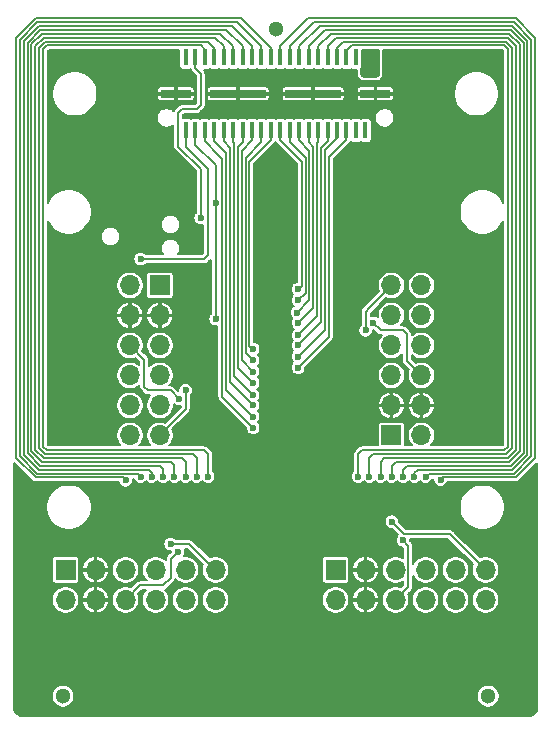
<source format=gbr>
%TF.GenerationSoftware,KiCad,Pcbnew,(5.1.9-0-10_14)*%
%TF.CreationDate,2021-01-17T14:25:06+01:00*%
%TF.ProjectId,SYZYGY-PMOD4,53595a59-4759-42d5-904d-4f44342e6b69,rev?*%
%TF.SameCoordinates,Original*%
%TF.FileFunction,Copper,L2,Bot*%
%TF.FilePolarity,Positive*%
%FSLAX46Y46*%
G04 Gerber Fmt 4.6, Leading zero omitted, Abs format (unit mm)*
G04 Created by KiCad (PCBNEW (5.1.9-0-10_14)) date 2021-01-17 14:25:06*
%MOMM*%
%LPD*%
G01*
G04 APERTURE LIST*
%TA.AperFunction,WasherPad*%
%ADD10C,1.300000*%
%TD*%
%TA.AperFunction,ComponentPad*%
%ADD11O,1.700000X1.700000*%
%TD*%
%TA.AperFunction,ComponentPad*%
%ADD12R,1.700000X1.700000*%
%TD*%
%TA.AperFunction,SMDPad,CuDef*%
%ADD13R,0.460000X1.450000*%
%TD*%
%TA.AperFunction,SMDPad,CuDef*%
%ADD14R,2.540000X0.640000*%
%TD*%
%TA.AperFunction,SMDPad,CuDef*%
%ADD15R,4.700000X0.640000*%
%TD*%
%TA.AperFunction,ViaPad*%
%ADD16C,0.600000*%
%TD*%
%TA.AperFunction,Conductor*%
%ADD17C,0.200000*%
%TD*%
%TA.AperFunction,Conductor*%
%ADD18C,0.127000*%
%TD*%
%TA.AperFunction,Conductor*%
%ADD19C,0.100000*%
%TD*%
G04 APERTURE END LIST*
D10*
%TO.P,REF\u002A\u002A,*%
%TO.N,*%
X150000000Y-60500000D03*
%TD*%
%TO.P,REF\u002A\u002A,*%
%TO.N,*%
X168000000Y-117000000D03*
%TD*%
%TO.P,REF\u002A\u002A,*%
%TO.N,*%
X132000000Y-117000000D03*
%TD*%
D11*
%TO.P,J4,12*%
%TO.N,/P4_7*%
X162340000Y-82220000D03*
%TO.P,J4,11*%
%TO.N,/P4_1*%
X159800000Y-82220000D03*
%TO.P,J4,10*%
%TO.N,/P4_8*%
X162340000Y-84760000D03*
%TO.P,J4,9*%
%TO.N,/P4_2*%
X159800000Y-84760000D03*
%TO.P,J4,8*%
%TO.N,/P4_9*%
X162340000Y-87300000D03*
%TO.P,J4,7*%
%TO.N,/P4_3*%
X159800000Y-87300000D03*
%TO.P,J4,6*%
%TO.N,/P4_10*%
X162340000Y-89840000D03*
%TO.P,J4,5*%
%TO.N,/P4_4*%
X159800000Y-89840000D03*
%TO.P,J4,4*%
%TO.N,GND*%
X162340000Y-92380000D03*
%TO.P,J4,3*%
X159800000Y-92380000D03*
%TO.P,J4,2*%
%TO.N,+3V3*%
X162340000Y-94920000D03*
D12*
%TO.P,J4,1*%
X159800000Y-94920000D03*
%TD*%
D11*
%TO.P,J3,12*%
%TO.N,/P3_7*%
X137660000Y-94920000D03*
%TO.P,J3,11*%
%TO.N,/P3_1*%
X140200000Y-94920000D03*
%TO.P,J3,10*%
%TO.N,/P3_8*%
X137660000Y-92380000D03*
%TO.P,J3,9*%
%TO.N,/P3_2*%
X140200000Y-92380000D03*
%TO.P,J3,8*%
%TO.N,/P3_9*%
X137660000Y-89840000D03*
%TO.P,J3,7*%
%TO.N,/P3_3*%
X140200000Y-89840000D03*
%TO.P,J3,6*%
%TO.N,/P3_10*%
X137660000Y-87300000D03*
%TO.P,J3,5*%
%TO.N,/P3_4*%
X140200000Y-87300000D03*
%TO.P,J3,4*%
%TO.N,GND*%
X137660000Y-84760000D03*
%TO.P,J3,3*%
X140200000Y-84760000D03*
%TO.P,J3,2*%
%TO.N,+3V3*%
X137660000Y-82220000D03*
D12*
%TO.P,J3,1*%
X140200000Y-82220000D03*
%TD*%
D11*
%TO.P,J2,12*%
%TO.N,/P2_7*%
X167780000Y-108840000D03*
%TO.P,J2,11*%
%TO.N,/P2_1*%
X167780000Y-106300000D03*
%TO.P,J2,10*%
%TO.N,/P2_8*%
X165240000Y-108840000D03*
%TO.P,J2,9*%
%TO.N,/P2_2*%
X165240000Y-106300000D03*
%TO.P,J2,8*%
%TO.N,/P2_9*%
X162700000Y-108840000D03*
%TO.P,J2,7*%
%TO.N,/P2_3*%
X162700000Y-106300000D03*
%TO.P,J2,6*%
%TO.N,/P2_10*%
X160160000Y-108840000D03*
%TO.P,J2,5*%
%TO.N,/P2_4*%
X160160000Y-106300000D03*
%TO.P,J2,4*%
%TO.N,GND*%
X157620000Y-108840000D03*
%TO.P,J2,3*%
X157620000Y-106300000D03*
%TO.P,J2,2*%
%TO.N,+3V3*%
X155080000Y-108840000D03*
D12*
%TO.P,J2,1*%
X155080000Y-106300000D03*
%TD*%
D11*
%TO.P,J1,12*%
%TO.N,/P1_7*%
X144920000Y-108840000D03*
%TO.P,J1,11*%
%TO.N,/P1_1*%
X144920000Y-106300000D03*
%TO.P,J1,10*%
%TO.N,/P1_8*%
X142380000Y-108840000D03*
%TO.P,J1,9*%
%TO.N,/P1_2*%
X142380000Y-106300000D03*
%TO.P,J1,8*%
%TO.N,/P1_9*%
X139840000Y-108840000D03*
%TO.P,J1,7*%
%TO.N,/P1_3*%
X139840000Y-106300000D03*
%TO.P,J1,6*%
%TO.N,/P1_10*%
X137300000Y-108840000D03*
%TO.P,J1,5*%
%TO.N,/P1_4*%
X137300000Y-106300000D03*
%TO.P,J1,4*%
%TO.N,GND*%
X134760000Y-108840000D03*
%TO.P,J1,3*%
X134760000Y-106300000D03*
%TO.P,J1,2*%
%TO.N,+3V3*%
X132220000Y-108840000D03*
D12*
%TO.P,J1,1*%
X132220000Y-106300000D03*
%TD*%
D13*
%TO.P,J5,1*%
%TO.N,/SCL_SCK*%
X142400000Y-69090000D03*
%TO.P,J5,2*%
%TO.N,Net-(J5-Pad2)*%
X142400000Y-62910000D03*
%TO.P,J5,3*%
%TO.N,/SDA_MOSI*%
X143200000Y-69090000D03*
%TO.P,J5,4*%
%TO.N,/R_GA*%
X143200000Y-62910000D03*
%TO.P,J5,5*%
%TO.N,/PMOD3_IO7*%
X144000000Y-69090000D03*
%TO.P,J5,6*%
%TO.N,/PMOD1_IO7*%
X144000000Y-62910000D03*
%TO.P,J5,7*%
%TO.N,/PMOD3_IO8*%
X144800000Y-69090000D03*
%TO.P,J5,8*%
%TO.N,/PMOD1_IO8*%
X144800000Y-62910000D03*
%TO.P,J5,9*%
%TO.N,/PMOD3_IO9*%
X145600000Y-69090000D03*
%TO.P,J5,10*%
%TO.N,/PMOD1_IO9*%
X145600000Y-62910000D03*
%TO.P,J5,11*%
%TO.N,/PMOD3_IO10*%
X146400000Y-69090000D03*
%TO.P,J5,12*%
%TO.N,/PMOD1_IO10*%
X146400000Y-62910000D03*
%TO.P,J5,13*%
%TO.N,/PMOD3_IO1*%
X147200000Y-69090000D03*
%TO.P,J5,14*%
%TO.N,/PMOD1_IO1*%
X147200000Y-62910000D03*
%TO.P,J5,15*%
%TO.N,/PMOD3_IO2*%
X148000000Y-69090000D03*
%TO.P,J5,16*%
%TO.N,/PMOD1_IO2*%
X148000000Y-62910000D03*
%TO.P,J5,17*%
%TO.N,/PMOD3_IO3*%
X148800000Y-69090000D03*
%TO.P,J5,18*%
%TO.N,/PMOD1_IO3*%
X148800000Y-62910000D03*
%TO.P,J5,19*%
%TO.N,/PMOD3_IO4*%
X149600000Y-69090000D03*
%TO.P,J5,20*%
%TO.N,/PMOD1_IO4*%
X149600000Y-62910000D03*
%TO.P,J5,21*%
%TO.N,/PMOD4_IO7*%
X150400000Y-69090000D03*
%TO.P,J5,22*%
%TO.N,/PMOD2_IO7*%
X150400000Y-62910000D03*
%TO.P,J5,23*%
%TO.N,/PMOD4_IO8*%
X151200000Y-69090000D03*
%TO.P,J5,24*%
%TO.N,/PMOD2_IO8*%
X151200000Y-62910000D03*
%TO.P,J5,25*%
%TO.N,/PMOD4_IO9*%
X152000000Y-69090000D03*
%TO.P,J5,26*%
%TO.N,/PMOD2_IO9*%
X152000000Y-62910000D03*
%TO.P,J5,27*%
%TO.N,/PMOD4_IO10*%
X152800000Y-69090000D03*
%TO.P,J5,28*%
%TO.N,/PMOD2_IO10*%
X152800000Y-62910000D03*
%TO.P,J5,29*%
%TO.N,/PMOD4_IO1*%
X153600000Y-69090000D03*
%TO.P,J5,30*%
%TO.N,/PMOD2_IO1*%
X153600000Y-62910000D03*
%TO.P,J5,31*%
%TO.N,/PMOD4_IO2*%
X154400000Y-69090000D03*
%TO.P,J5,32*%
%TO.N,/PMOD2_IO2*%
X154400000Y-62910000D03*
%TO.P,J5,33*%
%TO.N,/PMOD4_IO3*%
X155200000Y-69090000D03*
%TO.P,J5,34*%
%TO.N,/PMOD2_IO3*%
X155200000Y-62910000D03*
%TO.P,J5,35*%
%TO.N,/PMOD4_IO4*%
X156000000Y-69090000D03*
%TO.P,J5,36*%
%TO.N,/PMOD2_IO4*%
X156000000Y-62910000D03*
%TO.P,J5,37*%
%TO.N,Net-(J5-Pad37)*%
X156800000Y-69090000D03*
%TO.P,J5,38*%
%TO.N,Net-(J5-Pad38)*%
X156800000Y-62910000D03*
%TO.P,J5,39*%
%TO.N,Net-(J5-Pad39)*%
X157600000Y-69090000D03*
%TO.P,J5,40*%
%TO.N,+3V3*%
X157600000Y-62910000D03*
D14*
%TO.P,J5,G*%
%TO.N,GND*%
X141555000Y-66000000D03*
D15*
X146825000Y-66000000D03*
X153175000Y-66000000D03*
D14*
X158445000Y-66000000D03*
%TD*%
D16*
%TO.N,GND*%
X139205000Y-102330618D03*
X143015000Y-102330618D03*
X162062855Y-102333102D03*
X158255000Y-102330618D03*
X144174398Y-89207144D03*
X144174398Y-93012856D03*
X155828117Y-84125000D03*
X155823118Y-87935000D03*
X164605000Y-79045000D03*
X156667500Y-80315000D03*
X150952500Y-76505000D03*
X148730000Y-76505000D03*
X139840000Y-75870000D03*
%TO.N,/R_GA*%
X143650000Y-76505000D03*
%TO.N,/PMOD3_IO10*%
X148095000Y-91519503D03*
%TO.N,/PMOD3_IO4*%
X148095000Y-87617500D03*
%TO.N,/PMOD3_IO9*%
X148095000Y-92380000D03*
%TO.N,/PMOD3_IO3*%
X148095000Y-88570000D03*
%TO.N,/PMOD3_IO8*%
X148095000Y-93332500D03*
%TO.N,/PMOD3_IO2*%
X148095000Y-89522500D03*
%TO.N,/PMOD3_IO7*%
X148095000Y-94285000D03*
%TO.N,/PMOD3_IO1*%
X148095000Y-90475000D03*
%TO.N,/PMOD1_IO10*%
X141427500Y-98412500D03*
%TO.N,/PMOD1_IO4*%
X137300000Y-98730000D03*
%TO.N,/PMOD1_IO9*%
X142380000Y-98412500D03*
%TO.N,/PMOD1_IO3*%
X138570000Y-98412500D03*
%TO.N,/PMOD1_IO8*%
X143332500Y-98412500D03*
%TO.N,/PMOD1_IO2*%
X139522500Y-98412500D03*
%TO.N,/PMOD1_IO7*%
X144285000Y-98412500D03*
%TO.N,/PMOD1_IO1*%
X140475000Y-98412500D03*
%TO.N,/PMOD2_IO4*%
X156985000Y-98412500D03*
%TO.N,/PMOD2_IO10*%
X160795000Y-98412500D03*
%TO.N,/PMOD2_IO3*%
X157937500Y-98412500D03*
%TO.N,/PMOD2_IO9*%
X161747500Y-98412500D03*
%TO.N,/PMOD2_IO2*%
X158890000Y-98412500D03*
%TO.N,/PMOD2_IO8*%
X162700000Y-98412500D03*
%TO.N,/PMOD2_IO1*%
X159842500Y-98412500D03*
%TO.N,/PMOD2_IO7*%
X163970000Y-98679060D03*
%TO.N,/PMOD4_IO10*%
X151905000Y-85395000D03*
%TO.N,/PMOD4_IO4*%
X151905000Y-89205000D03*
%TO.N,/PMOD4_IO9*%
X151822500Y-84525000D03*
%TO.N,/PMOD4_IO3*%
X151905000Y-88252500D03*
%TO.N,/PMOD4_IO8*%
X151905000Y-83490000D03*
%TO.N,/PMOD4_IO2*%
X151905000Y-87300000D03*
%TO.N,/PMOD4_IO7*%
X151905000Y-82537500D03*
%TO.N,/PMOD4_IO1*%
X151905000Y-86439503D03*
%TO.N,/P2_1*%
X159842500Y-102222500D03*
%TO.N,+3V3*%
X157600000Y-64200000D03*
X158400000Y-64200000D03*
X158400000Y-63400000D03*
X158400000Y-62600000D03*
%TO.N,/SDA_MOSI*%
X144920000Y-85077500D03*
X144920000Y-75235000D03*
%TO.N,/SCL_SCK*%
X138570000Y-79997500D03*
%TO.N,/P1_1*%
X141110000Y-104127500D03*
%TO.N,/P1_10*%
X141745000Y-104762500D03*
%TO.N,/P2_10*%
X160795000Y-103810000D03*
%TO.N,/P3_1*%
X142380000Y-91110000D03*
%TO.N,/P3_10*%
X141815000Y-91815000D03*
%TO.N,/P4_1*%
X157620000Y-86030000D03*
%TO.N,/P4_10*%
X158255000Y-85395000D03*
%TD*%
D17*
%TO.N,/R_GA*%
X143200000Y-63835000D02*
X143200000Y-62910000D01*
X143650000Y-64285000D02*
X143200000Y-63835000D01*
X143650000Y-66980000D02*
X143650000Y-64285000D01*
X143332500Y-67297500D02*
X143650000Y-66980000D01*
X141745000Y-67615000D02*
X142062500Y-67297500D01*
X143650000Y-72377500D02*
X141745000Y-70472500D01*
X141745000Y-70472500D02*
X141745000Y-67615000D01*
X142062500Y-67297500D02*
X143332500Y-67297500D01*
X143650000Y-76505000D02*
X143650000Y-72377500D01*
%TO.N,/PMOD3_IO10*%
X146400000Y-70047500D02*
X146478970Y-70126470D01*
X146478970Y-89903473D02*
X148095000Y-91519503D01*
X146478970Y-70126470D02*
X146478970Y-89903473D01*
X146400000Y-69090000D02*
X146400000Y-70047500D01*
%TO.N,/PMOD3_IO4*%
X148095000Y-87617500D02*
X147787010Y-87309510D01*
X147787010Y-87309510D02*
X147787010Y-83172500D01*
X149600000Y-69090000D02*
X149600000Y-69920000D01*
X147787010Y-71732990D02*
X147787010Y-72069510D01*
X149600000Y-69920000D02*
X147787010Y-71732990D01*
X147787010Y-72069510D02*
X147787010Y-72050490D01*
X147787010Y-83172500D02*
X147787010Y-72069510D01*
%TO.N,/PMOD3_IO9*%
X146151960Y-90436960D02*
X148095000Y-92380000D01*
X146151960Y-70566960D02*
X146151960Y-90436960D01*
X145600000Y-70015000D02*
X146151960Y-70566960D01*
X145600000Y-69090000D02*
X145600000Y-70015000D01*
%TO.N,/PMOD3_IO3*%
X148800000Y-70085000D02*
X148800000Y-69090000D01*
X147460000Y-71425000D02*
X148800000Y-70085000D01*
X147460000Y-87935000D02*
X147460000Y-71425000D01*
X148095000Y-88570000D02*
X147460000Y-87935000D01*
%TO.N,/PMOD3_IO8*%
X145824950Y-91062450D02*
X148095000Y-93332500D01*
X145824950Y-71039950D02*
X145824950Y-91062450D01*
X144800000Y-70015000D02*
X145824950Y-71039950D01*
X144800000Y-69090000D02*
X144800000Y-70015000D01*
%TO.N,/PMOD3_IO2*%
X147132990Y-88560490D02*
X148095000Y-89522500D01*
X147132990Y-70799510D02*
X147132990Y-88560490D01*
X148000000Y-69932500D02*
X147132990Y-70799510D01*
X148000000Y-69090000D02*
X148000000Y-69932500D01*
%TO.N,/PMOD3_IO7*%
X144000000Y-69090000D02*
X144000000Y-70015000D01*
X145497940Y-71512940D02*
X145165000Y-71180000D01*
X148095000Y-94285000D02*
X145497940Y-91687940D01*
X145497940Y-91687940D02*
X145497940Y-71512940D01*
X145165000Y-71180000D02*
X145237500Y-71252500D01*
X144000000Y-70015000D02*
X145165000Y-71180000D01*
%TO.N,/PMOD3_IO1*%
X146805980Y-70491520D02*
X147200000Y-70097500D01*
X146805980Y-89185980D02*
X146805980Y-70491520D01*
X147200000Y-70097500D02*
X147200000Y-69090000D01*
X148095000Y-90475000D02*
X146805980Y-89185980D01*
%TO.N,/PMOD1_IO4*%
X137049070Y-98479070D02*
X137300000Y-98730000D01*
%TO.N,/PMOD1_IO9*%
X142380000Y-97142500D02*
X142380000Y-98412500D01*
X142081520Y-96844020D02*
X142380000Y-97142500D01*
%TO.N,/PMOD1_IO3*%
X138309560Y-98152060D02*
X138570000Y-98412500D01*
%TO.N,/PMOD1_IO2*%
X139522500Y-98095000D02*
X139522500Y-98412500D01*
X139252550Y-97825050D02*
X139522500Y-98095000D01*
%TO.N,/PMOD1_IO7*%
X144285000Y-98412500D02*
X144285000Y-96507500D01*
X144285000Y-96507500D02*
X143967500Y-96190000D01*
%TO.N,/PMOD1_IO1*%
X140475000Y-98412500D02*
X140475000Y-97777500D01*
X140475000Y-97777500D02*
X140195540Y-97498040D01*
X140195540Y-97498040D02*
X136347500Y-97498040D01*
%TO.N,/PMOD2_IO10*%
X160795000Y-97815540D02*
X161112500Y-97498040D01*
X160795000Y-98412500D02*
X160795000Y-97815540D01*
%TO.N,/PMOD2_IO3*%
X157937500Y-96834510D02*
X157937500Y-98412500D01*
X158255000Y-96517010D02*
X157937500Y-96834510D01*
%TO.N,/PMOD2_IO9*%
X161747500Y-98412500D02*
X161747500Y-98095000D01*
X161747500Y-98095000D02*
X162017450Y-97825050D01*
X163922450Y-97825050D02*
X163787951Y-97825050D01*
X163787951Y-97825050D02*
X163652500Y-97825050D01*
X162017450Y-97825050D02*
X163604950Y-97825050D01*
X163604950Y-97825050D02*
X163922450Y-97825050D01*
%TO.N,/PMOD2_IO8*%
X162700000Y-98412500D02*
X162960440Y-98152060D01*
X162960440Y-98152060D02*
X163970000Y-98152060D01*
X163970000Y-98152060D02*
X164147706Y-98152060D01*
%TO.N,/PMOD2_IO1*%
X159842500Y-97488530D02*
X160160000Y-97171030D01*
X159842500Y-98412500D02*
X159842500Y-97488530D01*
%TO.N,/PMOD2_IO7*%
X164083167Y-98679060D02*
X163970000Y-98679060D01*
%TO.N,/PMOD4_IO10*%
X152800000Y-70097500D02*
X152800000Y-69090000D01*
X153194020Y-70491520D02*
X152800000Y-70097500D01*
X153194020Y-84105980D02*
X153194020Y-70491520D01*
X151905000Y-85395000D02*
X153194020Y-84105980D01*
%TO.N,/PMOD4_IO9*%
X152000000Y-69932500D02*
X152000000Y-69090000D01*
X152867010Y-83480490D02*
X152867010Y-70799510D01*
X152867010Y-70799510D02*
X152000000Y-69932500D01*
X151822500Y-84525000D02*
X152867010Y-83480490D01*
%TO.N,/PMOD4_IO3*%
X151905000Y-88252500D02*
X154175050Y-85982450D01*
X154175050Y-85982450D02*
X154175050Y-83532255D01*
X154175050Y-83532255D02*
X154175050Y-82220000D01*
%TO.N,/PMOD4_IO8*%
X151200000Y-70085000D02*
X151200000Y-69090000D01*
X152540000Y-71425000D02*
X151200000Y-70085000D01*
X152540000Y-82855000D02*
X152540000Y-71425000D01*
X151905000Y-83490000D02*
X152540000Y-82855000D01*
%TO.N,/PMOD4_IO7*%
X151905000Y-82537500D02*
X152212990Y-82229510D01*
X152212990Y-82229510D02*
X152212990Y-71732990D01*
X150400000Y-69920000D02*
X150400000Y-69090000D01*
X152212990Y-71732990D02*
X150400000Y-69920000D01*
%TO.N,/P1_10*%
X141110000Y-106985000D02*
X140475000Y-107620000D01*
X138520000Y-107620000D02*
X137300000Y-108840000D01*
X140475000Y-107620000D02*
X138520000Y-107620000D01*
%TO.N,/P2_10*%
X160160000Y-108840000D02*
X161237001Y-107762999D01*
%TO.N,/P3_10*%
X138887500Y-88527500D02*
X137660000Y-87300000D01*
X138887500Y-90792500D02*
X138887500Y-88527500D01*
X139205000Y-91110000D02*
X138887500Y-90792500D01*
%TO.N,/P4_10*%
X161112500Y-86347500D02*
X160795000Y-86030000D01*
X161112500Y-88612500D02*
X161112500Y-86347500D01*
X162340000Y-89840000D02*
X161112500Y-88612500D01*
%TO.N,/PMOD1_IO10*%
X130226148Y-60918970D02*
X129333970Y-61811147D01*
X145333970Y-60918970D02*
X130226148Y-60918970D01*
X146400000Y-61985000D02*
X145333970Y-60918970D01*
X146400000Y-62910000D02*
X146400000Y-61985000D01*
X141427500Y-97460000D02*
X141427500Y-98412500D01*
X141138530Y-97171030D02*
X141427500Y-97460000D01*
X129333970Y-96278853D02*
X130226147Y-97171030D01*
X129333970Y-65998970D02*
X129333970Y-96278853D01*
X130226147Y-97171030D02*
X141138530Y-97171030D01*
X129333970Y-61811147D02*
X129333970Y-65998970D01*
X129333970Y-65998970D02*
X129333970Y-66345000D01*
%TO.N,/PMOD1_IO4*%
X129684343Y-98479070D02*
X135779070Y-98479070D01*
X128025930Y-61269343D02*
X128025930Y-96820657D01*
X129684340Y-59610934D02*
X128025930Y-61269343D01*
X147075934Y-59610934D02*
X129684340Y-59610934D01*
X149600000Y-62135000D02*
X147075934Y-59610934D01*
X149600000Y-62910000D02*
X149600000Y-62135000D01*
X135779070Y-98479070D02*
X137049070Y-98479070D01*
X128025930Y-96820657D02*
X129684343Y-98479070D01*
X135516726Y-98479070D02*
X135779070Y-98479070D01*
%TO.N,/PMOD1_IO9*%
X130361598Y-96844020D02*
X136645980Y-96844020D01*
X129660980Y-96143402D02*
X130361598Y-96844020D01*
X144860980Y-61245980D02*
X130361598Y-61245980D01*
X130361598Y-61245980D02*
X129660980Y-61946598D01*
X145600000Y-62910000D02*
X145600000Y-61985000D01*
X145600000Y-61985000D02*
X144860980Y-61245980D01*
X136645980Y-96844020D02*
X142081520Y-96844020D01*
X129660980Y-61946598D02*
X129660980Y-96143402D01*
X136212049Y-96844020D02*
X136645980Y-96844020D01*
%TO.N,/PMOD1_IO3*%
X129819792Y-59937943D02*
X128352940Y-61404794D01*
X146752943Y-59937943D02*
X129819792Y-59937943D01*
X148800000Y-61985000D02*
X146752943Y-59937943D01*
X148800000Y-62910000D02*
X148800000Y-61985000D01*
X128352940Y-61404794D02*
X128352940Y-65892049D01*
X128352940Y-65892049D02*
X128352940Y-66345000D01*
X129819794Y-98152060D02*
X136087060Y-98152060D01*
X128352940Y-96685206D02*
X129819794Y-98152060D01*
X128352940Y-65892049D02*
X128352940Y-96685206D01*
X136087060Y-98152060D02*
X138309560Y-98152060D01*
X135652177Y-98152060D02*
X136087060Y-98152060D01*
%TO.N,/PMOD1_IO8*%
X143332500Y-96825000D02*
X143332500Y-98412500D01*
X143024510Y-96517010D02*
X143332500Y-96825000D01*
X130497049Y-96517010D02*
X143024510Y-96517010D01*
X129987990Y-96007951D02*
X130497049Y-96517010D01*
X130497049Y-61572990D02*
X129987990Y-62082049D01*
X129987990Y-62082049D02*
X129987990Y-96007951D01*
X144800000Y-62910000D02*
X144800000Y-62097500D01*
X144275490Y-61572990D02*
X130497049Y-61572990D01*
X144800000Y-62097500D02*
X144275490Y-61572990D01*
%TO.N,/PMOD1_IO2*%
X129955244Y-60264952D02*
X128679950Y-61540245D01*
X146279952Y-60264952D02*
X129955244Y-60264952D01*
X148000000Y-61985000D02*
X146279952Y-60264952D01*
X148000000Y-62910000D02*
X148000000Y-61985000D01*
X128679950Y-61540245D02*
X128679950Y-66027500D01*
X128679950Y-66027500D02*
X128679950Y-66345000D01*
X129955245Y-97825050D02*
X136395050Y-97825050D01*
X128679950Y-96549755D02*
X129955245Y-97825050D01*
X128679950Y-66027500D02*
X128679950Y-96549755D01*
X136395050Y-97825050D02*
X139252550Y-97825050D01*
X135787628Y-97825050D02*
X136395050Y-97825050D01*
%TO.N,/PMOD1_IO7*%
X144000000Y-62910000D02*
X144000000Y-62250000D01*
X144000000Y-62250000D02*
X143650000Y-61900000D01*
X143650000Y-61900000D02*
X130632500Y-61900000D01*
X130632500Y-61900000D02*
X130315000Y-62217500D01*
X130315000Y-62217500D02*
X130315000Y-66345000D01*
X143967500Y-96190000D02*
X136982500Y-96190000D01*
X136982500Y-96190000D02*
X136665000Y-96190000D01*
X130315000Y-66345000D02*
X130315000Y-75552500D01*
X136492461Y-96190000D02*
X136982500Y-96190000D01*
X130315000Y-95872500D02*
X130632500Y-96190000D01*
X130632500Y-96190000D02*
X136492461Y-96190000D01*
X130315000Y-75552500D02*
X130315000Y-95872500D01*
%TO.N,/PMOD1_IO1*%
X129006960Y-96414304D02*
X130090696Y-97498040D01*
X129006960Y-61675696D02*
X129006960Y-96414304D01*
X130090696Y-97498040D02*
X136068040Y-97498040D01*
X130090696Y-60591961D02*
X129006960Y-61675696D01*
X145806961Y-60591961D02*
X130090696Y-60591961D01*
X147200000Y-61985000D02*
X145806961Y-60591961D01*
X147200000Y-62910000D02*
X147200000Y-61985000D01*
X136068040Y-97498040D02*
X135923079Y-97498040D01*
X136347500Y-97498040D02*
X136068040Y-97498040D01*
%TO.N,/PMOD2_IO4*%
X156000000Y-62346398D02*
X156446398Y-61900000D01*
X156000000Y-62910000D02*
X156000000Y-62346398D01*
X156446398Y-61900000D02*
X169367500Y-61900000D01*
X169367500Y-61900000D02*
X169685000Y-62217500D01*
X169685000Y-62217500D02*
X169685000Y-62535000D01*
X169685000Y-62535000D02*
X169685000Y-62670451D01*
X156985000Y-96507500D02*
X156985000Y-96825000D01*
X157302500Y-96190000D02*
X156985000Y-96507500D01*
X169367500Y-96190000D02*
X157302500Y-96190000D01*
X156985000Y-96825000D02*
X156985000Y-98412500D01*
X169685000Y-95872500D02*
X169367500Y-96190000D01*
X169685000Y-62535000D02*
X169685000Y-95872500D01*
%TO.N,/PMOD2_IO10*%
X169909304Y-97498040D02*
X163690540Y-97498040D01*
X170993040Y-96414304D02*
X169909304Y-97498040D01*
X170993040Y-61675697D02*
X170993040Y-96414304D01*
X169909304Y-60591962D02*
X170993040Y-61675697D01*
X161112500Y-97498040D02*
X163690540Y-97498040D01*
X154193038Y-60591962D02*
X169909304Y-60591962D01*
X152800000Y-61985000D02*
X154193038Y-60591962D01*
X152800000Y-62910000D02*
X152800000Y-61985000D01*
X163690540Y-97498040D02*
X163876803Y-97498040D01*
%TO.N,/PMOD2_IO3*%
X170012010Y-62082050D02*
X170012010Y-96007951D01*
X169502951Y-96517010D02*
X163325490Y-96517010D01*
X169502950Y-61572990D02*
X170012010Y-62082050D01*
X155200000Y-62910000D02*
X155200000Y-62097500D01*
X155724510Y-61572990D02*
X169502950Y-61572990D01*
X170012010Y-96007951D02*
X169502951Y-96517010D01*
X155200000Y-62097500D02*
X155724510Y-61572990D01*
X163325490Y-96517010D02*
X158255000Y-96517010D01*
X163470451Y-96517010D02*
X163325490Y-96517010D01*
%TO.N,/PMOD2_IO9*%
X164012255Y-97825049D02*
X163604950Y-97825050D01*
X171320050Y-96549755D02*
X170044756Y-97825049D01*
X170044756Y-97825049D02*
X164012255Y-97825049D01*
X171320050Y-61540246D02*
X171320050Y-96549755D01*
X153720047Y-60264953D02*
X170044757Y-60264953D01*
X170044757Y-60264953D02*
X171320050Y-61540246D01*
X152000000Y-61985000D02*
X153720047Y-60264953D01*
X152000000Y-62910000D02*
X152000000Y-61985000D01*
%TO.N,/PMOD2_IO2*%
X158890000Y-97161520D02*
X158890000Y-98412500D01*
X169638402Y-96844020D02*
X159207500Y-96844020D01*
X170339020Y-96143402D02*
X169638402Y-96844020D01*
X170339020Y-61946599D02*
X170339020Y-96143402D01*
X159207500Y-96844020D02*
X158890000Y-97161520D01*
X155139020Y-61245980D02*
X169638400Y-61245980D01*
X169638400Y-61245980D02*
X170339020Y-61946599D01*
X154400000Y-61985000D02*
X155139020Y-61245980D01*
X154400000Y-62910000D02*
X154400000Y-61985000D01*
%TO.N,/PMOD2_IO8*%
X170180206Y-98152060D02*
X163912940Y-98152060D01*
X171647060Y-96685206D02*
X170180206Y-98152060D01*
X171647060Y-61404795D02*
X171647060Y-96685206D01*
X170180208Y-59937943D02*
X171647060Y-61404795D01*
X151200000Y-62910000D02*
X151200000Y-61985000D01*
X153247057Y-59937943D02*
X170180208Y-59937943D01*
X151200000Y-61985000D02*
X153247057Y-59937943D01*
%TO.N,/PMOD2_IO1*%
X170666030Y-96278853D02*
X169773853Y-97171030D01*
X169773853Y-97171030D02*
X163306470Y-97171030D01*
X170666030Y-61811148D02*
X170666030Y-96278853D01*
X169773852Y-60918971D02*
X170666030Y-61811148D01*
X154666030Y-60918970D02*
X169773852Y-60918971D01*
X153600000Y-61985000D02*
X154666030Y-60918970D01*
X153600000Y-62910000D02*
X153600000Y-61985000D01*
X163306470Y-97171030D02*
X163741352Y-97171030D01*
X160160000Y-97171030D02*
X163306470Y-97171030D01*
%TO.N,/PMOD2_IO7*%
X170315657Y-98479070D02*
X164169990Y-98479070D01*
X171974070Y-61269344D02*
X171974070Y-96820657D01*
X170315659Y-59610933D02*
X171974070Y-61269344D01*
X171974070Y-96820657D02*
X170315657Y-98479070D01*
X150400000Y-61985000D02*
X152774067Y-59610933D01*
X164169990Y-98479070D02*
X163970000Y-98679060D01*
X152774067Y-59610933D02*
X170315659Y-59610933D01*
X150400000Y-62910000D02*
X150400000Y-61985000D01*
%TO.N,/PMOD4_IO4*%
X156000000Y-69870000D02*
X156000000Y-69090000D01*
X154502060Y-86607940D02*
X154502060Y-71367940D01*
X154502060Y-71367940D02*
X156000000Y-69870000D01*
X151905000Y-89205000D02*
X154502060Y-86607940D01*
%TO.N,/PMOD4_IO3*%
X155200000Y-69090000D02*
X155200000Y-69765050D01*
X154175050Y-70790000D02*
X154175050Y-74330050D01*
X155200000Y-69765050D02*
X154175050Y-70790000D01*
X154175050Y-74330050D02*
X154175050Y-73599950D01*
X154175050Y-82220000D02*
X154175050Y-74330050D01*
%TO.N,/PMOD4_IO2*%
X154400000Y-70015000D02*
X153942500Y-70472500D01*
X154400000Y-69090000D02*
X154400000Y-70015000D01*
X153848040Y-70566960D02*
X154400000Y-70015000D01*
X153848040Y-85356960D02*
X153848040Y-70566960D01*
X151905000Y-87300000D02*
X153848040Y-85356960D01*
%TO.N,/PMOD4_IO1*%
X153521030Y-70126470D02*
X153521030Y-84823473D01*
X153521030Y-84823473D02*
X151905000Y-86439503D01*
X153600000Y-70047500D02*
X153521030Y-70126470D01*
X153600000Y-69090000D02*
X153600000Y-70047500D01*
%TO.N,+3V3*%
X157600000Y-62910000D02*
X157600000Y-63400000D01*
%TO.N,/SDA_MOSI*%
X144920000Y-85077500D02*
X145170930Y-84826570D01*
X144920000Y-72060000D02*
X143200000Y-70340000D01*
X143200000Y-70340000D02*
X143200000Y-69090000D01*
X144920000Y-75235000D02*
X144920000Y-72060000D01*
X144920000Y-85077500D02*
X144920000Y-75235000D01*
%TO.N,/SCL_SCK*%
X142400000Y-69090000D02*
X142400000Y-70492500D01*
X142400000Y-70492500D02*
X144285000Y-72377500D01*
X144285000Y-72377500D02*
X144285000Y-77140000D01*
X143967500Y-79997500D02*
X144285000Y-79680000D01*
X138570000Y-79997500D02*
X143967500Y-79997500D01*
X144285000Y-77140000D02*
X144285000Y-79680000D01*
%TO.N,/P1_1*%
X144870000Y-106300000D02*
X144920000Y-106300000D01*
X141110000Y-104127500D02*
X142697500Y-104127500D01*
X142697500Y-104127500D02*
X144870000Y-106300000D01*
%TO.N,/P1_10*%
X141110000Y-106667500D02*
X141110000Y-106985000D01*
X141110000Y-105397500D02*
X141110000Y-105715000D01*
X141745000Y-104762500D02*
X141110000Y-105397500D01*
X141110000Y-105715000D02*
X141110000Y-106667500D01*
%TO.N,/P2_1*%
X164947500Y-103467500D02*
X167780000Y-106300000D01*
X164762999Y-103282999D02*
X164947500Y-103467500D01*
X160902999Y-103282999D02*
X164762999Y-103282999D01*
X159842500Y-102222500D02*
X160902999Y-103282999D01*
%TO.N,/P2_10*%
X161237001Y-107762999D02*
X161237001Y-104887001D01*
X160795000Y-103810000D02*
X161237001Y-104252001D01*
X161237001Y-104252001D02*
X161237001Y-104887001D01*
%TO.N,/P3_1*%
X140200000Y-94877500D02*
X140200000Y-94920000D01*
X142380000Y-92697500D02*
X142062500Y-93015000D01*
X142062500Y-93015000D02*
X140200000Y-94877500D01*
X142380000Y-91110000D02*
X142380000Y-92697500D01*
%TO.N,/P3_10*%
X141110000Y-91110000D02*
X140792500Y-91110000D01*
X141815000Y-91815000D02*
X141110000Y-91110000D01*
X140792500Y-91110000D02*
X139205000Y-91110000D01*
%TO.N,/P4_1*%
X159800000Y-82262500D02*
X159800000Y-82220000D01*
X157620000Y-86030000D02*
X157620000Y-84442500D01*
X157620000Y-84442500D02*
X157937500Y-84125000D01*
X157937500Y-84125000D02*
X159800000Y-82262500D01*
%TO.N,/P4_10*%
X158890000Y-86030000D02*
X160795000Y-86030000D01*
X158255000Y-85395000D02*
X158890000Y-86030000D01*
%TD*%
D18*
%TO.N,GND*%
X141850964Y-63635000D02*
X141857094Y-63697241D01*
X141875249Y-63757090D01*
X141904731Y-63812247D01*
X141944407Y-63860593D01*
X141992753Y-63900269D01*
X142047910Y-63929751D01*
X142107759Y-63947906D01*
X142170000Y-63954036D01*
X142630000Y-63954036D01*
X142692241Y-63947906D01*
X142752090Y-63929751D01*
X142787926Y-63910596D01*
X142788541Y-63916844D01*
X142794407Y-63936182D01*
X142812414Y-63995542D01*
X142851182Y-64068072D01*
X142851183Y-64068073D01*
X142890281Y-64115715D01*
X142890284Y-64115718D01*
X142903355Y-64131645D01*
X142919283Y-64144717D01*
X143232501Y-64457936D01*
X143232500Y-66807066D01*
X143159566Y-66880000D01*
X142083002Y-66880000D01*
X142062500Y-66877981D01*
X142041998Y-66880000D01*
X142041991Y-66880000D01*
X141980656Y-66886041D01*
X141901957Y-66909914D01*
X141829427Y-66948682D01*
X141765855Y-67000855D01*
X141752783Y-67016783D01*
X141464278Y-67305288D01*
X141448356Y-67318355D01*
X141435289Y-67334277D01*
X141435281Y-67334285D01*
X141396183Y-67381927D01*
X141357415Y-67454457D01*
X141353802Y-67466369D01*
X141286225Y-67398792D01*
X141151021Y-67308452D01*
X141000789Y-67246224D01*
X140841305Y-67214500D01*
X140678695Y-67214500D01*
X140519211Y-67246224D01*
X140368979Y-67308452D01*
X140233775Y-67398792D01*
X140118792Y-67513775D01*
X140028452Y-67648979D01*
X139966224Y-67799211D01*
X139934500Y-67958695D01*
X139934500Y-68121305D01*
X139966224Y-68280789D01*
X140028452Y-68431021D01*
X140118792Y-68566225D01*
X140233775Y-68681208D01*
X140368979Y-68771548D01*
X140519211Y-68833776D01*
X140678695Y-68865500D01*
X140841305Y-68865500D01*
X141000789Y-68833776D01*
X141151021Y-68771548D01*
X141286225Y-68681208D01*
X141327501Y-68639932D01*
X141327500Y-70451998D01*
X141325481Y-70472500D01*
X141327500Y-70493002D01*
X141327500Y-70493008D01*
X141333541Y-70554343D01*
X141357414Y-70633042D01*
X141396182Y-70705572D01*
X141405296Y-70716677D01*
X141435281Y-70753215D01*
X141435284Y-70753218D01*
X141448355Y-70769145D01*
X141464283Y-70782217D01*
X143232501Y-72550435D01*
X143232500Y-76049223D01*
X143170356Y-76111367D01*
X143102778Y-76212504D01*
X143056230Y-76324882D01*
X143032500Y-76444182D01*
X143032500Y-76565818D01*
X143056230Y-76685118D01*
X143102778Y-76797496D01*
X143170356Y-76898633D01*
X143256367Y-76984644D01*
X143357504Y-77052222D01*
X143469882Y-77098770D01*
X143589182Y-77122500D01*
X143710818Y-77122500D01*
X143830118Y-77098770D01*
X143867501Y-77083286D01*
X143867501Y-77119482D01*
X143867500Y-77119492D01*
X143867501Y-79507065D01*
X143794566Y-79580000D01*
X141772500Y-79580000D01*
X141830294Y-79493505D01*
X141891565Y-79345585D01*
X141922800Y-79188554D01*
X141922800Y-79028446D01*
X141891565Y-78871415D01*
X141830294Y-78723495D01*
X141741343Y-78590370D01*
X141628130Y-78477157D01*
X141495005Y-78388206D01*
X141347085Y-78326935D01*
X141190054Y-78295700D01*
X141029946Y-78295700D01*
X140872915Y-78326935D01*
X140724995Y-78388206D01*
X140591870Y-78477157D01*
X140478657Y-78590370D01*
X140389706Y-78723495D01*
X140328435Y-78871415D01*
X140297200Y-79028446D01*
X140297200Y-79188554D01*
X140328435Y-79345585D01*
X140389706Y-79493505D01*
X140447500Y-79580000D01*
X139025777Y-79580000D01*
X138963633Y-79517856D01*
X138862496Y-79450278D01*
X138750118Y-79403730D01*
X138630818Y-79380000D01*
X138509182Y-79380000D01*
X138389882Y-79403730D01*
X138277504Y-79450278D01*
X138176367Y-79517856D01*
X138090356Y-79603867D01*
X138022778Y-79705004D01*
X137976230Y-79817382D01*
X137952500Y-79936682D01*
X137952500Y-80058318D01*
X137976230Y-80177618D01*
X138022778Y-80289996D01*
X138090356Y-80391133D01*
X138176367Y-80477144D01*
X138277504Y-80544722D01*
X138389882Y-80591270D01*
X138509182Y-80615000D01*
X138630818Y-80615000D01*
X138750118Y-80591270D01*
X138862496Y-80544722D01*
X138963633Y-80477144D01*
X139025777Y-80415000D01*
X143946998Y-80415000D01*
X143967500Y-80417019D01*
X143988002Y-80415000D01*
X143988009Y-80415000D01*
X144049344Y-80408959D01*
X144128043Y-80385086D01*
X144200573Y-80346318D01*
X144264145Y-80294145D01*
X144277217Y-80278217D01*
X144502501Y-80052933D01*
X144502500Y-84621723D01*
X144440356Y-84683867D01*
X144372778Y-84785004D01*
X144326230Y-84897382D01*
X144302500Y-85016682D01*
X144302500Y-85138318D01*
X144326230Y-85257618D01*
X144372778Y-85369996D01*
X144440356Y-85471133D01*
X144526367Y-85557144D01*
X144627504Y-85624722D01*
X144739882Y-85671270D01*
X144859182Y-85695000D01*
X144980818Y-85695000D01*
X145080440Y-85675184D01*
X145080440Y-91667438D01*
X145078421Y-91687940D01*
X145080440Y-91708442D01*
X145080440Y-91708448D01*
X145086481Y-91769783D01*
X145110354Y-91848482D01*
X145149122Y-91921012D01*
X145149123Y-91921013D01*
X145188221Y-91968655D01*
X145188224Y-91968658D01*
X145201295Y-91984585D01*
X145217223Y-91997657D01*
X147477500Y-94257934D01*
X147477500Y-94345818D01*
X147501230Y-94465118D01*
X147547778Y-94577496D01*
X147615356Y-94678633D01*
X147701367Y-94764644D01*
X147802504Y-94832222D01*
X147914882Y-94878770D01*
X148034182Y-94902500D01*
X148155818Y-94902500D01*
X148275118Y-94878770D01*
X148387496Y-94832222D01*
X148488633Y-94764644D01*
X148574644Y-94678633D01*
X148642222Y-94577496D01*
X148688770Y-94465118D01*
X148712500Y-94345818D01*
X148712500Y-94224182D01*
X148688770Y-94104882D01*
X148642222Y-93992504D01*
X148574644Y-93891367D01*
X148492027Y-93808750D01*
X148574644Y-93726133D01*
X148642222Y-93624996D01*
X148688770Y-93512618D01*
X148712500Y-93393318D01*
X148712500Y-93271682D01*
X148688770Y-93152382D01*
X148642222Y-93040004D01*
X148574644Y-92938867D01*
X148492027Y-92856250D01*
X148574644Y-92773633D01*
X148642222Y-92672496D01*
X148661860Y-92625085D01*
X158658514Y-92625085D01*
X158714724Y-92810396D01*
X158819543Y-93013853D01*
X158962041Y-93192951D01*
X159136741Y-93340808D01*
X159336930Y-93451742D01*
X159554914Y-93521489D01*
X159736500Y-93466400D01*
X159736500Y-92443500D01*
X159863500Y-92443500D01*
X159863500Y-93466400D01*
X160045086Y-93521489D01*
X160263070Y-93451742D01*
X160463259Y-93340808D01*
X160637959Y-93192951D01*
X160780457Y-93013853D01*
X160885276Y-92810396D01*
X160941486Y-92625085D01*
X161198514Y-92625085D01*
X161254724Y-92810396D01*
X161359543Y-93013853D01*
X161502041Y-93192951D01*
X161676741Y-93340808D01*
X161876930Y-93451742D01*
X162094914Y-93521489D01*
X162276500Y-93466400D01*
X162276500Y-92443500D01*
X162403500Y-92443500D01*
X162403500Y-93466400D01*
X162585086Y-93521489D01*
X162803070Y-93451742D01*
X163003259Y-93340808D01*
X163177959Y-93192951D01*
X163320457Y-93013853D01*
X163425276Y-92810396D01*
X163481486Y-92625085D01*
X163426271Y-92443500D01*
X162403500Y-92443500D01*
X162276500Y-92443500D01*
X161253729Y-92443500D01*
X161198514Y-92625085D01*
X160941486Y-92625085D01*
X160886271Y-92443500D01*
X159863500Y-92443500D01*
X159736500Y-92443500D01*
X158713729Y-92443500D01*
X158658514Y-92625085D01*
X148661860Y-92625085D01*
X148688770Y-92560118D01*
X148712500Y-92440818D01*
X148712500Y-92319182D01*
X148688770Y-92199882D01*
X148661861Y-92134915D01*
X158658514Y-92134915D01*
X158713729Y-92316500D01*
X159736500Y-92316500D01*
X159736500Y-91293600D01*
X159863500Y-91293600D01*
X159863500Y-92316500D01*
X160886271Y-92316500D01*
X160941486Y-92134915D01*
X161198514Y-92134915D01*
X161253729Y-92316500D01*
X162276500Y-92316500D01*
X162276500Y-91293600D01*
X162403500Y-91293600D01*
X162403500Y-92316500D01*
X163426271Y-92316500D01*
X163481486Y-92134915D01*
X163425276Y-91949604D01*
X163320457Y-91746147D01*
X163177959Y-91567049D01*
X163003259Y-91419192D01*
X162803070Y-91308258D01*
X162585086Y-91238511D01*
X162403500Y-91293600D01*
X162276500Y-91293600D01*
X162094914Y-91238511D01*
X161876930Y-91308258D01*
X161676741Y-91419192D01*
X161502041Y-91567049D01*
X161359543Y-91746147D01*
X161254724Y-91949604D01*
X161198514Y-92134915D01*
X160941486Y-92134915D01*
X160885276Y-91949604D01*
X160780457Y-91746147D01*
X160637959Y-91567049D01*
X160463259Y-91419192D01*
X160263070Y-91308258D01*
X160045086Y-91238511D01*
X159863500Y-91293600D01*
X159736500Y-91293600D01*
X159554914Y-91238511D01*
X159336930Y-91308258D01*
X159136741Y-91419192D01*
X158962041Y-91567049D01*
X158819543Y-91746147D01*
X158714724Y-91949604D01*
X158658514Y-92134915D01*
X148661861Y-92134915D01*
X148642222Y-92087504D01*
X148574644Y-91986367D01*
X148538029Y-91949752D01*
X148574644Y-91913136D01*
X148642222Y-91811999D01*
X148688770Y-91699621D01*
X148712500Y-91580321D01*
X148712500Y-91458685D01*
X148688770Y-91339385D01*
X148642222Y-91227007D01*
X148574644Y-91125870D01*
X148488633Y-91039859D01*
X148424867Y-90997252D01*
X148488633Y-90954644D01*
X148574644Y-90868633D01*
X148642222Y-90767496D01*
X148688770Y-90655118D01*
X148712500Y-90535818D01*
X148712500Y-90414182D01*
X148688770Y-90294882D01*
X148642222Y-90182504D01*
X148574644Y-90081367D01*
X148492027Y-89998750D01*
X148574644Y-89916133D01*
X148642222Y-89814996D01*
X148688770Y-89702618D01*
X148712500Y-89583318D01*
X148712500Y-89461682D01*
X148688770Y-89342382D01*
X148642222Y-89230004D01*
X148574644Y-89128867D01*
X148492027Y-89046250D01*
X148574644Y-88963633D01*
X148642222Y-88862496D01*
X148688770Y-88750118D01*
X148712500Y-88630818D01*
X148712500Y-88509182D01*
X148688770Y-88389882D01*
X148642222Y-88277504D01*
X148574644Y-88176367D01*
X148492027Y-88093750D01*
X148574644Y-88011133D01*
X148642222Y-87909996D01*
X148688770Y-87797618D01*
X148712500Y-87678318D01*
X148712500Y-87556682D01*
X148688770Y-87437382D01*
X148642222Y-87325004D01*
X148574644Y-87223867D01*
X148488633Y-87137856D01*
X148387496Y-87070278D01*
X148275118Y-87023730D01*
X148204510Y-87009685D01*
X148204510Y-71905924D01*
X149880723Y-70229712D01*
X149896645Y-70216645D01*
X149909712Y-70200723D01*
X149909719Y-70200716D01*
X149948817Y-70153074D01*
X149948818Y-70153073D01*
X149979927Y-70094872D01*
X150000000Y-70084143D01*
X150020074Y-70094872D01*
X150051182Y-70153072D01*
X150059150Y-70162781D01*
X150090281Y-70200715D01*
X150090282Y-70200716D01*
X150103355Y-70216645D01*
X150119283Y-70229717D01*
X151795491Y-71905926D01*
X151795490Y-81929685D01*
X151724882Y-81943730D01*
X151612504Y-81990278D01*
X151511367Y-82057856D01*
X151425356Y-82143867D01*
X151357778Y-82245004D01*
X151311230Y-82357382D01*
X151287500Y-82476682D01*
X151287500Y-82598318D01*
X151311230Y-82717618D01*
X151357778Y-82829996D01*
X151425356Y-82931133D01*
X151507973Y-83013750D01*
X151425356Y-83096367D01*
X151357778Y-83197504D01*
X151311230Y-83309882D01*
X151287500Y-83429182D01*
X151287500Y-83550818D01*
X151311230Y-83670118D01*
X151357778Y-83782496D01*
X151425356Y-83883633D01*
X151511367Y-83969644D01*
X151526772Y-83979937D01*
X151428867Y-84045356D01*
X151342856Y-84131367D01*
X151275278Y-84232504D01*
X151228730Y-84344882D01*
X151205000Y-84464182D01*
X151205000Y-84585818D01*
X151228730Y-84705118D01*
X151275278Y-84817496D01*
X151342856Y-84918633D01*
X151425473Y-85001250D01*
X151425356Y-85001367D01*
X151357778Y-85102504D01*
X151311230Y-85214882D01*
X151287500Y-85334182D01*
X151287500Y-85455818D01*
X151311230Y-85575118D01*
X151357778Y-85687496D01*
X151425356Y-85788633D01*
X151511367Y-85874644D01*
X151575133Y-85917252D01*
X151511367Y-85959859D01*
X151425356Y-86045870D01*
X151357778Y-86147007D01*
X151311230Y-86259385D01*
X151287500Y-86378685D01*
X151287500Y-86500321D01*
X151311230Y-86619621D01*
X151357778Y-86731999D01*
X151425356Y-86833136D01*
X151461972Y-86869752D01*
X151425356Y-86906367D01*
X151357778Y-87007504D01*
X151311230Y-87119882D01*
X151287500Y-87239182D01*
X151287500Y-87360818D01*
X151311230Y-87480118D01*
X151357778Y-87592496D01*
X151425356Y-87693633D01*
X151507973Y-87776250D01*
X151425356Y-87858867D01*
X151357778Y-87960004D01*
X151311230Y-88072382D01*
X151287500Y-88191682D01*
X151287500Y-88313318D01*
X151311230Y-88432618D01*
X151357778Y-88544996D01*
X151425356Y-88646133D01*
X151507973Y-88728750D01*
X151425356Y-88811367D01*
X151357778Y-88912504D01*
X151311230Y-89024882D01*
X151287500Y-89144182D01*
X151287500Y-89265818D01*
X151311230Y-89385118D01*
X151357778Y-89497496D01*
X151425356Y-89598633D01*
X151511367Y-89684644D01*
X151612504Y-89752222D01*
X151724882Y-89798770D01*
X151844182Y-89822500D01*
X151965818Y-89822500D01*
X152085118Y-89798770D01*
X152197496Y-89752222D01*
X152238219Y-89725011D01*
X158632500Y-89725011D01*
X158632500Y-89954989D01*
X158677366Y-90180547D01*
X158765375Y-90393019D01*
X158893144Y-90584238D01*
X159055762Y-90746856D01*
X159246981Y-90874625D01*
X159459453Y-90962634D01*
X159685011Y-91007500D01*
X159914989Y-91007500D01*
X160140547Y-90962634D01*
X160353019Y-90874625D01*
X160544238Y-90746856D01*
X160706856Y-90584238D01*
X160834625Y-90393019D01*
X160922634Y-90180547D01*
X160967500Y-89954989D01*
X160967500Y-89725011D01*
X160922634Y-89499453D01*
X160834625Y-89286981D01*
X160706856Y-89095762D01*
X160544238Y-88933144D01*
X160353019Y-88805375D01*
X160140547Y-88717366D01*
X159914989Y-88672500D01*
X159685011Y-88672500D01*
X159459453Y-88717366D01*
X159246981Y-88805375D01*
X159055762Y-88933144D01*
X158893144Y-89095762D01*
X158765375Y-89286981D01*
X158677366Y-89499453D01*
X158632500Y-89725011D01*
X152238219Y-89725011D01*
X152298633Y-89684644D01*
X152384644Y-89598633D01*
X152452222Y-89497496D01*
X152498770Y-89385118D01*
X152522500Y-89265818D01*
X152522500Y-89177934D01*
X154782778Y-86917656D01*
X154798705Y-86904585D01*
X154850878Y-86841013D01*
X154889646Y-86768483D01*
X154913519Y-86689784D01*
X154919560Y-86628449D01*
X154919560Y-86628440D01*
X154921579Y-86607941D01*
X154919560Y-86587442D01*
X154919560Y-85969182D01*
X157002500Y-85969182D01*
X157002500Y-86090818D01*
X157026230Y-86210118D01*
X157072778Y-86322496D01*
X157140356Y-86423633D01*
X157226367Y-86509644D01*
X157327504Y-86577222D01*
X157439882Y-86623770D01*
X157559182Y-86647500D01*
X157680818Y-86647500D01*
X157800118Y-86623770D01*
X157912496Y-86577222D01*
X158013633Y-86509644D01*
X158099644Y-86423633D01*
X158167222Y-86322496D01*
X158213770Y-86210118D01*
X158237500Y-86090818D01*
X158237500Y-86012500D01*
X158282066Y-86012500D01*
X158580281Y-86310715D01*
X158593355Y-86326645D01*
X158609283Y-86339717D01*
X158609285Y-86339719D01*
X158656927Y-86378818D01*
X158729456Y-86417586D01*
X158749391Y-86423633D01*
X158808156Y-86441459D01*
X158869491Y-86447500D01*
X158869498Y-86447500D01*
X158890000Y-86449519D01*
X158910502Y-86447500D01*
X159001406Y-86447500D01*
X158893144Y-86555762D01*
X158765375Y-86746981D01*
X158677366Y-86959453D01*
X158632500Y-87185011D01*
X158632500Y-87414989D01*
X158677366Y-87640547D01*
X158765375Y-87853019D01*
X158893144Y-88044238D01*
X159055762Y-88206856D01*
X159246981Y-88334625D01*
X159459453Y-88422634D01*
X159685011Y-88467500D01*
X159914989Y-88467500D01*
X160140547Y-88422634D01*
X160353019Y-88334625D01*
X160544238Y-88206856D01*
X160695000Y-88056094D01*
X160695000Y-88591998D01*
X160692981Y-88612500D01*
X160695000Y-88633002D01*
X160695000Y-88633008D01*
X160698842Y-88672019D01*
X160700421Y-88688043D01*
X160701041Y-88694343D01*
X160724914Y-88773042D01*
X160761348Y-88841205D01*
X160763683Y-88845573D01*
X160802781Y-88893215D01*
X160802784Y-88893218D01*
X160815855Y-88909145D01*
X160831783Y-88922217D01*
X161273500Y-89363934D01*
X161217366Y-89499453D01*
X161172500Y-89725011D01*
X161172500Y-89954989D01*
X161217366Y-90180547D01*
X161305375Y-90393019D01*
X161433144Y-90584238D01*
X161595762Y-90746856D01*
X161786981Y-90874625D01*
X161999453Y-90962634D01*
X162225011Y-91007500D01*
X162454989Y-91007500D01*
X162680547Y-90962634D01*
X162893019Y-90874625D01*
X163084238Y-90746856D01*
X163246856Y-90584238D01*
X163374625Y-90393019D01*
X163462634Y-90180547D01*
X163507500Y-89954989D01*
X163507500Y-89725011D01*
X163462634Y-89499453D01*
X163374625Y-89286981D01*
X163246856Y-89095762D01*
X163084238Y-88933144D01*
X162893019Y-88805375D01*
X162680547Y-88717366D01*
X162454989Y-88672500D01*
X162225011Y-88672500D01*
X161999453Y-88717366D01*
X161863934Y-88773500D01*
X161530000Y-88439566D01*
X161530000Y-88141094D01*
X161595762Y-88206856D01*
X161786981Y-88334625D01*
X161999453Y-88422634D01*
X162225011Y-88467500D01*
X162454989Y-88467500D01*
X162680547Y-88422634D01*
X162893019Y-88334625D01*
X163084238Y-88206856D01*
X163246856Y-88044238D01*
X163374625Y-87853019D01*
X163462634Y-87640547D01*
X163507500Y-87414989D01*
X163507500Y-87185011D01*
X163462634Y-86959453D01*
X163374625Y-86746981D01*
X163246856Y-86555762D01*
X163084238Y-86393144D01*
X162893019Y-86265375D01*
X162680547Y-86177366D01*
X162454989Y-86132500D01*
X162225011Y-86132500D01*
X161999453Y-86177366D01*
X161786981Y-86265375D01*
X161595762Y-86393144D01*
X161530000Y-86458906D01*
X161530000Y-86368002D01*
X161532019Y-86347500D01*
X161530000Y-86326998D01*
X161530000Y-86326991D01*
X161523959Y-86265656D01*
X161500086Y-86186957D01*
X161461318Y-86114427D01*
X161409145Y-86050855D01*
X161393217Y-86037783D01*
X161104717Y-85749283D01*
X161091645Y-85733355D01*
X161028073Y-85681182D01*
X160955543Y-85642414D01*
X160876844Y-85618541D01*
X160815509Y-85612500D01*
X160815502Y-85612500D01*
X160795000Y-85610481D01*
X160774498Y-85612500D01*
X160598594Y-85612500D01*
X160706856Y-85504238D01*
X160834625Y-85313019D01*
X160922634Y-85100547D01*
X160967500Y-84874989D01*
X160967500Y-84645011D01*
X161172500Y-84645011D01*
X161172500Y-84874989D01*
X161217366Y-85100547D01*
X161305375Y-85313019D01*
X161433144Y-85504238D01*
X161595762Y-85666856D01*
X161786981Y-85794625D01*
X161999453Y-85882634D01*
X162225011Y-85927500D01*
X162454989Y-85927500D01*
X162680547Y-85882634D01*
X162893019Y-85794625D01*
X163084238Y-85666856D01*
X163246856Y-85504238D01*
X163374625Y-85313019D01*
X163462634Y-85100547D01*
X163507500Y-84874989D01*
X163507500Y-84645011D01*
X163462634Y-84419453D01*
X163374625Y-84206981D01*
X163246856Y-84015762D01*
X163084238Y-83853144D01*
X162893019Y-83725375D01*
X162680547Y-83637366D01*
X162454989Y-83592500D01*
X162225011Y-83592500D01*
X161999453Y-83637366D01*
X161786981Y-83725375D01*
X161595762Y-83853144D01*
X161433144Y-84015762D01*
X161305375Y-84206981D01*
X161217366Y-84419453D01*
X161172500Y-84645011D01*
X160967500Y-84645011D01*
X160922634Y-84419453D01*
X160834625Y-84206981D01*
X160706856Y-84015762D01*
X160544238Y-83853144D01*
X160353019Y-83725375D01*
X160140547Y-83637366D01*
X159914989Y-83592500D01*
X159685011Y-83592500D01*
X159459453Y-83637366D01*
X159246981Y-83725375D01*
X159055762Y-83853144D01*
X158893144Y-84015762D01*
X158765375Y-84206981D01*
X158677366Y-84419453D01*
X158632500Y-84645011D01*
X158632500Y-84874989D01*
X158639287Y-84909111D01*
X158547496Y-84847778D01*
X158435118Y-84801230D01*
X158315818Y-84777500D01*
X158194182Y-84777500D01*
X158074882Y-84801230D01*
X158037500Y-84816714D01*
X158037500Y-84615434D01*
X159353986Y-83298948D01*
X159459453Y-83342634D01*
X159685011Y-83387500D01*
X159914989Y-83387500D01*
X160140547Y-83342634D01*
X160353019Y-83254625D01*
X160544238Y-83126856D01*
X160706856Y-82964238D01*
X160834625Y-82773019D01*
X160922634Y-82560547D01*
X160967500Y-82334989D01*
X160967500Y-82105011D01*
X161172500Y-82105011D01*
X161172500Y-82334989D01*
X161217366Y-82560547D01*
X161305375Y-82773019D01*
X161433144Y-82964238D01*
X161595762Y-83126856D01*
X161786981Y-83254625D01*
X161999453Y-83342634D01*
X162225011Y-83387500D01*
X162454989Y-83387500D01*
X162680547Y-83342634D01*
X162893019Y-83254625D01*
X163084238Y-83126856D01*
X163246856Y-82964238D01*
X163374625Y-82773019D01*
X163462634Y-82560547D01*
X163507500Y-82334989D01*
X163507500Y-82105011D01*
X163462634Y-81879453D01*
X163374625Y-81666981D01*
X163246856Y-81475762D01*
X163084238Y-81313144D01*
X162893019Y-81185375D01*
X162680547Y-81097366D01*
X162454989Y-81052500D01*
X162225011Y-81052500D01*
X161999453Y-81097366D01*
X161786981Y-81185375D01*
X161595762Y-81313144D01*
X161433144Y-81475762D01*
X161305375Y-81666981D01*
X161217366Y-81879453D01*
X161172500Y-82105011D01*
X160967500Y-82105011D01*
X160922634Y-81879453D01*
X160834625Y-81666981D01*
X160706856Y-81475762D01*
X160544238Y-81313144D01*
X160353019Y-81185375D01*
X160140547Y-81097366D01*
X159914989Y-81052500D01*
X159685011Y-81052500D01*
X159459453Y-81097366D01*
X159246981Y-81185375D01*
X159055762Y-81313144D01*
X158893144Y-81475762D01*
X158765375Y-81666981D01*
X158677366Y-81879453D01*
X158632500Y-82105011D01*
X158632500Y-82334989D01*
X158677366Y-82560547D01*
X158745948Y-82726118D01*
X157339278Y-84132788D01*
X157323356Y-84145855D01*
X157310289Y-84161777D01*
X157310281Y-84161785D01*
X157271183Y-84209427D01*
X157232415Y-84281957D01*
X157208541Y-84360656D01*
X157200481Y-84442500D01*
X157202501Y-84463012D01*
X157202500Y-85574223D01*
X157140356Y-85636367D01*
X157072778Y-85737504D01*
X157026230Y-85849882D01*
X157002500Y-85969182D01*
X154919560Y-85969182D01*
X154919560Y-71540874D01*
X156280724Y-70179711D01*
X156296645Y-70166645D01*
X156309712Y-70150723D01*
X156309719Y-70150716D01*
X156340436Y-70113286D01*
X156352090Y-70109751D01*
X156400000Y-70084143D01*
X156447910Y-70109751D01*
X156507759Y-70127906D01*
X156570000Y-70134036D01*
X157030000Y-70134036D01*
X157092241Y-70127906D01*
X157152090Y-70109751D01*
X157200000Y-70084143D01*
X157247910Y-70109751D01*
X157307759Y-70127906D01*
X157370000Y-70134036D01*
X157830000Y-70134036D01*
X157892241Y-70127906D01*
X157952090Y-70109751D01*
X158007247Y-70080269D01*
X158055593Y-70040593D01*
X158095269Y-69992247D01*
X158124751Y-69937090D01*
X158142906Y-69877241D01*
X158149036Y-69815000D01*
X158149036Y-68365000D01*
X158142906Y-68302759D01*
X158124751Y-68242910D01*
X158095269Y-68187753D01*
X158055593Y-68139407D01*
X158007247Y-68099731D01*
X157952090Y-68070249D01*
X157892241Y-68052094D01*
X157830000Y-68045964D01*
X157370000Y-68045964D01*
X157307759Y-68052094D01*
X157247910Y-68070249D01*
X157200000Y-68095857D01*
X157152090Y-68070249D01*
X157092241Y-68052094D01*
X157030000Y-68045964D01*
X156570000Y-68045964D01*
X156507759Y-68052094D01*
X156447910Y-68070249D01*
X156400000Y-68095857D01*
X156352090Y-68070249D01*
X156292241Y-68052094D01*
X156230000Y-68045964D01*
X155770000Y-68045964D01*
X155707759Y-68052094D01*
X155647910Y-68070249D01*
X155600000Y-68095857D01*
X155552090Y-68070249D01*
X155492241Y-68052094D01*
X155430000Y-68045964D01*
X154970000Y-68045964D01*
X154907759Y-68052094D01*
X154847910Y-68070249D01*
X154800000Y-68095857D01*
X154752090Y-68070249D01*
X154692241Y-68052094D01*
X154630000Y-68045964D01*
X154170000Y-68045964D01*
X154107759Y-68052094D01*
X154047910Y-68070249D01*
X154000000Y-68095857D01*
X153952090Y-68070249D01*
X153892241Y-68052094D01*
X153830000Y-68045964D01*
X153370000Y-68045964D01*
X153307759Y-68052094D01*
X153247910Y-68070249D01*
X153200000Y-68095857D01*
X153152090Y-68070249D01*
X153092241Y-68052094D01*
X153030000Y-68045964D01*
X152570000Y-68045964D01*
X152507759Y-68052094D01*
X152447910Y-68070249D01*
X152400000Y-68095857D01*
X152352090Y-68070249D01*
X152292241Y-68052094D01*
X152230000Y-68045964D01*
X151770000Y-68045964D01*
X151707759Y-68052094D01*
X151647910Y-68070249D01*
X151600000Y-68095857D01*
X151552090Y-68070249D01*
X151492241Y-68052094D01*
X151430000Y-68045964D01*
X150970000Y-68045964D01*
X150907759Y-68052094D01*
X150847910Y-68070249D01*
X150800000Y-68095857D01*
X150752090Y-68070249D01*
X150692241Y-68052094D01*
X150630000Y-68045964D01*
X150170000Y-68045964D01*
X150107759Y-68052094D01*
X150047910Y-68070249D01*
X150000000Y-68095857D01*
X149952090Y-68070249D01*
X149892241Y-68052094D01*
X149830000Y-68045964D01*
X149370000Y-68045964D01*
X149307759Y-68052094D01*
X149247910Y-68070249D01*
X149200000Y-68095857D01*
X149152090Y-68070249D01*
X149092241Y-68052094D01*
X149030000Y-68045964D01*
X148570000Y-68045964D01*
X148507759Y-68052094D01*
X148447910Y-68070249D01*
X148400000Y-68095857D01*
X148352090Y-68070249D01*
X148292241Y-68052094D01*
X148230000Y-68045964D01*
X147770000Y-68045964D01*
X147707759Y-68052094D01*
X147647910Y-68070249D01*
X147600000Y-68095857D01*
X147552090Y-68070249D01*
X147492241Y-68052094D01*
X147430000Y-68045964D01*
X146970000Y-68045964D01*
X146907759Y-68052094D01*
X146847910Y-68070249D01*
X146800000Y-68095857D01*
X146752090Y-68070249D01*
X146692241Y-68052094D01*
X146630000Y-68045964D01*
X146170000Y-68045964D01*
X146107759Y-68052094D01*
X146047910Y-68070249D01*
X146000000Y-68095857D01*
X145952090Y-68070249D01*
X145892241Y-68052094D01*
X145830000Y-68045964D01*
X145370000Y-68045964D01*
X145307759Y-68052094D01*
X145247910Y-68070249D01*
X145200000Y-68095857D01*
X145152090Y-68070249D01*
X145092241Y-68052094D01*
X145030000Y-68045964D01*
X144570000Y-68045964D01*
X144507759Y-68052094D01*
X144447910Y-68070249D01*
X144400000Y-68095857D01*
X144352090Y-68070249D01*
X144292241Y-68052094D01*
X144230000Y-68045964D01*
X143770000Y-68045964D01*
X143707759Y-68052094D01*
X143647910Y-68070249D01*
X143600000Y-68095857D01*
X143552090Y-68070249D01*
X143492241Y-68052094D01*
X143430000Y-68045964D01*
X142970000Y-68045964D01*
X142907759Y-68052094D01*
X142847910Y-68070249D01*
X142800000Y-68095857D01*
X142752090Y-68070249D01*
X142692241Y-68052094D01*
X142630000Y-68045964D01*
X142170000Y-68045964D01*
X142162500Y-68046703D01*
X142162500Y-67958695D01*
X158414500Y-67958695D01*
X158414500Y-68121305D01*
X158446224Y-68280789D01*
X158508452Y-68431021D01*
X158598792Y-68566225D01*
X158713775Y-68681208D01*
X158848979Y-68771548D01*
X158999211Y-68833776D01*
X159158695Y-68865500D01*
X159321305Y-68865500D01*
X159480789Y-68833776D01*
X159631021Y-68771548D01*
X159766225Y-68681208D01*
X159881208Y-68566225D01*
X159971548Y-68431021D01*
X160033776Y-68280789D01*
X160065500Y-68121305D01*
X160065500Y-67958695D01*
X160033776Y-67799211D01*
X159971548Y-67648979D01*
X159881208Y-67513775D01*
X159766225Y-67398792D01*
X159631021Y-67308452D01*
X159480789Y-67246224D01*
X159321305Y-67214500D01*
X159158695Y-67214500D01*
X158999211Y-67246224D01*
X158848979Y-67308452D01*
X158713775Y-67398792D01*
X158598792Y-67513775D01*
X158508452Y-67648979D01*
X158446224Y-67799211D01*
X158414500Y-67958695D01*
X142162500Y-67958695D01*
X142162500Y-67787934D01*
X142235434Y-67715000D01*
X143311998Y-67715000D01*
X143332500Y-67717019D01*
X143353002Y-67715000D01*
X143353009Y-67715000D01*
X143414344Y-67708959D01*
X143493043Y-67685086D01*
X143565573Y-67646318D01*
X143629145Y-67594145D01*
X143642219Y-67578215D01*
X143930718Y-67289716D01*
X143946645Y-67276645D01*
X143971612Y-67246224D01*
X143998818Y-67213073D01*
X144037585Y-67140544D01*
X144037586Y-67140543D01*
X144061459Y-67061844D01*
X144067500Y-67000509D01*
X144067500Y-67000502D01*
X144069519Y-66980000D01*
X144067500Y-66959498D01*
X144067500Y-66320000D01*
X144155964Y-66320000D01*
X144162094Y-66382241D01*
X144180249Y-66442090D01*
X144209731Y-66497247D01*
X144249407Y-66545593D01*
X144297753Y-66585269D01*
X144352910Y-66614751D01*
X144412759Y-66632906D01*
X144475000Y-66639036D01*
X146682125Y-66637500D01*
X146761500Y-66558125D01*
X146761500Y-66063500D01*
X146888500Y-66063500D01*
X146888500Y-66558125D01*
X146967875Y-66637500D01*
X149175000Y-66639036D01*
X149237241Y-66632906D01*
X149297090Y-66614751D01*
X149352247Y-66585269D01*
X149400593Y-66545593D01*
X149440269Y-66497247D01*
X149469751Y-66442090D01*
X149487906Y-66382241D01*
X149494036Y-66320000D01*
X150505964Y-66320000D01*
X150512094Y-66382241D01*
X150530249Y-66442090D01*
X150559731Y-66497247D01*
X150599407Y-66545593D01*
X150647753Y-66585269D01*
X150702910Y-66614751D01*
X150762759Y-66632906D01*
X150825000Y-66639036D01*
X153032125Y-66637500D01*
X153111500Y-66558125D01*
X153111500Y-66063500D01*
X153238500Y-66063500D01*
X153238500Y-66558125D01*
X153317875Y-66637500D01*
X155525000Y-66639036D01*
X155587241Y-66632906D01*
X155647090Y-66614751D01*
X155702247Y-66585269D01*
X155750593Y-66545593D01*
X155790269Y-66497247D01*
X155819751Y-66442090D01*
X155837906Y-66382241D01*
X155844036Y-66320000D01*
X156855964Y-66320000D01*
X156862094Y-66382241D01*
X156880249Y-66442090D01*
X156909731Y-66497247D01*
X156949407Y-66545593D01*
X156997753Y-66585269D01*
X157052910Y-66614751D01*
X157112759Y-66632906D01*
X157175000Y-66639036D01*
X158302125Y-66637500D01*
X158381500Y-66558125D01*
X158381500Y-66063500D01*
X158508500Y-66063500D01*
X158508500Y-66558125D01*
X158587875Y-66637500D01*
X159715000Y-66639036D01*
X159777241Y-66632906D01*
X159837090Y-66614751D01*
X159892247Y-66585269D01*
X159940593Y-66545593D01*
X159980269Y-66497247D01*
X160009751Y-66442090D01*
X160027906Y-66382241D01*
X160034036Y-66320000D01*
X160032500Y-66142875D01*
X159953125Y-66063500D01*
X158508500Y-66063500D01*
X158381500Y-66063500D01*
X156936875Y-66063500D01*
X156857500Y-66142875D01*
X156855964Y-66320000D01*
X155844036Y-66320000D01*
X155842500Y-66142875D01*
X155763125Y-66063500D01*
X153238500Y-66063500D01*
X153111500Y-66063500D01*
X150586875Y-66063500D01*
X150507500Y-66142875D01*
X150505964Y-66320000D01*
X149494036Y-66320000D01*
X149492500Y-66142875D01*
X149413125Y-66063500D01*
X146888500Y-66063500D01*
X146761500Y-66063500D01*
X144236875Y-66063500D01*
X144157500Y-66142875D01*
X144155964Y-66320000D01*
X144067500Y-66320000D01*
X144067500Y-65680000D01*
X144155964Y-65680000D01*
X144157500Y-65857125D01*
X144236875Y-65936500D01*
X146761500Y-65936500D01*
X146761500Y-65441875D01*
X146888500Y-65441875D01*
X146888500Y-65936500D01*
X149413125Y-65936500D01*
X149492500Y-65857125D01*
X149494036Y-65680000D01*
X150505964Y-65680000D01*
X150507500Y-65857125D01*
X150586875Y-65936500D01*
X153111500Y-65936500D01*
X153111500Y-65441875D01*
X153238500Y-65441875D01*
X153238500Y-65936500D01*
X155763125Y-65936500D01*
X155842500Y-65857125D01*
X155844036Y-65680000D01*
X156855964Y-65680000D01*
X156857500Y-65857125D01*
X156936875Y-65936500D01*
X158381500Y-65936500D01*
X158381500Y-65441875D01*
X158508500Y-65441875D01*
X158508500Y-65936500D01*
X159953125Y-65936500D01*
X160032500Y-65857125D01*
X160032898Y-65811143D01*
X165082500Y-65811143D01*
X165082500Y-66188857D01*
X165156188Y-66559314D01*
X165300734Y-66908277D01*
X165510580Y-67222335D01*
X165777665Y-67489420D01*
X166091723Y-67699266D01*
X166440686Y-67843812D01*
X166811143Y-67917500D01*
X167188857Y-67917500D01*
X167559314Y-67843812D01*
X167908277Y-67699266D01*
X168222335Y-67489420D01*
X168489420Y-67222335D01*
X168699266Y-66908277D01*
X168843812Y-66559314D01*
X168917500Y-66188857D01*
X168917500Y-65811143D01*
X168843812Y-65440686D01*
X168699266Y-65091723D01*
X168489420Y-64777665D01*
X168222335Y-64510580D01*
X167908277Y-64300734D01*
X167559314Y-64156188D01*
X167188857Y-64082500D01*
X166811143Y-64082500D01*
X166440686Y-64156188D01*
X166091723Y-64300734D01*
X165777665Y-64510580D01*
X165510580Y-64777665D01*
X165300734Y-65091723D01*
X165156188Y-65440686D01*
X165082500Y-65811143D01*
X160032898Y-65811143D01*
X160034036Y-65680000D01*
X160027906Y-65617759D01*
X160009751Y-65557910D01*
X159980269Y-65502753D01*
X159940593Y-65454407D01*
X159892247Y-65414731D01*
X159837090Y-65385249D01*
X159777241Y-65367094D01*
X159715000Y-65360964D01*
X158587875Y-65362500D01*
X158508500Y-65441875D01*
X158381500Y-65441875D01*
X158302125Y-65362500D01*
X157175000Y-65360964D01*
X157112759Y-65367094D01*
X157052910Y-65385249D01*
X156997753Y-65414731D01*
X156949407Y-65454407D01*
X156909731Y-65502753D01*
X156880249Y-65557910D01*
X156862094Y-65617759D01*
X156855964Y-65680000D01*
X155844036Y-65680000D01*
X155837906Y-65617759D01*
X155819751Y-65557910D01*
X155790269Y-65502753D01*
X155750593Y-65454407D01*
X155702247Y-65414731D01*
X155647090Y-65385249D01*
X155587241Y-65367094D01*
X155525000Y-65360964D01*
X153317875Y-65362500D01*
X153238500Y-65441875D01*
X153111500Y-65441875D01*
X153032125Y-65362500D01*
X150825000Y-65360964D01*
X150762759Y-65367094D01*
X150702910Y-65385249D01*
X150647753Y-65414731D01*
X150599407Y-65454407D01*
X150559731Y-65502753D01*
X150530249Y-65557910D01*
X150512094Y-65617759D01*
X150505964Y-65680000D01*
X149494036Y-65680000D01*
X149487906Y-65617759D01*
X149469751Y-65557910D01*
X149440269Y-65502753D01*
X149400593Y-65454407D01*
X149352247Y-65414731D01*
X149297090Y-65385249D01*
X149237241Y-65367094D01*
X149175000Y-65360964D01*
X146967875Y-65362500D01*
X146888500Y-65441875D01*
X146761500Y-65441875D01*
X146682125Y-65362500D01*
X144475000Y-65360964D01*
X144412759Y-65367094D01*
X144352910Y-65385249D01*
X144297753Y-65414731D01*
X144249407Y-65454407D01*
X144209731Y-65502753D01*
X144180249Y-65557910D01*
X144162094Y-65617759D01*
X144155964Y-65680000D01*
X144067500Y-65680000D01*
X144067500Y-64305498D01*
X144069519Y-64284999D01*
X144067500Y-64264500D01*
X144067500Y-64264491D01*
X144061459Y-64203156D01*
X144037586Y-64124457D01*
X143998818Y-64051927D01*
X143993753Y-64045755D01*
X143959719Y-64004284D01*
X143959712Y-64004277D01*
X143946645Y-63988355D01*
X143930722Y-63975287D01*
X143909471Y-63954036D01*
X144230000Y-63954036D01*
X144292241Y-63947906D01*
X144352090Y-63929751D01*
X144400000Y-63904143D01*
X144447910Y-63929751D01*
X144507759Y-63947906D01*
X144570000Y-63954036D01*
X145030000Y-63954036D01*
X145092241Y-63947906D01*
X145152090Y-63929751D01*
X145200000Y-63904143D01*
X145247910Y-63929751D01*
X145307759Y-63947906D01*
X145370000Y-63954036D01*
X145830000Y-63954036D01*
X145892241Y-63947906D01*
X145952090Y-63929751D01*
X146000000Y-63904143D01*
X146047910Y-63929751D01*
X146107759Y-63947906D01*
X146170000Y-63954036D01*
X146630000Y-63954036D01*
X146692241Y-63947906D01*
X146752090Y-63929751D01*
X146800000Y-63904143D01*
X146847910Y-63929751D01*
X146907759Y-63947906D01*
X146970000Y-63954036D01*
X147430000Y-63954036D01*
X147492241Y-63947906D01*
X147552090Y-63929751D01*
X147600000Y-63904143D01*
X147647910Y-63929751D01*
X147707759Y-63947906D01*
X147770000Y-63954036D01*
X148230000Y-63954036D01*
X148292241Y-63947906D01*
X148352090Y-63929751D01*
X148400000Y-63904143D01*
X148447910Y-63929751D01*
X148507759Y-63947906D01*
X148570000Y-63954036D01*
X149030000Y-63954036D01*
X149092241Y-63947906D01*
X149152090Y-63929751D01*
X149200000Y-63904143D01*
X149247910Y-63929751D01*
X149307759Y-63947906D01*
X149370000Y-63954036D01*
X149830000Y-63954036D01*
X149892241Y-63947906D01*
X149952090Y-63929751D01*
X150000000Y-63904143D01*
X150047910Y-63929751D01*
X150107759Y-63947906D01*
X150170000Y-63954036D01*
X150630000Y-63954036D01*
X150692241Y-63947906D01*
X150752090Y-63929751D01*
X150800000Y-63904143D01*
X150847910Y-63929751D01*
X150907759Y-63947906D01*
X150970000Y-63954036D01*
X151430000Y-63954036D01*
X151492241Y-63947906D01*
X151552090Y-63929751D01*
X151600000Y-63904143D01*
X151647910Y-63929751D01*
X151707759Y-63947906D01*
X151770000Y-63954036D01*
X152230000Y-63954036D01*
X152292241Y-63947906D01*
X152352090Y-63929751D01*
X152400000Y-63904143D01*
X152447910Y-63929751D01*
X152507759Y-63947906D01*
X152570000Y-63954036D01*
X153030000Y-63954036D01*
X153092241Y-63947906D01*
X153152090Y-63929751D01*
X153200000Y-63904143D01*
X153247910Y-63929751D01*
X153307759Y-63947906D01*
X153370000Y-63954036D01*
X153830000Y-63954036D01*
X153892241Y-63947906D01*
X153952090Y-63929751D01*
X154000000Y-63904143D01*
X154047910Y-63929751D01*
X154107759Y-63947906D01*
X154170000Y-63954036D01*
X154630000Y-63954036D01*
X154692241Y-63947906D01*
X154752090Y-63929751D01*
X154800000Y-63904143D01*
X154847910Y-63929751D01*
X154907759Y-63947906D01*
X154970000Y-63954036D01*
X155430000Y-63954036D01*
X155492241Y-63947906D01*
X155552090Y-63929751D01*
X155600000Y-63904143D01*
X155647910Y-63929751D01*
X155707759Y-63947906D01*
X155770000Y-63954036D01*
X156230000Y-63954036D01*
X156292241Y-63947906D01*
X156352090Y-63929751D01*
X156400000Y-63904143D01*
X156447910Y-63929751D01*
X156507759Y-63947906D01*
X156570000Y-63954036D01*
X156882500Y-63954036D01*
X156882500Y-64346000D01*
X156888601Y-64407942D01*
X156907936Y-64505144D01*
X156926003Y-64564704D01*
X156955344Y-64619596D01*
X157010404Y-64701999D01*
X157049888Y-64750111D01*
X157098001Y-64789596D01*
X157180404Y-64844656D01*
X157235295Y-64873996D01*
X157294856Y-64892064D01*
X157392058Y-64911399D01*
X157454000Y-64917500D01*
X158546000Y-64917500D01*
X158607942Y-64911399D01*
X158705144Y-64892064D01*
X158764704Y-64873997D01*
X158819596Y-64844656D01*
X158901999Y-64789596D01*
X158950111Y-64750112D01*
X158989596Y-64701999D01*
X159044656Y-64619596D01*
X159073996Y-64564705D01*
X159092064Y-64505144D01*
X159111399Y-64407942D01*
X159117500Y-64346000D01*
X159117500Y-62317500D01*
X169194566Y-62317500D01*
X169267500Y-62390434D01*
X169267500Y-75256454D01*
X169199266Y-75091723D01*
X168989420Y-74777665D01*
X168722335Y-74510580D01*
X168408277Y-74300734D01*
X168059314Y-74156188D01*
X167688857Y-74082500D01*
X167311143Y-74082500D01*
X166940686Y-74156188D01*
X166591723Y-74300734D01*
X166277665Y-74510580D01*
X166010580Y-74777665D01*
X165800734Y-75091723D01*
X165656188Y-75440686D01*
X165582500Y-75811143D01*
X165582500Y-76188857D01*
X165656188Y-76559314D01*
X165800734Y-76908277D01*
X166010580Y-77222335D01*
X166277665Y-77489420D01*
X166591723Y-77699266D01*
X166940686Y-77843812D01*
X167311143Y-77917500D01*
X167688857Y-77917500D01*
X168059314Y-77843812D01*
X168408277Y-77699266D01*
X168722335Y-77489420D01*
X168989420Y-77222335D01*
X169199266Y-76908277D01*
X169267500Y-76743546D01*
X169267501Y-95699565D01*
X169194566Y-95772500D01*
X163138594Y-95772500D01*
X163246856Y-95664238D01*
X163374625Y-95473019D01*
X163462634Y-95260547D01*
X163507500Y-95034989D01*
X163507500Y-94805011D01*
X163462634Y-94579453D01*
X163374625Y-94366981D01*
X163246856Y-94175762D01*
X163084238Y-94013144D01*
X162893019Y-93885375D01*
X162680547Y-93797366D01*
X162454989Y-93752500D01*
X162225011Y-93752500D01*
X161999453Y-93797366D01*
X161786981Y-93885375D01*
X161595762Y-94013144D01*
X161433144Y-94175762D01*
X161305375Y-94366981D01*
X161217366Y-94579453D01*
X161172500Y-94805011D01*
X161172500Y-95034989D01*
X161217366Y-95260547D01*
X161305375Y-95473019D01*
X161433144Y-95664238D01*
X161541406Y-95772500D01*
X160968790Y-95772500D01*
X160969036Y-95770000D01*
X160969036Y-94070000D01*
X160962906Y-94007759D01*
X160944751Y-93947910D01*
X160915269Y-93892753D01*
X160875593Y-93844407D01*
X160827247Y-93804731D01*
X160772090Y-93775249D01*
X160712241Y-93757094D01*
X160650000Y-93750964D01*
X158950000Y-93750964D01*
X158887759Y-93757094D01*
X158827910Y-93775249D01*
X158772753Y-93804731D01*
X158724407Y-93844407D01*
X158684731Y-93892753D01*
X158655249Y-93947910D01*
X158637094Y-94007759D01*
X158630964Y-94070000D01*
X158630964Y-95770000D01*
X158631210Y-95772500D01*
X157323002Y-95772500D01*
X157302500Y-95770481D01*
X157281998Y-95772500D01*
X157281991Y-95772500D01*
X157220656Y-95778541D01*
X157141957Y-95802414D01*
X157069427Y-95841182D01*
X157005855Y-95893355D01*
X156992783Y-95909283D01*
X156704283Y-96197783D01*
X156688355Y-96210855D01*
X156675284Y-96226782D01*
X156675281Y-96226785D01*
X156663596Y-96241024D01*
X156636182Y-96274428D01*
X156597414Y-96346958D01*
X156582678Y-96395537D01*
X156573892Y-96424501D01*
X156573541Y-96425657D01*
X156567500Y-96486992D01*
X156567500Y-96486998D01*
X156565481Y-96507500D01*
X156567500Y-96528002D01*
X156567500Y-96804492D01*
X156567501Y-97956722D01*
X156505356Y-98018867D01*
X156437778Y-98120004D01*
X156391230Y-98232382D01*
X156367500Y-98351682D01*
X156367500Y-98473318D01*
X156391230Y-98592618D01*
X156437778Y-98704996D01*
X156505356Y-98806133D01*
X156591367Y-98892144D01*
X156692504Y-98959722D01*
X156804882Y-99006270D01*
X156924182Y-99030000D01*
X157045818Y-99030000D01*
X157165118Y-99006270D01*
X157277496Y-98959722D01*
X157378633Y-98892144D01*
X157461250Y-98809527D01*
X157543867Y-98892144D01*
X157645004Y-98959722D01*
X157757382Y-99006270D01*
X157876682Y-99030000D01*
X157998318Y-99030000D01*
X158117618Y-99006270D01*
X158229996Y-98959722D01*
X158331133Y-98892144D01*
X158413750Y-98809527D01*
X158496367Y-98892144D01*
X158597504Y-98959722D01*
X158709882Y-99006270D01*
X158829182Y-99030000D01*
X158950818Y-99030000D01*
X159070118Y-99006270D01*
X159182496Y-98959722D01*
X159283633Y-98892144D01*
X159366250Y-98809527D01*
X159448867Y-98892144D01*
X159550004Y-98959722D01*
X159662382Y-99006270D01*
X159781682Y-99030000D01*
X159903318Y-99030000D01*
X160022618Y-99006270D01*
X160134996Y-98959722D01*
X160236133Y-98892144D01*
X160318750Y-98809527D01*
X160401367Y-98892144D01*
X160502504Y-98959722D01*
X160614882Y-99006270D01*
X160734182Y-99030000D01*
X160855818Y-99030000D01*
X160975118Y-99006270D01*
X161087496Y-98959722D01*
X161188633Y-98892144D01*
X161271250Y-98809527D01*
X161353867Y-98892144D01*
X161455004Y-98959722D01*
X161567382Y-99006270D01*
X161686682Y-99030000D01*
X161808318Y-99030000D01*
X161927618Y-99006270D01*
X162039996Y-98959722D01*
X162141133Y-98892144D01*
X162223750Y-98809527D01*
X162306367Y-98892144D01*
X162407504Y-98959722D01*
X162519882Y-99006270D01*
X162639182Y-99030000D01*
X162760818Y-99030000D01*
X162880118Y-99006270D01*
X162992496Y-98959722D01*
X163093633Y-98892144D01*
X163179644Y-98806133D01*
X163247222Y-98704996D01*
X163293770Y-98592618D01*
X163298356Y-98569560D01*
X163362183Y-98569560D01*
X163352500Y-98618242D01*
X163352500Y-98739878D01*
X163376230Y-98859178D01*
X163422778Y-98971556D01*
X163490356Y-99072693D01*
X163576367Y-99158704D01*
X163677504Y-99226282D01*
X163789882Y-99272830D01*
X163909182Y-99296560D01*
X164030818Y-99296560D01*
X164150118Y-99272830D01*
X164262496Y-99226282D01*
X164363633Y-99158704D01*
X164449644Y-99072693D01*
X164517222Y-98971556D01*
X164548282Y-98896570D01*
X170295155Y-98896570D01*
X170315657Y-98898589D01*
X170336159Y-98896570D01*
X170336166Y-98896570D01*
X170397501Y-98890529D01*
X170476200Y-98866656D01*
X170548730Y-98827888D01*
X170583143Y-98799645D01*
X170596372Y-98788789D01*
X170596374Y-98788787D01*
X170612302Y-98775715D01*
X170625376Y-98759785D01*
X172157500Y-97227662D01*
X172157500Y-117983253D01*
X172143367Y-118127388D01*
X172106371Y-118249926D01*
X172046275Y-118362950D01*
X171965378Y-118462140D01*
X171866754Y-118543729D01*
X171754156Y-118604610D01*
X171631879Y-118642461D01*
X171488799Y-118657500D01*
X128516747Y-118657500D01*
X128372612Y-118643367D01*
X128250074Y-118606371D01*
X128137050Y-118546275D01*
X128037860Y-118465378D01*
X127956271Y-118366754D01*
X127895390Y-118254156D01*
X127857539Y-118131879D01*
X127842500Y-117988799D01*
X127842500Y-116904710D01*
X131032500Y-116904710D01*
X131032500Y-117095290D01*
X131069681Y-117282209D01*
X131142613Y-117458283D01*
X131248494Y-117616745D01*
X131383255Y-117751506D01*
X131541717Y-117857387D01*
X131717791Y-117930319D01*
X131904710Y-117967500D01*
X132095290Y-117967500D01*
X132282209Y-117930319D01*
X132458283Y-117857387D01*
X132616745Y-117751506D01*
X132751506Y-117616745D01*
X132857387Y-117458283D01*
X132930319Y-117282209D01*
X132967500Y-117095290D01*
X132967500Y-116904710D01*
X167032500Y-116904710D01*
X167032500Y-117095290D01*
X167069681Y-117282209D01*
X167142613Y-117458283D01*
X167248494Y-117616745D01*
X167383255Y-117751506D01*
X167541717Y-117857387D01*
X167717791Y-117930319D01*
X167904710Y-117967500D01*
X168095290Y-117967500D01*
X168282209Y-117930319D01*
X168458283Y-117857387D01*
X168616745Y-117751506D01*
X168751506Y-117616745D01*
X168857387Y-117458283D01*
X168930319Y-117282209D01*
X168967500Y-117095290D01*
X168967500Y-116904710D01*
X168930319Y-116717791D01*
X168857387Y-116541717D01*
X168751506Y-116383255D01*
X168616745Y-116248494D01*
X168458283Y-116142613D01*
X168282209Y-116069681D01*
X168095290Y-116032500D01*
X167904710Y-116032500D01*
X167717791Y-116069681D01*
X167541717Y-116142613D01*
X167383255Y-116248494D01*
X167248494Y-116383255D01*
X167142613Y-116541717D01*
X167069681Y-116717791D01*
X167032500Y-116904710D01*
X132967500Y-116904710D01*
X132930319Y-116717791D01*
X132857387Y-116541717D01*
X132751506Y-116383255D01*
X132616745Y-116248494D01*
X132458283Y-116142613D01*
X132282209Y-116069681D01*
X132095290Y-116032500D01*
X131904710Y-116032500D01*
X131717791Y-116069681D01*
X131541717Y-116142613D01*
X131383255Y-116248494D01*
X131248494Y-116383255D01*
X131142613Y-116541717D01*
X131069681Y-116717791D01*
X131032500Y-116904710D01*
X127842500Y-116904710D01*
X127842500Y-108725011D01*
X131052500Y-108725011D01*
X131052500Y-108954989D01*
X131097366Y-109180547D01*
X131185375Y-109393019D01*
X131313144Y-109584238D01*
X131475762Y-109746856D01*
X131666981Y-109874625D01*
X131879453Y-109962634D01*
X132105011Y-110007500D01*
X132334989Y-110007500D01*
X132560547Y-109962634D01*
X132773019Y-109874625D01*
X132964238Y-109746856D01*
X133126856Y-109584238D01*
X133254625Y-109393019D01*
X133342634Y-109180547D01*
X133361622Y-109085086D01*
X133618511Y-109085086D01*
X133688258Y-109303070D01*
X133799192Y-109503259D01*
X133947049Y-109677959D01*
X134126147Y-109820457D01*
X134329604Y-109925276D01*
X134514915Y-109981486D01*
X134696500Y-109926271D01*
X134696500Y-108903500D01*
X134823500Y-108903500D01*
X134823500Y-109926271D01*
X135005085Y-109981486D01*
X135190396Y-109925276D01*
X135393853Y-109820457D01*
X135572951Y-109677959D01*
X135720808Y-109503259D01*
X135831742Y-109303070D01*
X135901489Y-109085086D01*
X135846400Y-108903500D01*
X134823500Y-108903500D01*
X134696500Y-108903500D01*
X133673600Y-108903500D01*
X133618511Y-109085086D01*
X133361622Y-109085086D01*
X133387500Y-108954989D01*
X133387500Y-108725011D01*
X133361623Y-108594914D01*
X133618511Y-108594914D01*
X133673600Y-108776500D01*
X134696500Y-108776500D01*
X134696500Y-107753729D01*
X134823500Y-107753729D01*
X134823500Y-108776500D01*
X135846400Y-108776500D01*
X135862020Y-108725011D01*
X136132500Y-108725011D01*
X136132500Y-108954989D01*
X136177366Y-109180547D01*
X136265375Y-109393019D01*
X136393144Y-109584238D01*
X136555762Y-109746856D01*
X136746981Y-109874625D01*
X136959453Y-109962634D01*
X137185011Y-110007500D01*
X137414989Y-110007500D01*
X137640547Y-109962634D01*
X137853019Y-109874625D01*
X138044238Y-109746856D01*
X138206856Y-109584238D01*
X138334625Y-109393019D01*
X138422634Y-109180547D01*
X138467500Y-108954989D01*
X138467500Y-108725011D01*
X138422634Y-108499453D01*
X138366500Y-108363934D01*
X138692934Y-108037500D01*
X138991406Y-108037500D01*
X138933144Y-108095762D01*
X138805375Y-108286981D01*
X138717366Y-108499453D01*
X138672500Y-108725011D01*
X138672500Y-108954989D01*
X138717366Y-109180547D01*
X138805375Y-109393019D01*
X138933144Y-109584238D01*
X139095762Y-109746856D01*
X139286981Y-109874625D01*
X139499453Y-109962634D01*
X139725011Y-110007500D01*
X139954989Y-110007500D01*
X140180547Y-109962634D01*
X140393019Y-109874625D01*
X140584238Y-109746856D01*
X140746856Y-109584238D01*
X140874625Y-109393019D01*
X140962634Y-109180547D01*
X141007500Y-108954989D01*
X141007500Y-108725011D01*
X141212500Y-108725011D01*
X141212500Y-108954989D01*
X141257366Y-109180547D01*
X141345375Y-109393019D01*
X141473144Y-109584238D01*
X141635762Y-109746856D01*
X141826981Y-109874625D01*
X142039453Y-109962634D01*
X142265011Y-110007500D01*
X142494989Y-110007500D01*
X142720547Y-109962634D01*
X142933019Y-109874625D01*
X143124238Y-109746856D01*
X143286856Y-109584238D01*
X143414625Y-109393019D01*
X143502634Y-109180547D01*
X143547500Y-108954989D01*
X143547500Y-108725011D01*
X143752500Y-108725011D01*
X143752500Y-108954989D01*
X143797366Y-109180547D01*
X143885375Y-109393019D01*
X144013144Y-109584238D01*
X144175762Y-109746856D01*
X144366981Y-109874625D01*
X144579453Y-109962634D01*
X144805011Y-110007500D01*
X145034989Y-110007500D01*
X145260547Y-109962634D01*
X145473019Y-109874625D01*
X145664238Y-109746856D01*
X145826856Y-109584238D01*
X145954625Y-109393019D01*
X146042634Y-109180547D01*
X146087500Y-108954989D01*
X146087500Y-108725011D01*
X153912500Y-108725011D01*
X153912500Y-108954989D01*
X153957366Y-109180547D01*
X154045375Y-109393019D01*
X154173144Y-109584238D01*
X154335762Y-109746856D01*
X154526981Y-109874625D01*
X154739453Y-109962634D01*
X154965011Y-110007500D01*
X155194989Y-110007500D01*
X155420547Y-109962634D01*
X155633019Y-109874625D01*
X155824238Y-109746856D01*
X155986856Y-109584238D01*
X156114625Y-109393019D01*
X156202634Y-109180547D01*
X156221622Y-109085086D01*
X156478511Y-109085086D01*
X156548258Y-109303070D01*
X156659192Y-109503259D01*
X156807049Y-109677959D01*
X156986147Y-109820457D01*
X157189604Y-109925276D01*
X157374915Y-109981486D01*
X157556500Y-109926271D01*
X157556500Y-108903500D01*
X157683500Y-108903500D01*
X157683500Y-109926271D01*
X157865085Y-109981486D01*
X158050396Y-109925276D01*
X158253853Y-109820457D01*
X158432951Y-109677959D01*
X158580808Y-109503259D01*
X158691742Y-109303070D01*
X158761489Y-109085086D01*
X158706400Y-108903500D01*
X157683500Y-108903500D01*
X157556500Y-108903500D01*
X156533600Y-108903500D01*
X156478511Y-109085086D01*
X156221622Y-109085086D01*
X156247500Y-108954989D01*
X156247500Y-108725011D01*
X156221623Y-108594914D01*
X156478511Y-108594914D01*
X156533600Y-108776500D01*
X157556500Y-108776500D01*
X157556500Y-107753729D01*
X157683500Y-107753729D01*
X157683500Y-108776500D01*
X158706400Y-108776500D01*
X158761489Y-108594914D01*
X158691742Y-108376930D01*
X158580808Y-108176741D01*
X158432951Y-108002041D01*
X158253853Y-107859543D01*
X158050396Y-107754724D01*
X157865085Y-107698514D01*
X157683500Y-107753729D01*
X157556500Y-107753729D01*
X157374915Y-107698514D01*
X157189604Y-107754724D01*
X156986147Y-107859543D01*
X156807049Y-108002041D01*
X156659192Y-108176741D01*
X156548258Y-108376930D01*
X156478511Y-108594914D01*
X156221623Y-108594914D01*
X156202634Y-108499453D01*
X156114625Y-108286981D01*
X155986856Y-108095762D01*
X155824238Y-107933144D01*
X155633019Y-107805375D01*
X155420547Y-107717366D01*
X155194989Y-107672500D01*
X154965011Y-107672500D01*
X154739453Y-107717366D01*
X154526981Y-107805375D01*
X154335762Y-107933144D01*
X154173144Y-108095762D01*
X154045375Y-108286981D01*
X153957366Y-108499453D01*
X153912500Y-108725011D01*
X146087500Y-108725011D01*
X146042634Y-108499453D01*
X145954625Y-108286981D01*
X145826856Y-108095762D01*
X145664238Y-107933144D01*
X145473019Y-107805375D01*
X145260547Y-107717366D01*
X145034989Y-107672500D01*
X144805011Y-107672500D01*
X144579453Y-107717366D01*
X144366981Y-107805375D01*
X144175762Y-107933144D01*
X144013144Y-108095762D01*
X143885375Y-108286981D01*
X143797366Y-108499453D01*
X143752500Y-108725011D01*
X143547500Y-108725011D01*
X143502634Y-108499453D01*
X143414625Y-108286981D01*
X143286856Y-108095762D01*
X143124238Y-107933144D01*
X142933019Y-107805375D01*
X142720547Y-107717366D01*
X142494989Y-107672500D01*
X142265011Y-107672500D01*
X142039453Y-107717366D01*
X141826981Y-107805375D01*
X141635762Y-107933144D01*
X141473144Y-108095762D01*
X141345375Y-108286981D01*
X141257366Y-108499453D01*
X141212500Y-108725011D01*
X141007500Y-108725011D01*
X140962634Y-108499453D01*
X140874625Y-108286981D01*
X140746856Y-108095762D01*
X140650621Y-107999527D01*
X140708073Y-107968818D01*
X140742486Y-107940575D01*
X140755715Y-107929719D01*
X140755717Y-107929717D01*
X140771645Y-107916645D01*
X140784719Y-107900715D01*
X141390717Y-107294717D01*
X141406645Y-107281645D01*
X141447049Y-107232414D01*
X141458818Y-107218073D01*
X141497586Y-107145544D01*
X141515475Y-107086569D01*
X141635762Y-107206856D01*
X141826981Y-107334625D01*
X142039453Y-107422634D01*
X142265011Y-107467500D01*
X142494989Y-107467500D01*
X142720547Y-107422634D01*
X142933019Y-107334625D01*
X143124238Y-107206856D01*
X143286856Y-107044238D01*
X143414625Y-106853019D01*
X143502634Y-106640547D01*
X143547500Y-106414989D01*
X143547500Y-106185011D01*
X143502634Y-105959453D01*
X143414625Y-105746981D01*
X143286856Y-105555762D01*
X143124238Y-105393144D01*
X142933019Y-105265375D01*
X142720547Y-105177366D01*
X142494989Y-105132500D01*
X142265011Y-105132500D01*
X142236668Y-105138138D01*
X142292222Y-105054996D01*
X142338770Y-104942618D01*
X142362500Y-104823318D01*
X142362500Y-104701682D01*
X142338770Y-104582382D01*
X142323286Y-104545000D01*
X142524566Y-104545000D01*
X143838855Y-105859290D01*
X143797366Y-105959453D01*
X143752500Y-106185011D01*
X143752500Y-106414989D01*
X143797366Y-106640547D01*
X143885375Y-106853019D01*
X144013144Y-107044238D01*
X144175762Y-107206856D01*
X144366981Y-107334625D01*
X144579453Y-107422634D01*
X144805011Y-107467500D01*
X145034989Y-107467500D01*
X145260547Y-107422634D01*
X145473019Y-107334625D01*
X145664238Y-107206856D01*
X145826856Y-107044238D01*
X145954625Y-106853019D01*
X146042634Y-106640547D01*
X146087500Y-106414989D01*
X146087500Y-106185011D01*
X146042634Y-105959453D01*
X145954625Y-105746981D01*
X145826856Y-105555762D01*
X145721094Y-105450000D01*
X153910964Y-105450000D01*
X153910964Y-107150000D01*
X153917094Y-107212241D01*
X153935249Y-107272090D01*
X153964731Y-107327247D01*
X154004407Y-107375593D01*
X154052753Y-107415269D01*
X154107910Y-107444751D01*
X154167759Y-107462906D01*
X154230000Y-107469036D01*
X155930000Y-107469036D01*
X155992241Y-107462906D01*
X156052090Y-107444751D01*
X156107247Y-107415269D01*
X156155593Y-107375593D01*
X156195269Y-107327247D01*
X156224751Y-107272090D01*
X156242906Y-107212241D01*
X156249036Y-107150000D01*
X156249036Y-106545086D01*
X156478511Y-106545086D01*
X156548258Y-106763070D01*
X156659192Y-106963259D01*
X156807049Y-107137959D01*
X156986147Y-107280457D01*
X157189604Y-107385276D01*
X157374915Y-107441486D01*
X157556500Y-107386271D01*
X157556500Y-106363500D01*
X157683500Y-106363500D01*
X157683500Y-107386271D01*
X157865085Y-107441486D01*
X158050396Y-107385276D01*
X158253853Y-107280457D01*
X158432951Y-107137959D01*
X158580808Y-106963259D01*
X158691742Y-106763070D01*
X158761489Y-106545086D01*
X158706400Y-106363500D01*
X157683500Y-106363500D01*
X157556500Y-106363500D01*
X156533600Y-106363500D01*
X156478511Y-106545086D01*
X156249036Y-106545086D01*
X156249036Y-106054914D01*
X156478511Y-106054914D01*
X156533600Y-106236500D01*
X157556500Y-106236500D01*
X157556500Y-105213729D01*
X157683500Y-105213729D01*
X157683500Y-106236500D01*
X158706400Y-106236500D01*
X158722020Y-106185011D01*
X158992500Y-106185011D01*
X158992500Y-106414989D01*
X159037366Y-106640547D01*
X159125375Y-106853019D01*
X159253144Y-107044238D01*
X159415762Y-107206856D01*
X159606981Y-107334625D01*
X159819453Y-107422634D01*
X160045011Y-107467500D01*
X160274989Y-107467500D01*
X160500547Y-107422634D01*
X160713019Y-107334625D01*
X160819501Y-107263476D01*
X160819501Y-107590065D01*
X160636066Y-107773500D01*
X160500547Y-107717366D01*
X160274989Y-107672500D01*
X160045011Y-107672500D01*
X159819453Y-107717366D01*
X159606981Y-107805375D01*
X159415762Y-107933144D01*
X159253144Y-108095762D01*
X159125375Y-108286981D01*
X159037366Y-108499453D01*
X158992500Y-108725011D01*
X158992500Y-108954989D01*
X159037366Y-109180547D01*
X159125375Y-109393019D01*
X159253144Y-109584238D01*
X159415762Y-109746856D01*
X159606981Y-109874625D01*
X159819453Y-109962634D01*
X160045011Y-110007500D01*
X160274989Y-110007500D01*
X160500547Y-109962634D01*
X160713019Y-109874625D01*
X160904238Y-109746856D01*
X161066856Y-109584238D01*
X161194625Y-109393019D01*
X161282634Y-109180547D01*
X161327500Y-108954989D01*
X161327500Y-108725011D01*
X161532500Y-108725011D01*
X161532500Y-108954989D01*
X161577366Y-109180547D01*
X161665375Y-109393019D01*
X161793144Y-109584238D01*
X161955762Y-109746856D01*
X162146981Y-109874625D01*
X162359453Y-109962634D01*
X162585011Y-110007500D01*
X162814989Y-110007500D01*
X163040547Y-109962634D01*
X163253019Y-109874625D01*
X163444238Y-109746856D01*
X163606856Y-109584238D01*
X163734625Y-109393019D01*
X163822634Y-109180547D01*
X163867500Y-108954989D01*
X163867500Y-108725011D01*
X164072500Y-108725011D01*
X164072500Y-108954989D01*
X164117366Y-109180547D01*
X164205375Y-109393019D01*
X164333144Y-109584238D01*
X164495762Y-109746856D01*
X164686981Y-109874625D01*
X164899453Y-109962634D01*
X165125011Y-110007500D01*
X165354989Y-110007500D01*
X165580547Y-109962634D01*
X165793019Y-109874625D01*
X165984238Y-109746856D01*
X166146856Y-109584238D01*
X166274625Y-109393019D01*
X166362634Y-109180547D01*
X166407500Y-108954989D01*
X166407500Y-108725011D01*
X166612500Y-108725011D01*
X166612500Y-108954989D01*
X166657366Y-109180547D01*
X166745375Y-109393019D01*
X166873144Y-109584238D01*
X167035762Y-109746856D01*
X167226981Y-109874625D01*
X167439453Y-109962634D01*
X167665011Y-110007500D01*
X167894989Y-110007500D01*
X168120547Y-109962634D01*
X168333019Y-109874625D01*
X168524238Y-109746856D01*
X168686856Y-109584238D01*
X168814625Y-109393019D01*
X168902634Y-109180547D01*
X168947500Y-108954989D01*
X168947500Y-108725011D01*
X168902634Y-108499453D01*
X168814625Y-108286981D01*
X168686856Y-108095762D01*
X168524238Y-107933144D01*
X168333019Y-107805375D01*
X168120547Y-107717366D01*
X167894989Y-107672500D01*
X167665011Y-107672500D01*
X167439453Y-107717366D01*
X167226981Y-107805375D01*
X167035762Y-107933144D01*
X166873144Y-108095762D01*
X166745375Y-108286981D01*
X166657366Y-108499453D01*
X166612500Y-108725011D01*
X166407500Y-108725011D01*
X166362634Y-108499453D01*
X166274625Y-108286981D01*
X166146856Y-108095762D01*
X165984238Y-107933144D01*
X165793019Y-107805375D01*
X165580547Y-107717366D01*
X165354989Y-107672500D01*
X165125011Y-107672500D01*
X164899453Y-107717366D01*
X164686981Y-107805375D01*
X164495762Y-107933144D01*
X164333144Y-108095762D01*
X164205375Y-108286981D01*
X164117366Y-108499453D01*
X164072500Y-108725011D01*
X163867500Y-108725011D01*
X163822634Y-108499453D01*
X163734625Y-108286981D01*
X163606856Y-108095762D01*
X163444238Y-107933144D01*
X163253019Y-107805375D01*
X163040547Y-107717366D01*
X162814989Y-107672500D01*
X162585011Y-107672500D01*
X162359453Y-107717366D01*
X162146981Y-107805375D01*
X161955762Y-107933144D01*
X161793144Y-108095762D01*
X161665375Y-108286981D01*
X161577366Y-108499453D01*
X161532500Y-108725011D01*
X161327500Y-108725011D01*
X161282634Y-108499453D01*
X161226500Y-108363934D01*
X161517719Y-108072715D01*
X161533646Y-108059644D01*
X161550163Y-108039519D01*
X161567580Y-108018295D01*
X161585819Y-107996072D01*
X161624587Y-107923542D01*
X161648460Y-107844843D01*
X161654501Y-107783508D01*
X161654501Y-107783499D01*
X161656520Y-107763000D01*
X161654501Y-107742501D01*
X161654501Y-106826767D01*
X161665375Y-106853019D01*
X161793144Y-107044238D01*
X161955762Y-107206856D01*
X162146981Y-107334625D01*
X162359453Y-107422634D01*
X162585011Y-107467500D01*
X162814989Y-107467500D01*
X163040547Y-107422634D01*
X163253019Y-107334625D01*
X163444238Y-107206856D01*
X163606856Y-107044238D01*
X163734625Y-106853019D01*
X163822634Y-106640547D01*
X163867500Y-106414989D01*
X163867500Y-106185011D01*
X164072500Y-106185011D01*
X164072500Y-106414989D01*
X164117366Y-106640547D01*
X164205375Y-106853019D01*
X164333144Y-107044238D01*
X164495762Y-107206856D01*
X164686981Y-107334625D01*
X164899453Y-107422634D01*
X165125011Y-107467500D01*
X165354989Y-107467500D01*
X165580547Y-107422634D01*
X165793019Y-107334625D01*
X165984238Y-107206856D01*
X166146856Y-107044238D01*
X166274625Y-106853019D01*
X166362634Y-106640547D01*
X166407500Y-106414989D01*
X166407500Y-106185011D01*
X166362634Y-105959453D01*
X166274625Y-105746981D01*
X166146856Y-105555762D01*
X165984238Y-105393144D01*
X165793019Y-105265375D01*
X165580547Y-105177366D01*
X165354989Y-105132500D01*
X165125011Y-105132500D01*
X164899453Y-105177366D01*
X164686981Y-105265375D01*
X164495762Y-105393144D01*
X164333144Y-105555762D01*
X164205375Y-105746981D01*
X164117366Y-105959453D01*
X164072500Y-106185011D01*
X163867500Y-106185011D01*
X163822634Y-105959453D01*
X163734625Y-105746981D01*
X163606856Y-105555762D01*
X163444238Y-105393144D01*
X163253019Y-105265375D01*
X163040547Y-105177366D01*
X162814989Y-105132500D01*
X162585011Y-105132500D01*
X162359453Y-105177366D01*
X162146981Y-105265375D01*
X161955762Y-105393144D01*
X161793144Y-105555762D01*
X161665375Y-105746981D01*
X161654501Y-105773233D01*
X161654501Y-104272503D01*
X161656520Y-104252001D01*
X161654501Y-104231499D01*
X161654501Y-104231492D01*
X161648460Y-104170157D01*
X161624587Y-104091458D01*
X161585819Y-104018928D01*
X161533646Y-103955356D01*
X161517719Y-103942285D01*
X161412500Y-103837066D01*
X161412500Y-103749182D01*
X161402816Y-103700499D01*
X164590066Y-103700499D01*
X164637777Y-103748210D01*
X164637781Y-103748215D01*
X166713500Y-105823934D01*
X166657366Y-105959453D01*
X166612500Y-106185011D01*
X166612500Y-106414989D01*
X166657366Y-106640547D01*
X166745375Y-106853019D01*
X166873144Y-107044238D01*
X167035762Y-107206856D01*
X167226981Y-107334625D01*
X167439453Y-107422634D01*
X167665011Y-107467500D01*
X167894989Y-107467500D01*
X168120547Y-107422634D01*
X168333019Y-107334625D01*
X168524238Y-107206856D01*
X168686856Y-107044238D01*
X168814625Y-106853019D01*
X168902634Y-106640547D01*
X168947500Y-106414989D01*
X168947500Y-106185011D01*
X168902634Y-105959453D01*
X168814625Y-105746981D01*
X168686856Y-105555762D01*
X168524238Y-105393144D01*
X168333019Y-105265375D01*
X168120547Y-105177366D01*
X167894989Y-105132500D01*
X167665011Y-105132500D01*
X167439453Y-105177366D01*
X167303934Y-105233500D01*
X165228215Y-103157781D01*
X165228210Y-103157777D01*
X165072716Y-103002283D01*
X165059644Y-102986354D01*
X164996072Y-102934181D01*
X164923542Y-102895413D01*
X164844843Y-102871540D01*
X164783508Y-102865499D01*
X164783501Y-102865499D01*
X164762999Y-102863480D01*
X164742497Y-102865499D01*
X161075934Y-102865499D01*
X160460000Y-102249566D01*
X160460000Y-102161682D01*
X160436270Y-102042382D01*
X160389722Y-101930004D01*
X160322144Y-101828867D01*
X160236133Y-101742856D01*
X160134996Y-101675278D01*
X160022618Y-101628730D01*
X159903318Y-101605000D01*
X159781682Y-101605000D01*
X159662382Y-101628730D01*
X159550004Y-101675278D01*
X159448867Y-101742856D01*
X159362856Y-101828867D01*
X159295278Y-101930004D01*
X159248730Y-102042382D01*
X159225000Y-102161682D01*
X159225000Y-102283318D01*
X159248730Y-102402618D01*
X159295278Y-102514996D01*
X159362856Y-102616133D01*
X159448867Y-102702144D01*
X159550004Y-102769722D01*
X159662382Y-102816270D01*
X159781682Y-102840000D01*
X159869566Y-102840000D01*
X160380644Y-103351079D01*
X160315356Y-103416367D01*
X160247778Y-103517504D01*
X160201230Y-103629882D01*
X160177500Y-103749182D01*
X160177500Y-103870818D01*
X160201230Y-103990118D01*
X160247778Y-104102496D01*
X160315356Y-104203633D01*
X160401367Y-104289644D01*
X160502504Y-104357222D01*
X160614882Y-104403770D01*
X160734182Y-104427500D01*
X160819501Y-104427500D01*
X160819502Y-104866492D01*
X160819502Y-105336525D01*
X160713019Y-105265375D01*
X160500547Y-105177366D01*
X160274989Y-105132500D01*
X160045011Y-105132500D01*
X159819453Y-105177366D01*
X159606981Y-105265375D01*
X159415762Y-105393144D01*
X159253144Y-105555762D01*
X159125375Y-105746981D01*
X159037366Y-105959453D01*
X158992500Y-106185011D01*
X158722020Y-106185011D01*
X158761489Y-106054914D01*
X158691742Y-105836930D01*
X158580808Y-105636741D01*
X158432951Y-105462041D01*
X158253853Y-105319543D01*
X158050396Y-105214724D01*
X157865085Y-105158514D01*
X157683500Y-105213729D01*
X157556500Y-105213729D01*
X157374915Y-105158514D01*
X157189604Y-105214724D01*
X156986147Y-105319543D01*
X156807049Y-105462041D01*
X156659192Y-105636741D01*
X156548258Y-105836930D01*
X156478511Y-106054914D01*
X156249036Y-106054914D01*
X156249036Y-105450000D01*
X156242906Y-105387759D01*
X156224751Y-105327910D01*
X156195269Y-105272753D01*
X156155593Y-105224407D01*
X156107247Y-105184731D01*
X156052090Y-105155249D01*
X155992241Y-105137094D01*
X155930000Y-105130964D01*
X154230000Y-105130964D01*
X154167759Y-105137094D01*
X154107910Y-105155249D01*
X154052753Y-105184731D01*
X154004407Y-105224407D01*
X153964731Y-105272753D01*
X153935249Y-105327910D01*
X153917094Y-105387759D01*
X153910964Y-105450000D01*
X145721094Y-105450000D01*
X145664238Y-105393144D01*
X145473019Y-105265375D01*
X145260547Y-105177366D01*
X145034989Y-105132500D01*
X144805011Y-105132500D01*
X144579453Y-105177366D01*
X144408579Y-105248144D01*
X143007217Y-103846783D01*
X142994145Y-103830855D01*
X142930573Y-103778682D01*
X142858043Y-103739914D01*
X142779344Y-103716041D01*
X142718009Y-103710000D01*
X142718002Y-103710000D01*
X142697500Y-103707981D01*
X142676998Y-103710000D01*
X141565777Y-103710000D01*
X141503633Y-103647856D01*
X141402496Y-103580278D01*
X141290118Y-103533730D01*
X141170818Y-103510000D01*
X141049182Y-103510000D01*
X140929882Y-103533730D01*
X140817504Y-103580278D01*
X140716367Y-103647856D01*
X140630356Y-103733867D01*
X140562778Y-103835004D01*
X140516230Y-103947382D01*
X140492500Y-104066682D01*
X140492500Y-104188318D01*
X140516230Y-104307618D01*
X140562778Y-104419996D01*
X140630356Y-104521133D01*
X140716367Y-104607144D01*
X140817504Y-104674722D01*
X140929882Y-104721270D01*
X141049182Y-104745000D01*
X141127500Y-104745000D01*
X141127500Y-104789566D01*
X140829283Y-105087783D01*
X140813355Y-105100855D01*
X140800284Y-105116782D01*
X140800281Y-105116785D01*
X140783614Y-105137094D01*
X140761182Y-105164428D01*
X140722414Y-105236958D01*
X140698541Y-105315657D01*
X140692500Y-105376992D01*
X140692500Y-105376998D01*
X140690481Y-105397500D01*
X140692500Y-105418002D01*
X140692500Y-105501406D01*
X140584238Y-105393144D01*
X140393019Y-105265375D01*
X140180547Y-105177366D01*
X139954989Y-105132500D01*
X139725011Y-105132500D01*
X139499453Y-105177366D01*
X139286981Y-105265375D01*
X139095762Y-105393144D01*
X138933144Y-105555762D01*
X138805375Y-105746981D01*
X138717366Y-105959453D01*
X138672500Y-106185011D01*
X138672500Y-106414989D01*
X138717366Y-106640547D01*
X138805375Y-106853019D01*
X138933144Y-107044238D01*
X139091406Y-107202500D01*
X138540502Y-107202500D01*
X138520000Y-107200481D01*
X138499498Y-107202500D01*
X138499491Y-107202500D01*
X138438156Y-107208541D01*
X138359456Y-107232414D01*
X138286927Y-107271182D01*
X138275626Y-107280457D01*
X138223355Y-107323355D01*
X138210283Y-107339283D01*
X137776066Y-107773500D01*
X137640547Y-107717366D01*
X137414989Y-107672500D01*
X137185011Y-107672500D01*
X136959453Y-107717366D01*
X136746981Y-107805375D01*
X136555762Y-107933144D01*
X136393144Y-108095762D01*
X136265375Y-108286981D01*
X136177366Y-108499453D01*
X136132500Y-108725011D01*
X135862020Y-108725011D01*
X135901489Y-108594914D01*
X135831742Y-108376930D01*
X135720808Y-108176741D01*
X135572951Y-108002041D01*
X135393853Y-107859543D01*
X135190396Y-107754724D01*
X135005085Y-107698514D01*
X134823500Y-107753729D01*
X134696500Y-107753729D01*
X134514915Y-107698514D01*
X134329604Y-107754724D01*
X134126147Y-107859543D01*
X133947049Y-108002041D01*
X133799192Y-108176741D01*
X133688258Y-108376930D01*
X133618511Y-108594914D01*
X133361623Y-108594914D01*
X133342634Y-108499453D01*
X133254625Y-108286981D01*
X133126856Y-108095762D01*
X132964238Y-107933144D01*
X132773019Y-107805375D01*
X132560547Y-107717366D01*
X132334989Y-107672500D01*
X132105011Y-107672500D01*
X131879453Y-107717366D01*
X131666981Y-107805375D01*
X131475762Y-107933144D01*
X131313144Y-108095762D01*
X131185375Y-108286981D01*
X131097366Y-108499453D01*
X131052500Y-108725011D01*
X127842500Y-108725011D01*
X127842500Y-105450000D01*
X131050964Y-105450000D01*
X131050964Y-107150000D01*
X131057094Y-107212241D01*
X131075249Y-107272090D01*
X131104731Y-107327247D01*
X131144407Y-107375593D01*
X131192753Y-107415269D01*
X131247910Y-107444751D01*
X131307759Y-107462906D01*
X131370000Y-107469036D01*
X133070000Y-107469036D01*
X133132241Y-107462906D01*
X133192090Y-107444751D01*
X133247247Y-107415269D01*
X133295593Y-107375593D01*
X133335269Y-107327247D01*
X133364751Y-107272090D01*
X133382906Y-107212241D01*
X133389036Y-107150000D01*
X133389036Y-106545086D01*
X133618511Y-106545086D01*
X133688258Y-106763070D01*
X133799192Y-106963259D01*
X133947049Y-107137959D01*
X134126147Y-107280457D01*
X134329604Y-107385276D01*
X134514915Y-107441486D01*
X134696500Y-107386271D01*
X134696500Y-106363500D01*
X134823500Y-106363500D01*
X134823500Y-107386271D01*
X135005085Y-107441486D01*
X135190396Y-107385276D01*
X135393853Y-107280457D01*
X135572951Y-107137959D01*
X135720808Y-106963259D01*
X135831742Y-106763070D01*
X135901489Y-106545086D01*
X135846400Y-106363500D01*
X134823500Y-106363500D01*
X134696500Y-106363500D01*
X133673600Y-106363500D01*
X133618511Y-106545086D01*
X133389036Y-106545086D01*
X133389036Y-106054914D01*
X133618511Y-106054914D01*
X133673600Y-106236500D01*
X134696500Y-106236500D01*
X134696500Y-105213729D01*
X134823500Y-105213729D01*
X134823500Y-106236500D01*
X135846400Y-106236500D01*
X135862020Y-106185011D01*
X136132500Y-106185011D01*
X136132500Y-106414989D01*
X136177366Y-106640547D01*
X136265375Y-106853019D01*
X136393144Y-107044238D01*
X136555762Y-107206856D01*
X136746981Y-107334625D01*
X136959453Y-107422634D01*
X137185011Y-107467500D01*
X137414989Y-107467500D01*
X137640547Y-107422634D01*
X137853019Y-107334625D01*
X138044238Y-107206856D01*
X138206856Y-107044238D01*
X138334625Y-106853019D01*
X138422634Y-106640547D01*
X138467500Y-106414989D01*
X138467500Y-106185011D01*
X138422634Y-105959453D01*
X138334625Y-105746981D01*
X138206856Y-105555762D01*
X138044238Y-105393144D01*
X137853019Y-105265375D01*
X137640547Y-105177366D01*
X137414989Y-105132500D01*
X137185011Y-105132500D01*
X136959453Y-105177366D01*
X136746981Y-105265375D01*
X136555762Y-105393144D01*
X136393144Y-105555762D01*
X136265375Y-105746981D01*
X136177366Y-105959453D01*
X136132500Y-106185011D01*
X135862020Y-106185011D01*
X135901489Y-106054914D01*
X135831742Y-105836930D01*
X135720808Y-105636741D01*
X135572951Y-105462041D01*
X135393853Y-105319543D01*
X135190396Y-105214724D01*
X135005085Y-105158514D01*
X134823500Y-105213729D01*
X134696500Y-105213729D01*
X134514915Y-105158514D01*
X134329604Y-105214724D01*
X134126147Y-105319543D01*
X133947049Y-105462041D01*
X133799192Y-105636741D01*
X133688258Y-105836930D01*
X133618511Y-106054914D01*
X133389036Y-106054914D01*
X133389036Y-105450000D01*
X133382906Y-105387759D01*
X133364751Y-105327910D01*
X133335269Y-105272753D01*
X133295593Y-105224407D01*
X133247247Y-105184731D01*
X133192090Y-105155249D01*
X133132241Y-105137094D01*
X133070000Y-105130964D01*
X131370000Y-105130964D01*
X131307759Y-105137094D01*
X131247910Y-105155249D01*
X131192753Y-105184731D01*
X131144407Y-105224407D01*
X131104731Y-105272753D01*
X131075249Y-105327910D01*
X131057094Y-105387759D01*
X131050964Y-105450000D01*
X127842500Y-105450000D01*
X127842500Y-100811143D01*
X130582500Y-100811143D01*
X130582500Y-101188857D01*
X130656188Y-101559314D01*
X130800734Y-101908277D01*
X131010580Y-102222335D01*
X131277665Y-102489420D01*
X131591723Y-102699266D01*
X131940686Y-102843812D01*
X132311143Y-102917500D01*
X132688857Y-102917500D01*
X133059314Y-102843812D01*
X133408277Y-102699266D01*
X133722335Y-102489420D01*
X133989420Y-102222335D01*
X134199266Y-101908277D01*
X134343812Y-101559314D01*
X134417500Y-101188857D01*
X134417500Y-100811143D01*
X165582500Y-100811143D01*
X165582500Y-101188857D01*
X165656188Y-101559314D01*
X165800734Y-101908277D01*
X166010580Y-102222335D01*
X166277665Y-102489420D01*
X166591723Y-102699266D01*
X166940686Y-102843812D01*
X167311143Y-102917500D01*
X167688857Y-102917500D01*
X168059314Y-102843812D01*
X168408277Y-102699266D01*
X168722335Y-102489420D01*
X168989420Y-102222335D01*
X169199266Y-101908277D01*
X169343812Y-101559314D01*
X169417500Y-101188857D01*
X169417500Y-100811143D01*
X169343812Y-100440686D01*
X169199266Y-100091723D01*
X168989420Y-99777665D01*
X168722335Y-99510580D01*
X168408277Y-99300734D01*
X168059314Y-99156188D01*
X167688857Y-99082500D01*
X167311143Y-99082500D01*
X166940686Y-99156188D01*
X166591723Y-99300734D01*
X166277665Y-99510580D01*
X166010580Y-99777665D01*
X165800734Y-100091723D01*
X165656188Y-100440686D01*
X165582500Y-100811143D01*
X134417500Y-100811143D01*
X134343812Y-100440686D01*
X134199266Y-100091723D01*
X133989420Y-99777665D01*
X133722335Y-99510580D01*
X133408277Y-99300734D01*
X133059314Y-99156188D01*
X132688857Y-99082500D01*
X132311143Y-99082500D01*
X131940686Y-99156188D01*
X131591723Y-99300734D01*
X131277665Y-99510580D01*
X131010580Y-99777665D01*
X130800734Y-100091723D01*
X130656188Y-100440686D01*
X130582500Y-100811143D01*
X127842500Y-100811143D01*
X127842500Y-97227661D01*
X129374631Y-98759793D01*
X129387698Y-98775715D01*
X129403620Y-98788782D01*
X129403627Y-98788789D01*
X129445098Y-98822823D01*
X129451270Y-98827888D01*
X129523800Y-98866656D01*
X129602499Y-98890529D01*
X129663834Y-98896570D01*
X129663843Y-98896570D01*
X129684342Y-98898589D01*
X129704841Y-98896570D01*
X136703535Y-98896570D01*
X136706230Y-98910118D01*
X136752778Y-99022496D01*
X136820356Y-99123633D01*
X136906367Y-99209644D01*
X137007504Y-99277222D01*
X137119882Y-99323770D01*
X137239182Y-99347500D01*
X137360818Y-99347500D01*
X137480118Y-99323770D01*
X137592496Y-99277222D01*
X137693633Y-99209644D01*
X137779644Y-99123633D01*
X137847222Y-99022496D01*
X137893770Y-98910118D01*
X137917500Y-98790818D01*
X137917500Y-98669182D01*
X137897684Y-98569560D01*
X137971644Y-98569560D01*
X137976230Y-98592618D01*
X138022778Y-98704996D01*
X138090356Y-98806133D01*
X138176367Y-98892144D01*
X138277504Y-98959722D01*
X138389882Y-99006270D01*
X138509182Y-99030000D01*
X138630818Y-99030000D01*
X138750118Y-99006270D01*
X138862496Y-98959722D01*
X138963633Y-98892144D01*
X139046250Y-98809527D01*
X139128867Y-98892144D01*
X139230004Y-98959722D01*
X139342382Y-99006270D01*
X139461682Y-99030000D01*
X139583318Y-99030000D01*
X139702618Y-99006270D01*
X139814996Y-98959722D01*
X139916133Y-98892144D01*
X139998750Y-98809527D01*
X140081367Y-98892144D01*
X140182504Y-98959722D01*
X140294882Y-99006270D01*
X140414182Y-99030000D01*
X140535818Y-99030000D01*
X140655118Y-99006270D01*
X140767496Y-98959722D01*
X140868633Y-98892144D01*
X140951250Y-98809527D01*
X141033867Y-98892144D01*
X141135004Y-98959722D01*
X141247382Y-99006270D01*
X141366682Y-99030000D01*
X141488318Y-99030000D01*
X141607618Y-99006270D01*
X141719996Y-98959722D01*
X141821133Y-98892144D01*
X141903750Y-98809527D01*
X141986367Y-98892144D01*
X142087504Y-98959722D01*
X142199882Y-99006270D01*
X142319182Y-99030000D01*
X142440818Y-99030000D01*
X142560118Y-99006270D01*
X142672496Y-98959722D01*
X142773633Y-98892144D01*
X142856250Y-98809527D01*
X142938867Y-98892144D01*
X143040004Y-98959722D01*
X143152382Y-99006270D01*
X143271682Y-99030000D01*
X143393318Y-99030000D01*
X143512618Y-99006270D01*
X143624996Y-98959722D01*
X143726133Y-98892144D01*
X143808750Y-98809527D01*
X143891367Y-98892144D01*
X143992504Y-98959722D01*
X144104882Y-99006270D01*
X144224182Y-99030000D01*
X144345818Y-99030000D01*
X144465118Y-99006270D01*
X144577496Y-98959722D01*
X144678633Y-98892144D01*
X144764644Y-98806133D01*
X144832222Y-98704996D01*
X144878770Y-98592618D01*
X144902500Y-98473318D01*
X144902500Y-98351682D01*
X144878770Y-98232382D01*
X144832222Y-98120004D01*
X144764644Y-98018867D01*
X144702500Y-97956723D01*
X144702500Y-96528002D01*
X144704519Y-96507500D01*
X144702500Y-96486998D01*
X144702500Y-96486991D01*
X144696459Y-96425656D01*
X144672586Y-96346957D01*
X144633818Y-96274427D01*
X144626645Y-96265687D01*
X144594719Y-96226785D01*
X144594717Y-96226783D01*
X144581645Y-96210855D01*
X144565717Y-96197783D01*
X144277217Y-95909283D01*
X144264145Y-95893355D01*
X144200573Y-95841182D01*
X144128043Y-95802414D01*
X144049344Y-95778541D01*
X143988009Y-95772500D01*
X143988002Y-95772500D01*
X143967500Y-95770481D01*
X143946998Y-95772500D01*
X140998594Y-95772500D01*
X141106856Y-95664238D01*
X141234625Y-95473019D01*
X141322634Y-95260547D01*
X141367500Y-95034989D01*
X141367500Y-94805011D01*
X141322634Y-94579453D01*
X141254052Y-94413882D01*
X142660717Y-93007217D01*
X142676645Y-92994145D01*
X142728818Y-92930573D01*
X142767586Y-92858043D01*
X142791459Y-92779344D01*
X142797500Y-92718009D01*
X142797500Y-92718002D01*
X142799519Y-92697500D01*
X142797500Y-92676998D01*
X142797500Y-91565777D01*
X142859644Y-91503633D01*
X142927222Y-91402496D01*
X142973770Y-91290118D01*
X142997500Y-91170818D01*
X142997500Y-91049182D01*
X142973770Y-90929882D01*
X142927222Y-90817504D01*
X142859644Y-90716367D01*
X142773633Y-90630356D01*
X142672496Y-90562778D01*
X142560118Y-90516230D01*
X142440818Y-90492500D01*
X142319182Y-90492500D01*
X142199882Y-90516230D01*
X142087504Y-90562778D01*
X141986367Y-90630356D01*
X141900356Y-90716367D01*
X141832778Y-90817504D01*
X141786230Y-90929882D01*
X141762500Y-91049182D01*
X141762500Y-91170818D01*
X141762810Y-91172376D01*
X141419717Y-90829283D01*
X141406645Y-90813355D01*
X141343073Y-90761182D01*
X141270543Y-90722414D01*
X141191844Y-90698541D01*
X141130509Y-90692500D01*
X141130502Y-90692500D01*
X141110000Y-90690481D01*
X141089498Y-90692500D01*
X140998594Y-90692500D01*
X141106856Y-90584238D01*
X141234625Y-90393019D01*
X141322634Y-90180547D01*
X141367500Y-89954989D01*
X141367500Y-89725011D01*
X141322634Y-89499453D01*
X141234625Y-89286981D01*
X141106856Y-89095762D01*
X140944238Y-88933144D01*
X140753019Y-88805375D01*
X140540547Y-88717366D01*
X140314989Y-88672500D01*
X140085011Y-88672500D01*
X139859453Y-88717366D01*
X139646981Y-88805375D01*
X139455762Y-88933144D01*
X139305000Y-89083906D01*
X139305000Y-88547998D01*
X139307019Y-88527499D01*
X139305000Y-88507000D01*
X139305000Y-88506991D01*
X139298959Y-88445656D01*
X139275086Y-88366957D01*
X139236318Y-88294427D01*
X139227611Y-88283818D01*
X139197219Y-88246784D01*
X139197212Y-88246777D01*
X139184145Y-88230855D01*
X139168223Y-88217788D01*
X138726500Y-87776066D01*
X138782634Y-87640547D01*
X138827500Y-87414989D01*
X138827500Y-87185011D01*
X139032500Y-87185011D01*
X139032500Y-87414989D01*
X139077366Y-87640547D01*
X139165375Y-87853019D01*
X139293144Y-88044238D01*
X139455762Y-88206856D01*
X139646981Y-88334625D01*
X139859453Y-88422634D01*
X140085011Y-88467500D01*
X140314989Y-88467500D01*
X140540547Y-88422634D01*
X140753019Y-88334625D01*
X140944238Y-88206856D01*
X141106856Y-88044238D01*
X141234625Y-87853019D01*
X141322634Y-87640547D01*
X141367500Y-87414989D01*
X141367500Y-87185011D01*
X141322634Y-86959453D01*
X141234625Y-86746981D01*
X141106856Y-86555762D01*
X140944238Y-86393144D01*
X140753019Y-86265375D01*
X140540547Y-86177366D01*
X140314989Y-86132500D01*
X140085011Y-86132500D01*
X139859453Y-86177366D01*
X139646981Y-86265375D01*
X139455762Y-86393144D01*
X139293144Y-86555762D01*
X139165375Y-86746981D01*
X139077366Y-86959453D01*
X139032500Y-87185011D01*
X138827500Y-87185011D01*
X138782634Y-86959453D01*
X138694625Y-86746981D01*
X138566856Y-86555762D01*
X138404238Y-86393144D01*
X138213019Y-86265375D01*
X138000547Y-86177366D01*
X137774989Y-86132500D01*
X137545011Y-86132500D01*
X137319453Y-86177366D01*
X137106981Y-86265375D01*
X136915762Y-86393144D01*
X136753144Y-86555762D01*
X136625375Y-86746981D01*
X136537366Y-86959453D01*
X136492500Y-87185011D01*
X136492500Y-87414989D01*
X136537366Y-87640547D01*
X136625375Y-87853019D01*
X136753144Y-88044238D01*
X136915762Y-88206856D01*
X137106981Y-88334625D01*
X137319453Y-88422634D01*
X137545011Y-88467500D01*
X137774989Y-88467500D01*
X138000547Y-88422634D01*
X138136066Y-88366500D01*
X138470001Y-88700436D01*
X138470001Y-88998907D01*
X138404238Y-88933144D01*
X138213019Y-88805375D01*
X138000547Y-88717366D01*
X137774989Y-88672500D01*
X137545011Y-88672500D01*
X137319453Y-88717366D01*
X137106981Y-88805375D01*
X136915762Y-88933144D01*
X136753144Y-89095762D01*
X136625375Y-89286981D01*
X136537366Y-89499453D01*
X136492500Y-89725011D01*
X136492500Y-89954989D01*
X136537366Y-90180547D01*
X136625375Y-90393019D01*
X136753144Y-90584238D01*
X136915762Y-90746856D01*
X137106981Y-90874625D01*
X137319453Y-90962634D01*
X137545011Y-91007500D01*
X137774989Y-91007500D01*
X138000547Y-90962634D01*
X138213019Y-90874625D01*
X138404238Y-90746856D01*
X138470000Y-90681094D01*
X138470000Y-90771998D01*
X138467981Y-90792500D01*
X138470000Y-90813002D01*
X138470000Y-90813008D01*
X138473488Y-90848419D01*
X138476041Y-90874344D01*
X138476825Y-90876927D01*
X138499914Y-90953042D01*
X138538682Y-91025572D01*
X138547796Y-91036677D01*
X138577781Y-91073215D01*
X138577784Y-91073218D01*
X138590855Y-91089145D01*
X138606783Y-91102217D01*
X138895281Y-91390715D01*
X138908355Y-91406645D01*
X138924283Y-91419717D01*
X138924285Y-91419719D01*
X138946145Y-91437659D01*
X138971927Y-91458818D01*
X139044457Y-91497586D01*
X139123156Y-91521459D01*
X139184491Y-91527500D01*
X139184498Y-91527500D01*
X139205000Y-91529519D01*
X139225502Y-91527500D01*
X139401406Y-91527500D01*
X139293144Y-91635762D01*
X139165375Y-91826981D01*
X139077366Y-92039453D01*
X139032500Y-92265011D01*
X139032500Y-92494989D01*
X139077366Y-92720547D01*
X139165375Y-92933019D01*
X139293144Y-93124238D01*
X139455762Y-93286856D01*
X139646981Y-93414625D01*
X139859453Y-93502634D01*
X140085011Y-93547500D01*
X140314989Y-93547500D01*
X140540547Y-93502634D01*
X140753019Y-93414625D01*
X140944238Y-93286856D01*
X141106856Y-93124238D01*
X141234625Y-92933019D01*
X141322634Y-92720547D01*
X141367500Y-92494989D01*
X141367500Y-92265011D01*
X141361483Y-92234760D01*
X141421367Y-92294644D01*
X141522504Y-92362222D01*
X141634882Y-92408770D01*
X141754182Y-92432500D01*
X141875818Y-92432500D01*
X141962501Y-92415258D01*
X141962501Y-92524565D01*
X140646014Y-93841052D01*
X140540547Y-93797366D01*
X140314989Y-93752500D01*
X140085011Y-93752500D01*
X139859453Y-93797366D01*
X139646981Y-93885375D01*
X139455762Y-94013144D01*
X139293144Y-94175762D01*
X139165375Y-94366981D01*
X139077366Y-94579453D01*
X139032500Y-94805011D01*
X139032500Y-95034989D01*
X139077366Y-95260547D01*
X139165375Y-95473019D01*
X139293144Y-95664238D01*
X139401406Y-95772500D01*
X138458594Y-95772500D01*
X138566856Y-95664238D01*
X138694625Y-95473019D01*
X138782634Y-95260547D01*
X138827500Y-95034989D01*
X138827500Y-94805011D01*
X138782634Y-94579453D01*
X138694625Y-94366981D01*
X138566856Y-94175762D01*
X138404238Y-94013144D01*
X138213019Y-93885375D01*
X138000547Y-93797366D01*
X137774989Y-93752500D01*
X137545011Y-93752500D01*
X137319453Y-93797366D01*
X137106981Y-93885375D01*
X136915762Y-94013144D01*
X136753144Y-94175762D01*
X136625375Y-94366981D01*
X136537366Y-94579453D01*
X136492500Y-94805011D01*
X136492500Y-95034989D01*
X136537366Y-95260547D01*
X136625375Y-95473019D01*
X136753144Y-95664238D01*
X136861406Y-95772500D01*
X130805434Y-95772500D01*
X130732500Y-95699566D01*
X130732500Y-92265011D01*
X136492500Y-92265011D01*
X136492500Y-92494989D01*
X136537366Y-92720547D01*
X136625375Y-92933019D01*
X136753144Y-93124238D01*
X136915762Y-93286856D01*
X137106981Y-93414625D01*
X137319453Y-93502634D01*
X137545011Y-93547500D01*
X137774989Y-93547500D01*
X138000547Y-93502634D01*
X138213019Y-93414625D01*
X138404238Y-93286856D01*
X138566856Y-93124238D01*
X138694625Y-92933019D01*
X138782634Y-92720547D01*
X138827500Y-92494989D01*
X138827500Y-92265011D01*
X138782634Y-92039453D01*
X138694625Y-91826981D01*
X138566856Y-91635762D01*
X138404238Y-91473144D01*
X138213019Y-91345375D01*
X138000547Y-91257366D01*
X137774989Y-91212500D01*
X137545011Y-91212500D01*
X137319453Y-91257366D01*
X137106981Y-91345375D01*
X136915762Y-91473144D01*
X136753144Y-91635762D01*
X136625375Y-91826981D01*
X136537366Y-92039453D01*
X136492500Y-92265011D01*
X130732500Y-92265011D01*
X130732500Y-85005085D01*
X136518514Y-85005085D01*
X136574724Y-85190396D01*
X136679543Y-85393853D01*
X136822041Y-85572951D01*
X136996741Y-85720808D01*
X137196930Y-85831742D01*
X137414914Y-85901489D01*
X137596500Y-85846400D01*
X137596500Y-84823500D01*
X137723500Y-84823500D01*
X137723500Y-85846400D01*
X137905086Y-85901489D01*
X138123070Y-85831742D01*
X138323259Y-85720808D01*
X138497959Y-85572951D01*
X138640457Y-85393853D01*
X138745276Y-85190396D01*
X138801486Y-85005085D01*
X139058514Y-85005085D01*
X139114724Y-85190396D01*
X139219543Y-85393853D01*
X139362041Y-85572951D01*
X139536741Y-85720808D01*
X139736930Y-85831742D01*
X139954914Y-85901489D01*
X140136500Y-85846400D01*
X140136500Y-84823500D01*
X140263500Y-84823500D01*
X140263500Y-85846400D01*
X140445086Y-85901489D01*
X140663070Y-85831742D01*
X140863259Y-85720808D01*
X141037959Y-85572951D01*
X141180457Y-85393853D01*
X141285276Y-85190396D01*
X141341486Y-85005085D01*
X141286271Y-84823500D01*
X140263500Y-84823500D01*
X140136500Y-84823500D01*
X139113729Y-84823500D01*
X139058514Y-85005085D01*
X138801486Y-85005085D01*
X138746271Y-84823500D01*
X137723500Y-84823500D01*
X137596500Y-84823500D01*
X136573729Y-84823500D01*
X136518514Y-85005085D01*
X130732500Y-85005085D01*
X130732500Y-84514915D01*
X136518514Y-84514915D01*
X136573729Y-84696500D01*
X137596500Y-84696500D01*
X137596500Y-83673600D01*
X137723500Y-83673600D01*
X137723500Y-84696500D01*
X138746271Y-84696500D01*
X138801486Y-84514915D01*
X139058514Y-84514915D01*
X139113729Y-84696500D01*
X140136500Y-84696500D01*
X140136500Y-83673600D01*
X140263500Y-83673600D01*
X140263500Y-84696500D01*
X141286271Y-84696500D01*
X141341486Y-84514915D01*
X141285276Y-84329604D01*
X141180457Y-84126147D01*
X141037959Y-83947049D01*
X140863259Y-83799192D01*
X140663070Y-83688258D01*
X140445086Y-83618511D01*
X140263500Y-83673600D01*
X140136500Y-83673600D01*
X139954914Y-83618511D01*
X139736930Y-83688258D01*
X139536741Y-83799192D01*
X139362041Y-83947049D01*
X139219543Y-84126147D01*
X139114724Y-84329604D01*
X139058514Y-84514915D01*
X138801486Y-84514915D01*
X138745276Y-84329604D01*
X138640457Y-84126147D01*
X138497959Y-83947049D01*
X138323259Y-83799192D01*
X138123070Y-83688258D01*
X137905086Y-83618511D01*
X137723500Y-83673600D01*
X137596500Y-83673600D01*
X137414914Y-83618511D01*
X137196930Y-83688258D01*
X136996741Y-83799192D01*
X136822041Y-83947049D01*
X136679543Y-84126147D01*
X136574724Y-84329604D01*
X136518514Y-84514915D01*
X130732500Y-84514915D01*
X130732500Y-82105011D01*
X136492500Y-82105011D01*
X136492500Y-82334989D01*
X136537366Y-82560547D01*
X136625375Y-82773019D01*
X136753144Y-82964238D01*
X136915762Y-83126856D01*
X137106981Y-83254625D01*
X137319453Y-83342634D01*
X137545011Y-83387500D01*
X137774989Y-83387500D01*
X138000547Y-83342634D01*
X138213019Y-83254625D01*
X138404238Y-83126856D01*
X138566856Y-82964238D01*
X138694625Y-82773019D01*
X138782634Y-82560547D01*
X138827500Y-82334989D01*
X138827500Y-82105011D01*
X138782634Y-81879453D01*
X138694625Y-81666981D01*
X138566856Y-81475762D01*
X138461094Y-81370000D01*
X139030964Y-81370000D01*
X139030964Y-83070000D01*
X139037094Y-83132241D01*
X139055249Y-83192090D01*
X139084731Y-83247247D01*
X139124407Y-83295593D01*
X139172753Y-83335269D01*
X139227910Y-83364751D01*
X139287759Y-83382906D01*
X139350000Y-83389036D01*
X141050000Y-83389036D01*
X141112241Y-83382906D01*
X141172090Y-83364751D01*
X141227247Y-83335269D01*
X141275593Y-83295593D01*
X141315269Y-83247247D01*
X141344751Y-83192090D01*
X141362906Y-83132241D01*
X141369036Y-83070000D01*
X141369036Y-81370000D01*
X141362906Y-81307759D01*
X141344751Y-81247910D01*
X141315269Y-81192753D01*
X141275593Y-81144407D01*
X141227247Y-81104731D01*
X141172090Y-81075249D01*
X141112241Y-81057094D01*
X141050000Y-81050964D01*
X139350000Y-81050964D01*
X139287759Y-81057094D01*
X139227910Y-81075249D01*
X139172753Y-81104731D01*
X139124407Y-81144407D01*
X139084731Y-81192753D01*
X139055249Y-81247910D01*
X139037094Y-81307759D01*
X139030964Y-81370000D01*
X138461094Y-81370000D01*
X138404238Y-81313144D01*
X138213019Y-81185375D01*
X138000547Y-81097366D01*
X137774989Y-81052500D01*
X137545011Y-81052500D01*
X137319453Y-81097366D01*
X137106981Y-81185375D01*
X136915762Y-81313144D01*
X136753144Y-81475762D01*
X136625375Y-81666981D01*
X136537366Y-81879453D01*
X136492500Y-82105011D01*
X130732500Y-82105011D01*
X130732500Y-78012446D01*
X135217200Y-78012446D01*
X135217200Y-78172554D01*
X135248435Y-78329585D01*
X135309706Y-78477505D01*
X135398657Y-78610630D01*
X135511870Y-78723843D01*
X135644995Y-78812794D01*
X135792915Y-78874065D01*
X135949946Y-78905300D01*
X136110054Y-78905300D01*
X136267085Y-78874065D01*
X136415005Y-78812794D01*
X136548130Y-78723843D01*
X136661343Y-78610630D01*
X136750294Y-78477505D01*
X136811565Y-78329585D01*
X136842800Y-78172554D01*
X136842800Y-78012446D01*
X136811565Y-77855415D01*
X136750294Y-77707495D01*
X136661343Y-77574370D01*
X136548130Y-77461157D01*
X136415005Y-77372206D01*
X136267085Y-77310935D01*
X136110054Y-77279700D01*
X135949946Y-77279700D01*
X135792915Y-77310935D01*
X135644995Y-77372206D01*
X135511870Y-77461157D01*
X135398657Y-77574370D01*
X135309706Y-77707495D01*
X135248435Y-77855415D01*
X135217200Y-78012446D01*
X130732500Y-78012446D01*
X130732500Y-76743546D01*
X130800734Y-76908277D01*
X131010580Y-77222335D01*
X131277665Y-77489420D01*
X131591723Y-77699266D01*
X131940686Y-77843812D01*
X132311143Y-77917500D01*
X132688857Y-77917500D01*
X133059314Y-77843812D01*
X133408277Y-77699266D01*
X133722335Y-77489420D01*
X133989420Y-77222335D01*
X134140353Y-76996446D01*
X140297200Y-76996446D01*
X140297200Y-77156554D01*
X140328435Y-77313585D01*
X140389706Y-77461505D01*
X140478657Y-77594630D01*
X140591870Y-77707843D01*
X140724995Y-77796794D01*
X140872915Y-77858065D01*
X141029946Y-77889300D01*
X141190054Y-77889300D01*
X141347085Y-77858065D01*
X141495005Y-77796794D01*
X141628130Y-77707843D01*
X141741343Y-77594630D01*
X141830294Y-77461505D01*
X141891565Y-77313585D01*
X141922800Y-77156554D01*
X141922800Y-76996446D01*
X141891565Y-76839415D01*
X141830294Y-76691495D01*
X141741343Y-76558370D01*
X141628130Y-76445157D01*
X141495005Y-76356206D01*
X141347085Y-76294935D01*
X141190054Y-76263700D01*
X141029946Y-76263700D01*
X140872915Y-76294935D01*
X140724995Y-76356206D01*
X140591870Y-76445157D01*
X140478657Y-76558370D01*
X140389706Y-76691495D01*
X140328435Y-76839415D01*
X140297200Y-76996446D01*
X134140353Y-76996446D01*
X134199266Y-76908277D01*
X134343812Y-76559314D01*
X134417500Y-76188857D01*
X134417500Y-75811143D01*
X134343812Y-75440686D01*
X134199266Y-75091723D01*
X133989420Y-74777665D01*
X133722335Y-74510580D01*
X133408277Y-74300734D01*
X133059314Y-74156188D01*
X132688857Y-74082500D01*
X132311143Y-74082500D01*
X131940686Y-74156188D01*
X131591723Y-74300734D01*
X131277665Y-74510580D01*
X131010580Y-74777665D01*
X130800734Y-75091723D01*
X130732500Y-75256454D01*
X130732500Y-65811143D01*
X131082500Y-65811143D01*
X131082500Y-66188857D01*
X131156188Y-66559314D01*
X131300734Y-66908277D01*
X131510580Y-67222335D01*
X131777665Y-67489420D01*
X132091723Y-67699266D01*
X132440686Y-67843812D01*
X132811143Y-67917500D01*
X133188857Y-67917500D01*
X133559314Y-67843812D01*
X133908277Y-67699266D01*
X134222335Y-67489420D01*
X134489420Y-67222335D01*
X134699266Y-66908277D01*
X134843812Y-66559314D01*
X134891414Y-66320000D01*
X139965964Y-66320000D01*
X139972094Y-66382241D01*
X139990249Y-66442090D01*
X140019731Y-66497247D01*
X140059407Y-66545593D01*
X140107753Y-66585269D01*
X140162910Y-66614751D01*
X140222759Y-66632906D01*
X140285000Y-66639036D01*
X141412125Y-66637500D01*
X141491500Y-66558125D01*
X141491500Y-66063500D01*
X141618500Y-66063500D01*
X141618500Y-66558125D01*
X141697875Y-66637500D01*
X142825000Y-66639036D01*
X142887241Y-66632906D01*
X142947090Y-66614751D01*
X143002247Y-66585269D01*
X143050593Y-66545593D01*
X143090269Y-66497247D01*
X143119751Y-66442090D01*
X143137906Y-66382241D01*
X143144036Y-66320000D01*
X143142500Y-66142875D01*
X143063125Y-66063500D01*
X141618500Y-66063500D01*
X141491500Y-66063500D01*
X140046875Y-66063500D01*
X139967500Y-66142875D01*
X139965964Y-66320000D01*
X134891414Y-66320000D01*
X134917500Y-66188857D01*
X134917500Y-65811143D01*
X134891415Y-65680000D01*
X139965964Y-65680000D01*
X139967500Y-65857125D01*
X140046875Y-65936500D01*
X141491500Y-65936500D01*
X141491500Y-65441875D01*
X141618500Y-65441875D01*
X141618500Y-65936500D01*
X143063125Y-65936500D01*
X143142500Y-65857125D01*
X143144036Y-65680000D01*
X143137906Y-65617759D01*
X143119751Y-65557910D01*
X143090269Y-65502753D01*
X143050593Y-65454407D01*
X143002247Y-65414731D01*
X142947090Y-65385249D01*
X142887241Y-65367094D01*
X142825000Y-65360964D01*
X141697875Y-65362500D01*
X141618500Y-65441875D01*
X141491500Y-65441875D01*
X141412125Y-65362500D01*
X140285000Y-65360964D01*
X140222759Y-65367094D01*
X140162910Y-65385249D01*
X140107753Y-65414731D01*
X140059407Y-65454407D01*
X140019731Y-65502753D01*
X139990249Y-65557910D01*
X139972094Y-65617759D01*
X139965964Y-65680000D01*
X134891415Y-65680000D01*
X134843812Y-65440686D01*
X134699266Y-65091723D01*
X134489420Y-64777665D01*
X134222335Y-64510580D01*
X133908277Y-64300734D01*
X133559314Y-64156188D01*
X133188857Y-64082500D01*
X132811143Y-64082500D01*
X132440686Y-64156188D01*
X132091723Y-64300734D01*
X131777665Y-64510580D01*
X131510580Y-64777665D01*
X131300734Y-65091723D01*
X131156188Y-65440686D01*
X131082500Y-65811143D01*
X130732500Y-65811143D01*
X130732500Y-62390434D01*
X130805434Y-62317500D01*
X141850964Y-62317500D01*
X141850964Y-63635000D01*
%TA.AperFunction,Conductor*%
D19*
G36*
X141850964Y-63635000D02*
G01*
X141857094Y-63697241D01*
X141875249Y-63757090D01*
X141904731Y-63812247D01*
X141944407Y-63860593D01*
X141992753Y-63900269D01*
X142047910Y-63929751D01*
X142107759Y-63947906D01*
X142170000Y-63954036D01*
X142630000Y-63954036D01*
X142692241Y-63947906D01*
X142752090Y-63929751D01*
X142787926Y-63910596D01*
X142788541Y-63916844D01*
X142794407Y-63936182D01*
X142812414Y-63995542D01*
X142851182Y-64068072D01*
X142851183Y-64068073D01*
X142890281Y-64115715D01*
X142890284Y-64115718D01*
X142903355Y-64131645D01*
X142919283Y-64144717D01*
X143232501Y-64457936D01*
X143232500Y-66807066D01*
X143159566Y-66880000D01*
X142083002Y-66880000D01*
X142062500Y-66877981D01*
X142041998Y-66880000D01*
X142041991Y-66880000D01*
X141980656Y-66886041D01*
X141901957Y-66909914D01*
X141829427Y-66948682D01*
X141765855Y-67000855D01*
X141752783Y-67016783D01*
X141464278Y-67305288D01*
X141448356Y-67318355D01*
X141435289Y-67334277D01*
X141435281Y-67334285D01*
X141396183Y-67381927D01*
X141357415Y-67454457D01*
X141353802Y-67466369D01*
X141286225Y-67398792D01*
X141151021Y-67308452D01*
X141000789Y-67246224D01*
X140841305Y-67214500D01*
X140678695Y-67214500D01*
X140519211Y-67246224D01*
X140368979Y-67308452D01*
X140233775Y-67398792D01*
X140118792Y-67513775D01*
X140028452Y-67648979D01*
X139966224Y-67799211D01*
X139934500Y-67958695D01*
X139934500Y-68121305D01*
X139966224Y-68280789D01*
X140028452Y-68431021D01*
X140118792Y-68566225D01*
X140233775Y-68681208D01*
X140368979Y-68771548D01*
X140519211Y-68833776D01*
X140678695Y-68865500D01*
X140841305Y-68865500D01*
X141000789Y-68833776D01*
X141151021Y-68771548D01*
X141286225Y-68681208D01*
X141327501Y-68639932D01*
X141327500Y-70451998D01*
X141325481Y-70472500D01*
X141327500Y-70493002D01*
X141327500Y-70493008D01*
X141333541Y-70554343D01*
X141357414Y-70633042D01*
X141396182Y-70705572D01*
X141405296Y-70716677D01*
X141435281Y-70753215D01*
X141435284Y-70753218D01*
X141448355Y-70769145D01*
X141464283Y-70782217D01*
X143232501Y-72550435D01*
X143232500Y-76049223D01*
X143170356Y-76111367D01*
X143102778Y-76212504D01*
X143056230Y-76324882D01*
X143032500Y-76444182D01*
X143032500Y-76565818D01*
X143056230Y-76685118D01*
X143102778Y-76797496D01*
X143170356Y-76898633D01*
X143256367Y-76984644D01*
X143357504Y-77052222D01*
X143469882Y-77098770D01*
X143589182Y-77122500D01*
X143710818Y-77122500D01*
X143830118Y-77098770D01*
X143867501Y-77083286D01*
X143867501Y-77119482D01*
X143867500Y-77119492D01*
X143867501Y-79507065D01*
X143794566Y-79580000D01*
X141772500Y-79580000D01*
X141830294Y-79493505D01*
X141891565Y-79345585D01*
X141922800Y-79188554D01*
X141922800Y-79028446D01*
X141891565Y-78871415D01*
X141830294Y-78723495D01*
X141741343Y-78590370D01*
X141628130Y-78477157D01*
X141495005Y-78388206D01*
X141347085Y-78326935D01*
X141190054Y-78295700D01*
X141029946Y-78295700D01*
X140872915Y-78326935D01*
X140724995Y-78388206D01*
X140591870Y-78477157D01*
X140478657Y-78590370D01*
X140389706Y-78723495D01*
X140328435Y-78871415D01*
X140297200Y-79028446D01*
X140297200Y-79188554D01*
X140328435Y-79345585D01*
X140389706Y-79493505D01*
X140447500Y-79580000D01*
X139025777Y-79580000D01*
X138963633Y-79517856D01*
X138862496Y-79450278D01*
X138750118Y-79403730D01*
X138630818Y-79380000D01*
X138509182Y-79380000D01*
X138389882Y-79403730D01*
X138277504Y-79450278D01*
X138176367Y-79517856D01*
X138090356Y-79603867D01*
X138022778Y-79705004D01*
X137976230Y-79817382D01*
X137952500Y-79936682D01*
X137952500Y-80058318D01*
X137976230Y-80177618D01*
X138022778Y-80289996D01*
X138090356Y-80391133D01*
X138176367Y-80477144D01*
X138277504Y-80544722D01*
X138389882Y-80591270D01*
X138509182Y-80615000D01*
X138630818Y-80615000D01*
X138750118Y-80591270D01*
X138862496Y-80544722D01*
X138963633Y-80477144D01*
X139025777Y-80415000D01*
X143946998Y-80415000D01*
X143967500Y-80417019D01*
X143988002Y-80415000D01*
X143988009Y-80415000D01*
X144049344Y-80408959D01*
X144128043Y-80385086D01*
X144200573Y-80346318D01*
X144264145Y-80294145D01*
X144277217Y-80278217D01*
X144502501Y-80052933D01*
X144502500Y-84621723D01*
X144440356Y-84683867D01*
X144372778Y-84785004D01*
X144326230Y-84897382D01*
X144302500Y-85016682D01*
X144302500Y-85138318D01*
X144326230Y-85257618D01*
X144372778Y-85369996D01*
X144440356Y-85471133D01*
X144526367Y-85557144D01*
X144627504Y-85624722D01*
X144739882Y-85671270D01*
X144859182Y-85695000D01*
X144980818Y-85695000D01*
X145080440Y-85675184D01*
X145080440Y-91667438D01*
X145078421Y-91687940D01*
X145080440Y-91708442D01*
X145080440Y-91708448D01*
X145086481Y-91769783D01*
X145110354Y-91848482D01*
X145149122Y-91921012D01*
X145149123Y-91921013D01*
X145188221Y-91968655D01*
X145188224Y-91968658D01*
X145201295Y-91984585D01*
X145217223Y-91997657D01*
X147477500Y-94257934D01*
X147477500Y-94345818D01*
X147501230Y-94465118D01*
X147547778Y-94577496D01*
X147615356Y-94678633D01*
X147701367Y-94764644D01*
X147802504Y-94832222D01*
X147914882Y-94878770D01*
X148034182Y-94902500D01*
X148155818Y-94902500D01*
X148275118Y-94878770D01*
X148387496Y-94832222D01*
X148488633Y-94764644D01*
X148574644Y-94678633D01*
X148642222Y-94577496D01*
X148688770Y-94465118D01*
X148712500Y-94345818D01*
X148712500Y-94224182D01*
X148688770Y-94104882D01*
X148642222Y-93992504D01*
X148574644Y-93891367D01*
X148492027Y-93808750D01*
X148574644Y-93726133D01*
X148642222Y-93624996D01*
X148688770Y-93512618D01*
X148712500Y-93393318D01*
X148712500Y-93271682D01*
X148688770Y-93152382D01*
X148642222Y-93040004D01*
X148574644Y-92938867D01*
X148492027Y-92856250D01*
X148574644Y-92773633D01*
X148642222Y-92672496D01*
X148661860Y-92625085D01*
X158658514Y-92625085D01*
X158714724Y-92810396D01*
X158819543Y-93013853D01*
X158962041Y-93192951D01*
X159136741Y-93340808D01*
X159336930Y-93451742D01*
X159554914Y-93521489D01*
X159736500Y-93466400D01*
X159736500Y-92443500D01*
X159863500Y-92443500D01*
X159863500Y-93466400D01*
X160045086Y-93521489D01*
X160263070Y-93451742D01*
X160463259Y-93340808D01*
X160637959Y-93192951D01*
X160780457Y-93013853D01*
X160885276Y-92810396D01*
X160941486Y-92625085D01*
X161198514Y-92625085D01*
X161254724Y-92810396D01*
X161359543Y-93013853D01*
X161502041Y-93192951D01*
X161676741Y-93340808D01*
X161876930Y-93451742D01*
X162094914Y-93521489D01*
X162276500Y-93466400D01*
X162276500Y-92443500D01*
X162403500Y-92443500D01*
X162403500Y-93466400D01*
X162585086Y-93521489D01*
X162803070Y-93451742D01*
X163003259Y-93340808D01*
X163177959Y-93192951D01*
X163320457Y-93013853D01*
X163425276Y-92810396D01*
X163481486Y-92625085D01*
X163426271Y-92443500D01*
X162403500Y-92443500D01*
X162276500Y-92443500D01*
X161253729Y-92443500D01*
X161198514Y-92625085D01*
X160941486Y-92625085D01*
X160886271Y-92443500D01*
X159863500Y-92443500D01*
X159736500Y-92443500D01*
X158713729Y-92443500D01*
X158658514Y-92625085D01*
X148661860Y-92625085D01*
X148688770Y-92560118D01*
X148712500Y-92440818D01*
X148712500Y-92319182D01*
X148688770Y-92199882D01*
X148661861Y-92134915D01*
X158658514Y-92134915D01*
X158713729Y-92316500D01*
X159736500Y-92316500D01*
X159736500Y-91293600D01*
X159863500Y-91293600D01*
X159863500Y-92316500D01*
X160886271Y-92316500D01*
X160941486Y-92134915D01*
X161198514Y-92134915D01*
X161253729Y-92316500D01*
X162276500Y-92316500D01*
X162276500Y-91293600D01*
X162403500Y-91293600D01*
X162403500Y-92316500D01*
X163426271Y-92316500D01*
X163481486Y-92134915D01*
X163425276Y-91949604D01*
X163320457Y-91746147D01*
X163177959Y-91567049D01*
X163003259Y-91419192D01*
X162803070Y-91308258D01*
X162585086Y-91238511D01*
X162403500Y-91293600D01*
X162276500Y-91293600D01*
X162094914Y-91238511D01*
X161876930Y-91308258D01*
X161676741Y-91419192D01*
X161502041Y-91567049D01*
X161359543Y-91746147D01*
X161254724Y-91949604D01*
X161198514Y-92134915D01*
X160941486Y-92134915D01*
X160885276Y-91949604D01*
X160780457Y-91746147D01*
X160637959Y-91567049D01*
X160463259Y-91419192D01*
X160263070Y-91308258D01*
X160045086Y-91238511D01*
X159863500Y-91293600D01*
X159736500Y-91293600D01*
X159554914Y-91238511D01*
X159336930Y-91308258D01*
X159136741Y-91419192D01*
X158962041Y-91567049D01*
X158819543Y-91746147D01*
X158714724Y-91949604D01*
X158658514Y-92134915D01*
X148661861Y-92134915D01*
X148642222Y-92087504D01*
X148574644Y-91986367D01*
X148538029Y-91949752D01*
X148574644Y-91913136D01*
X148642222Y-91811999D01*
X148688770Y-91699621D01*
X148712500Y-91580321D01*
X148712500Y-91458685D01*
X148688770Y-91339385D01*
X148642222Y-91227007D01*
X148574644Y-91125870D01*
X148488633Y-91039859D01*
X148424867Y-90997252D01*
X148488633Y-90954644D01*
X148574644Y-90868633D01*
X148642222Y-90767496D01*
X148688770Y-90655118D01*
X148712500Y-90535818D01*
X148712500Y-90414182D01*
X148688770Y-90294882D01*
X148642222Y-90182504D01*
X148574644Y-90081367D01*
X148492027Y-89998750D01*
X148574644Y-89916133D01*
X148642222Y-89814996D01*
X148688770Y-89702618D01*
X148712500Y-89583318D01*
X148712500Y-89461682D01*
X148688770Y-89342382D01*
X148642222Y-89230004D01*
X148574644Y-89128867D01*
X148492027Y-89046250D01*
X148574644Y-88963633D01*
X148642222Y-88862496D01*
X148688770Y-88750118D01*
X148712500Y-88630818D01*
X148712500Y-88509182D01*
X148688770Y-88389882D01*
X148642222Y-88277504D01*
X148574644Y-88176367D01*
X148492027Y-88093750D01*
X148574644Y-88011133D01*
X148642222Y-87909996D01*
X148688770Y-87797618D01*
X148712500Y-87678318D01*
X148712500Y-87556682D01*
X148688770Y-87437382D01*
X148642222Y-87325004D01*
X148574644Y-87223867D01*
X148488633Y-87137856D01*
X148387496Y-87070278D01*
X148275118Y-87023730D01*
X148204510Y-87009685D01*
X148204510Y-71905924D01*
X149880723Y-70229712D01*
X149896645Y-70216645D01*
X149909712Y-70200723D01*
X149909719Y-70200716D01*
X149948817Y-70153074D01*
X149948818Y-70153073D01*
X149979927Y-70094872D01*
X150000000Y-70084143D01*
X150020074Y-70094872D01*
X150051182Y-70153072D01*
X150059150Y-70162781D01*
X150090281Y-70200715D01*
X150090282Y-70200716D01*
X150103355Y-70216645D01*
X150119283Y-70229717D01*
X151795491Y-71905926D01*
X151795490Y-81929685D01*
X151724882Y-81943730D01*
X151612504Y-81990278D01*
X151511367Y-82057856D01*
X151425356Y-82143867D01*
X151357778Y-82245004D01*
X151311230Y-82357382D01*
X151287500Y-82476682D01*
X151287500Y-82598318D01*
X151311230Y-82717618D01*
X151357778Y-82829996D01*
X151425356Y-82931133D01*
X151507973Y-83013750D01*
X151425356Y-83096367D01*
X151357778Y-83197504D01*
X151311230Y-83309882D01*
X151287500Y-83429182D01*
X151287500Y-83550818D01*
X151311230Y-83670118D01*
X151357778Y-83782496D01*
X151425356Y-83883633D01*
X151511367Y-83969644D01*
X151526772Y-83979937D01*
X151428867Y-84045356D01*
X151342856Y-84131367D01*
X151275278Y-84232504D01*
X151228730Y-84344882D01*
X151205000Y-84464182D01*
X151205000Y-84585818D01*
X151228730Y-84705118D01*
X151275278Y-84817496D01*
X151342856Y-84918633D01*
X151425473Y-85001250D01*
X151425356Y-85001367D01*
X151357778Y-85102504D01*
X151311230Y-85214882D01*
X151287500Y-85334182D01*
X151287500Y-85455818D01*
X151311230Y-85575118D01*
X151357778Y-85687496D01*
X151425356Y-85788633D01*
X151511367Y-85874644D01*
X151575133Y-85917252D01*
X151511367Y-85959859D01*
X151425356Y-86045870D01*
X151357778Y-86147007D01*
X151311230Y-86259385D01*
X151287500Y-86378685D01*
X151287500Y-86500321D01*
X151311230Y-86619621D01*
X151357778Y-86731999D01*
X151425356Y-86833136D01*
X151461972Y-86869752D01*
X151425356Y-86906367D01*
X151357778Y-87007504D01*
X151311230Y-87119882D01*
X151287500Y-87239182D01*
X151287500Y-87360818D01*
X151311230Y-87480118D01*
X151357778Y-87592496D01*
X151425356Y-87693633D01*
X151507973Y-87776250D01*
X151425356Y-87858867D01*
X151357778Y-87960004D01*
X151311230Y-88072382D01*
X151287500Y-88191682D01*
X151287500Y-88313318D01*
X151311230Y-88432618D01*
X151357778Y-88544996D01*
X151425356Y-88646133D01*
X151507973Y-88728750D01*
X151425356Y-88811367D01*
X151357778Y-88912504D01*
X151311230Y-89024882D01*
X151287500Y-89144182D01*
X151287500Y-89265818D01*
X151311230Y-89385118D01*
X151357778Y-89497496D01*
X151425356Y-89598633D01*
X151511367Y-89684644D01*
X151612504Y-89752222D01*
X151724882Y-89798770D01*
X151844182Y-89822500D01*
X151965818Y-89822500D01*
X152085118Y-89798770D01*
X152197496Y-89752222D01*
X152238219Y-89725011D01*
X158632500Y-89725011D01*
X158632500Y-89954989D01*
X158677366Y-90180547D01*
X158765375Y-90393019D01*
X158893144Y-90584238D01*
X159055762Y-90746856D01*
X159246981Y-90874625D01*
X159459453Y-90962634D01*
X159685011Y-91007500D01*
X159914989Y-91007500D01*
X160140547Y-90962634D01*
X160353019Y-90874625D01*
X160544238Y-90746856D01*
X160706856Y-90584238D01*
X160834625Y-90393019D01*
X160922634Y-90180547D01*
X160967500Y-89954989D01*
X160967500Y-89725011D01*
X160922634Y-89499453D01*
X160834625Y-89286981D01*
X160706856Y-89095762D01*
X160544238Y-88933144D01*
X160353019Y-88805375D01*
X160140547Y-88717366D01*
X159914989Y-88672500D01*
X159685011Y-88672500D01*
X159459453Y-88717366D01*
X159246981Y-88805375D01*
X159055762Y-88933144D01*
X158893144Y-89095762D01*
X158765375Y-89286981D01*
X158677366Y-89499453D01*
X158632500Y-89725011D01*
X152238219Y-89725011D01*
X152298633Y-89684644D01*
X152384644Y-89598633D01*
X152452222Y-89497496D01*
X152498770Y-89385118D01*
X152522500Y-89265818D01*
X152522500Y-89177934D01*
X154782778Y-86917656D01*
X154798705Y-86904585D01*
X154850878Y-86841013D01*
X154889646Y-86768483D01*
X154913519Y-86689784D01*
X154919560Y-86628449D01*
X154919560Y-86628440D01*
X154921579Y-86607941D01*
X154919560Y-86587442D01*
X154919560Y-85969182D01*
X157002500Y-85969182D01*
X157002500Y-86090818D01*
X157026230Y-86210118D01*
X157072778Y-86322496D01*
X157140356Y-86423633D01*
X157226367Y-86509644D01*
X157327504Y-86577222D01*
X157439882Y-86623770D01*
X157559182Y-86647500D01*
X157680818Y-86647500D01*
X157800118Y-86623770D01*
X157912496Y-86577222D01*
X158013633Y-86509644D01*
X158099644Y-86423633D01*
X158167222Y-86322496D01*
X158213770Y-86210118D01*
X158237500Y-86090818D01*
X158237500Y-86012500D01*
X158282066Y-86012500D01*
X158580281Y-86310715D01*
X158593355Y-86326645D01*
X158609283Y-86339717D01*
X158609285Y-86339719D01*
X158656927Y-86378818D01*
X158729456Y-86417586D01*
X158749391Y-86423633D01*
X158808156Y-86441459D01*
X158869491Y-86447500D01*
X158869498Y-86447500D01*
X158890000Y-86449519D01*
X158910502Y-86447500D01*
X159001406Y-86447500D01*
X158893144Y-86555762D01*
X158765375Y-86746981D01*
X158677366Y-86959453D01*
X158632500Y-87185011D01*
X158632500Y-87414989D01*
X158677366Y-87640547D01*
X158765375Y-87853019D01*
X158893144Y-88044238D01*
X159055762Y-88206856D01*
X159246981Y-88334625D01*
X159459453Y-88422634D01*
X159685011Y-88467500D01*
X159914989Y-88467500D01*
X160140547Y-88422634D01*
X160353019Y-88334625D01*
X160544238Y-88206856D01*
X160695000Y-88056094D01*
X160695000Y-88591998D01*
X160692981Y-88612500D01*
X160695000Y-88633002D01*
X160695000Y-88633008D01*
X160698842Y-88672019D01*
X160700421Y-88688043D01*
X160701041Y-88694343D01*
X160724914Y-88773042D01*
X160761348Y-88841205D01*
X160763683Y-88845573D01*
X160802781Y-88893215D01*
X160802784Y-88893218D01*
X160815855Y-88909145D01*
X160831783Y-88922217D01*
X161273500Y-89363934D01*
X161217366Y-89499453D01*
X161172500Y-89725011D01*
X161172500Y-89954989D01*
X161217366Y-90180547D01*
X161305375Y-90393019D01*
X161433144Y-90584238D01*
X161595762Y-90746856D01*
X161786981Y-90874625D01*
X161999453Y-90962634D01*
X162225011Y-91007500D01*
X162454989Y-91007500D01*
X162680547Y-90962634D01*
X162893019Y-90874625D01*
X163084238Y-90746856D01*
X163246856Y-90584238D01*
X163374625Y-90393019D01*
X163462634Y-90180547D01*
X163507500Y-89954989D01*
X163507500Y-89725011D01*
X163462634Y-89499453D01*
X163374625Y-89286981D01*
X163246856Y-89095762D01*
X163084238Y-88933144D01*
X162893019Y-88805375D01*
X162680547Y-88717366D01*
X162454989Y-88672500D01*
X162225011Y-88672500D01*
X161999453Y-88717366D01*
X161863934Y-88773500D01*
X161530000Y-88439566D01*
X161530000Y-88141094D01*
X161595762Y-88206856D01*
X161786981Y-88334625D01*
X161999453Y-88422634D01*
X162225011Y-88467500D01*
X162454989Y-88467500D01*
X162680547Y-88422634D01*
X162893019Y-88334625D01*
X163084238Y-88206856D01*
X163246856Y-88044238D01*
X163374625Y-87853019D01*
X163462634Y-87640547D01*
X163507500Y-87414989D01*
X163507500Y-87185011D01*
X163462634Y-86959453D01*
X163374625Y-86746981D01*
X163246856Y-86555762D01*
X163084238Y-86393144D01*
X162893019Y-86265375D01*
X162680547Y-86177366D01*
X162454989Y-86132500D01*
X162225011Y-86132500D01*
X161999453Y-86177366D01*
X161786981Y-86265375D01*
X161595762Y-86393144D01*
X161530000Y-86458906D01*
X161530000Y-86368002D01*
X161532019Y-86347500D01*
X161530000Y-86326998D01*
X161530000Y-86326991D01*
X161523959Y-86265656D01*
X161500086Y-86186957D01*
X161461318Y-86114427D01*
X161409145Y-86050855D01*
X161393217Y-86037783D01*
X161104717Y-85749283D01*
X161091645Y-85733355D01*
X161028073Y-85681182D01*
X160955543Y-85642414D01*
X160876844Y-85618541D01*
X160815509Y-85612500D01*
X160815502Y-85612500D01*
X160795000Y-85610481D01*
X160774498Y-85612500D01*
X160598594Y-85612500D01*
X160706856Y-85504238D01*
X160834625Y-85313019D01*
X160922634Y-85100547D01*
X160967500Y-84874989D01*
X160967500Y-84645011D01*
X161172500Y-84645011D01*
X161172500Y-84874989D01*
X161217366Y-85100547D01*
X161305375Y-85313019D01*
X161433144Y-85504238D01*
X161595762Y-85666856D01*
X161786981Y-85794625D01*
X161999453Y-85882634D01*
X162225011Y-85927500D01*
X162454989Y-85927500D01*
X162680547Y-85882634D01*
X162893019Y-85794625D01*
X163084238Y-85666856D01*
X163246856Y-85504238D01*
X163374625Y-85313019D01*
X163462634Y-85100547D01*
X163507500Y-84874989D01*
X163507500Y-84645011D01*
X163462634Y-84419453D01*
X163374625Y-84206981D01*
X163246856Y-84015762D01*
X163084238Y-83853144D01*
X162893019Y-83725375D01*
X162680547Y-83637366D01*
X162454989Y-83592500D01*
X162225011Y-83592500D01*
X161999453Y-83637366D01*
X161786981Y-83725375D01*
X161595762Y-83853144D01*
X161433144Y-84015762D01*
X161305375Y-84206981D01*
X161217366Y-84419453D01*
X161172500Y-84645011D01*
X160967500Y-84645011D01*
X160922634Y-84419453D01*
X160834625Y-84206981D01*
X160706856Y-84015762D01*
X160544238Y-83853144D01*
X160353019Y-83725375D01*
X160140547Y-83637366D01*
X159914989Y-83592500D01*
X159685011Y-83592500D01*
X159459453Y-83637366D01*
X159246981Y-83725375D01*
X159055762Y-83853144D01*
X158893144Y-84015762D01*
X158765375Y-84206981D01*
X158677366Y-84419453D01*
X158632500Y-84645011D01*
X158632500Y-84874989D01*
X158639287Y-84909111D01*
X158547496Y-84847778D01*
X158435118Y-84801230D01*
X158315818Y-84777500D01*
X158194182Y-84777500D01*
X158074882Y-84801230D01*
X158037500Y-84816714D01*
X158037500Y-84615434D01*
X159353986Y-83298948D01*
X159459453Y-83342634D01*
X159685011Y-83387500D01*
X159914989Y-83387500D01*
X160140547Y-83342634D01*
X160353019Y-83254625D01*
X160544238Y-83126856D01*
X160706856Y-82964238D01*
X160834625Y-82773019D01*
X160922634Y-82560547D01*
X160967500Y-82334989D01*
X160967500Y-82105011D01*
X161172500Y-82105011D01*
X161172500Y-82334989D01*
X161217366Y-82560547D01*
X161305375Y-82773019D01*
X161433144Y-82964238D01*
X161595762Y-83126856D01*
X161786981Y-83254625D01*
X161999453Y-83342634D01*
X162225011Y-83387500D01*
X162454989Y-83387500D01*
X162680547Y-83342634D01*
X162893019Y-83254625D01*
X163084238Y-83126856D01*
X163246856Y-82964238D01*
X163374625Y-82773019D01*
X163462634Y-82560547D01*
X163507500Y-82334989D01*
X163507500Y-82105011D01*
X163462634Y-81879453D01*
X163374625Y-81666981D01*
X163246856Y-81475762D01*
X163084238Y-81313144D01*
X162893019Y-81185375D01*
X162680547Y-81097366D01*
X162454989Y-81052500D01*
X162225011Y-81052500D01*
X161999453Y-81097366D01*
X161786981Y-81185375D01*
X161595762Y-81313144D01*
X161433144Y-81475762D01*
X161305375Y-81666981D01*
X161217366Y-81879453D01*
X161172500Y-82105011D01*
X160967500Y-82105011D01*
X160922634Y-81879453D01*
X160834625Y-81666981D01*
X160706856Y-81475762D01*
X160544238Y-81313144D01*
X160353019Y-81185375D01*
X160140547Y-81097366D01*
X159914989Y-81052500D01*
X159685011Y-81052500D01*
X159459453Y-81097366D01*
X159246981Y-81185375D01*
X159055762Y-81313144D01*
X158893144Y-81475762D01*
X158765375Y-81666981D01*
X158677366Y-81879453D01*
X158632500Y-82105011D01*
X158632500Y-82334989D01*
X158677366Y-82560547D01*
X158745948Y-82726118D01*
X157339278Y-84132788D01*
X157323356Y-84145855D01*
X157310289Y-84161777D01*
X157310281Y-84161785D01*
X157271183Y-84209427D01*
X157232415Y-84281957D01*
X157208541Y-84360656D01*
X157200481Y-84442500D01*
X157202501Y-84463012D01*
X157202500Y-85574223D01*
X157140356Y-85636367D01*
X157072778Y-85737504D01*
X157026230Y-85849882D01*
X157002500Y-85969182D01*
X154919560Y-85969182D01*
X154919560Y-71540874D01*
X156280724Y-70179711D01*
X156296645Y-70166645D01*
X156309712Y-70150723D01*
X156309719Y-70150716D01*
X156340436Y-70113286D01*
X156352090Y-70109751D01*
X156400000Y-70084143D01*
X156447910Y-70109751D01*
X156507759Y-70127906D01*
X156570000Y-70134036D01*
X157030000Y-70134036D01*
X157092241Y-70127906D01*
X157152090Y-70109751D01*
X157200000Y-70084143D01*
X157247910Y-70109751D01*
X157307759Y-70127906D01*
X157370000Y-70134036D01*
X157830000Y-70134036D01*
X157892241Y-70127906D01*
X157952090Y-70109751D01*
X158007247Y-70080269D01*
X158055593Y-70040593D01*
X158095269Y-69992247D01*
X158124751Y-69937090D01*
X158142906Y-69877241D01*
X158149036Y-69815000D01*
X158149036Y-68365000D01*
X158142906Y-68302759D01*
X158124751Y-68242910D01*
X158095269Y-68187753D01*
X158055593Y-68139407D01*
X158007247Y-68099731D01*
X157952090Y-68070249D01*
X157892241Y-68052094D01*
X157830000Y-68045964D01*
X157370000Y-68045964D01*
X157307759Y-68052094D01*
X157247910Y-68070249D01*
X157200000Y-68095857D01*
X157152090Y-68070249D01*
X157092241Y-68052094D01*
X157030000Y-68045964D01*
X156570000Y-68045964D01*
X156507759Y-68052094D01*
X156447910Y-68070249D01*
X156400000Y-68095857D01*
X156352090Y-68070249D01*
X156292241Y-68052094D01*
X156230000Y-68045964D01*
X155770000Y-68045964D01*
X155707759Y-68052094D01*
X155647910Y-68070249D01*
X155600000Y-68095857D01*
X155552090Y-68070249D01*
X155492241Y-68052094D01*
X155430000Y-68045964D01*
X154970000Y-68045964D01*
X154907759Y-68052094D01*
X154847910Y-68070249D01*
X154800000Y-68095857D01*
X154752090Y-68070249D01*
X154692241Y-68052094D01*
X154630000Y-68045964D01*
X154170000Y-68045964D01*
X154107759Y-68052094D01*
X154047910Y-68070249D01*
X154000000Y-68095857D01*
X153952090Y-68070249D01*
X153892241Y-68052094D01*
X153830000Y-68045964D01*
X153370000Y-68045964D01*
X153307759Y-68052094D01*
X153247910Y-68070249D01*
X153200000Y-68095857D01*
X153152090Y-68070249D01*
X153092241Y-68052094D01*
X153030000Y-68045964D01*
X152570000Y-68045964D01*
X152507759Y-68052094D01*
X152447910Y-68070249D01*
X152400000Y-68095857D01*
X152352090Y-68070249D01*
X152292241Y-68052094D01*
X152230000Y-68045964D01*
X151770000Y-68045964D01*
X151707759Y-68052094D01*
X151647910Y-68070249D01*
X151600000Y-68095857D01*
X151552090Y-68070249D01*
X151492241Y-68052094D01*
X151430000Y-68045964D01*
X150970000Y-68045964D01*
X150907759Y-68052094D01*
X150847910Y-68070249D01*
X150800000Y-68095857D01*
X150752090Y-68070249D01*
X150692241Y-68052094D01*
X150630000Y-68045964D01*
X150170000Y-68045964D01*
X150107759Y-68052094D01*
X150047910Y-68070249D01*
X150000000Y-68095857D01*
X149952090Y-68070249D01*
X149892241Y-68052094D01*
X149830000Y-68045964D01*
X149370000Y-68045964D01*
X149307759Y-68052094D01*
X149247910Y-68070249D01*
X149200000Y-68095857D01*
X149152090Y-68070249D01*
X149092241Y-68052094D01*
X149030000Y-68045964D01*
X148570000Y-68045964D01*
X148507759Y-68052094D01*
X148447910Y-68070249D01*
X148400000Y-68095857D01*
X148352090Y-68070249D01*
X148292241Y-68052094D01*
X148230000Y-68045964D01*
X147770000Y-68045964D01*
X147707759Y-68052094D01*
X147647910Y-68070249D01*
X147600000Y-68095857D01*
X147552090Y-68070249D01*
X147492241Y-68052094D01*
X147430000Y-68045964D01*
X146970000Y-68045964D01*
X146907759Y-68052094D01*
X146847910Y-68070249D01*
X146800000Y-68095857D01*
X146752090Y-68070249D01*
X146692241Y-68052094D01*
X146630000Y-68045964D01*
X146170000Y-68045964D01*
X146107759Y-68052094D01*
X146047910Y-68070249D01*
X146000000Y-68095857D01*
X145952090Y-68070249D01*
X145892241Y-68052094D01*
X145830000Y-68045964D01*
X145370000Y-68045964D01*
X145307759Y-68052094D01*
X145247910Y-68070249D01*
X145200000Y-68095857D01*
X145152090Y-68070249D01*
X145092241Y-68052094D01*
X145030000Y-68045964D01*
X144570000Y-68045964D01*
X144507759Y-68052094D01*
X144447910Y-68070249D01*
X144400000Y-68095857D01*
X144352090Y-68070249D01*
X144292241Y-68052094D01*
X144230000Y-68045964D01*
X143770000Y-68045964D01*
X143707759Y-68052094D01*
X143647910Y-68070249D01*
X143600000Y-68095857D01*
X143552090Y-68070249D01*
X143492241Y-68052094D01*
X143430000Y-68045964D01*
X142970000Y-68045964D01*
X142907759Y-68052094D01*
X142847910Y-68070249D01*
X142800000Y-68095857D01*
X142752090Y-68070249D01*
X142692241Y-68052094D01*
X142630000Y-68045964D01*
X142170000Y-68045964D01*
X142162500Y-68046703D01*
X142162500Y-67958695D01*
X158414500Y-67958695D01*
X158414500Y-68121305D01*
X158446224Y-68280789D01*
X158508452Y-68431021D01*
X158598792Y-68566225D01*
X158713775Y-68681208D01*
X158848979Y-68771548D01*
X158999211Y-68833776D01*
X159158695Y-68865500D01*
X159321305Y-68865500D01*
X159480789Y-68833776D01*
X159631021Y-68771548D01*
X159766225Y-68681208D01*
X159881208Y-68566225D01*
X159971548Y-68431021D01*
X160033776Y-68280789D01*
X160065500Y-68121305D01*
X160065500Y-67958695D01*
X160033776Y-67799211D01*
X159971548Y-67648979D01*
X159881208Y-67513775D01*
X159766225Y-67398792D01*
X159631021Y-67308452D01*
X159480789Y-67246224D01*
X159321305Y-67214500D01*
X159158695Y-67214500D01*
X158999211Y-67246224D01*
X158848979Y-67308452D01*
X158713775Y-67398792D01*
X158598792Y-67513775D01*
X158508452Y-67648979D01*
X158446224Y-67799211D01*
X158414500Y-67958695D01*
X142162500Y-67958695D01*
X142162500Y-67787934D01*
X142235434Y-67715000D01*
X143311998Y-67715000D01*
X143332500Y-67717019D01*
X143353002Y-67715000D01*
X143353009Y-67715000D01*
X143414344Y-67708959D01*
X143493043Y-67685086D01*
X143565573Y-67646318D01*
X143629145Y-67594145D01*
X143642219Y-67578215D01*
X143930718Y-67289716D01*
X143946645Y-67276645D01*
X143971612Y-67246224D01*
X143998818Y-67213073D01*
X144037585Y-67140544D01*
X144037586Y-67140543D01*
X144061459Y-67061844D01*
X144067500Y-67000509D01*
X144067500Y-67000502D01*
X144069519Y-66980000D01*
X144067500Y-66959498D01*
X144067500Y-66320000D01*
X144155964Y-66320000D01*
X144162094Y-66382241D01*
X144180249Y-66442090D01*
X144209731Y-66497247D01*
X144249407Y-66545593D01*
X144297753Y-66585269D01*
X144352910Y-66614751D01*
X144412759Y-66632906D01*
X144475000Y-66639036D01*
X146682125Y-66637500D01*
X146761500Y-66558125D01*
X146761500Y-66063500D01*
X146888500Y-66063500D01*
X146888500Y-66558125D01*
X146967875Y-66637500D01*
X149175000Y-66639036D01*
X149237241Y-66632906D01*
X149297090Y-66614751D01*
X149352247Y-66585269D01*
X149400593Y-66545593D01*
X149440269Y-66497247D01*
X149469751Y-66442090D01*
X149487906Y-66382241D01*
X149494036Y-66320000D01*
X150505964Y-66320000D01*
X150512094Y-66382241D01*
X150530249Y-66442090D01*
X150559731Y-66497247D01*
X150599407Y-66545593D01*
X150647753Y-66585269D01*
X150702910Y-66614751D01*
X150762759Y-66632906D01*
X150825000Y-66639036D01*
X153032125Y-66637500D01*
X153111500Y-66558125D01*
X153111500Y-66063500D01*
X153238500Y-66063500D01*
X153238500Y-66558125D01*
X153317875Y-66637500D01*
X155525000Y-66639036D01*
X155587241Y-66632906D01*
X155647090Y-66614751D01*
X155702247Y-66585269D01*
X155750593Y-66545593D01*
X155790269Y-66497247D01*
X155819751Y-66442090D01*
X155837906Y-66382241D01*
X155844036Y-66320000D01*
X156855964Y-66320000D01*
X156862094Y-66382241D01*
X156880249Y-66442090D01*
X156909731Y-66497247D01*
X156949407Y-66545593D01*
X156997753Y-66585269D01*
X157052910Y-66614751D01*
X157112759Y-66632906D01*
X157175000Y-66639036D01*
X158302125Y-66637500D01*
X158381500Y-66558125D01*
X158381500Y-66063500D01*
X158508500Y-66063500D01*
X158508500Y-66558125D01*
X158587875Y-66637500D01*
X159715000Y-66639036D01*
X159777241Y-66632906D01*
X159837090Y-66614751D01*
X159892247Y-66585269D01*
X159940593Y-66545593D01*
X159980269Y-66497247D01*
X160009751Y-66442090D01*
X160027906Y-66382241D01*
X160034036Y-66320000D01*
X160032500Y-66142875D01*
X159953125Y-66063500D01*
X158508500Y-66063500D01*
X158381500Y-66063500D01*
X156936875Y-66063500D01*
X156857500Y-66142875D01*
X156855964Y-66320000D01*
X155844036Y-66320000D01*
X155842500Y-66142875D01*
X155763125Y-66063500D01*
X153238500Y-66063500D01*
X153111500Y-66063500D01*
X150586875Y-66063500D01*
X150507500Y-66142875D01*
X150505964Y-66320000D01*
X149494036Y-66320000D01*
X149492500Y-66142875D01*
X149413125Y-66063500D01*
X146888500Y-66063500D01*
X146761500Y-66063500D01*
X144236875Y-66063500D01*
X144157500Y-66142875D01*
X144155964Y-66320000D01*
X144067500Y-66320000D01*
X144067500Y-65680000D01*
X144155964Y-65680000D01*
X144157500Y-65857125D01*
X144236875Y-65936500D01*
X146761500Y-65936500D01*
X146761500Y-65441875D01*
X146888500Y-65441875D01*
X146888500Y-65936500D01*
X149413125Y-65936500D01*
X149492500Y-65857125D01*
X149494036Y-65680000D01*
X150505964Y-65680000D01*
X150507500Y-65857125D01*
X150586875Y-65936500D01*
X153111500Y-65936500D01*
X153111500Y-65441875D01*
X153238500Y-65441875D01*
X153238500Y-65936500D01*
X155763125Y-65936500D01*
X155842500Y-65857125D01*
X155844036Y-65680000D01*
X156855964Y-65680000D01*
X156857500Y-65857125D01*
X156936875Y-65936500D01*
X158381500Y-65936500D01*
X158381500Y-65441875D01*
X158508500Y-65441875D01*
X158508500Y-65936500D01*
X159953125Y-65936500D01*
X160032500Y-65857125D01*
X160032898Y-65811143D01*
X165082500Y-65811143D01*
X165082500Y-66188857D01*
X165156188Y-66559314D01*
X165300734Y-66908277D01*
X165510580Y-67222335D01*
X165777665Y-67489420D01*
X166091723Y-67699266D01*
X166440686Y-67843812D01*
X166811143Y-67917500D01*
X167188857Y-67917500D01*
X167559314Y-67843812D01*
X167908277Y-67699266D01*
X168222335Y-67489420D01*
X168489420Y-67222335D01*
X168699266Y-66908277D01*
X168843812Y-66559314D01*
X168917500Y-66188857D01*
X168917500Y-65811143D01*
X168843812Y-65440686D01*
X168699266Y-65091723D01*
X168489420Y-64777665D01*
X168222335Y-64510580D01*
X167908277Y-64300734D01*
X167559314Y-64156188D01*
X167188857Y-64082500D01*
X166811143Y-64082500D01*
X166440686Y-64156188D01*
X166091723Y-64300734D01*
X165777665Y-64510580D01*
X165510580Y-64777665D01*
X165300734Y-65091723D01*
X165156188Y-65440686D01*
X165082500Y-65811143D01*
X160032898Y-65811143D01*
X160034036Y-65680000D01*
X160027906Y-65617759D01*
X160009751Y-65557910D01*
X159980269Y-65502753D01*
X159940593Y-65454407D01*
X159892247Y-65414731D01*
X159837090Y-65385249D01*
X159777241Y-65367094D01*
X159715000Y-65360964D01*
X158587875Y-65362500D01*
X158508500Y-65441875D01*
X158381500Y-65441875D01*
X158302125Y-65362500D01*
X157175000Y-65360964D01*
X157112759Y-65367094D01*
X157052910Y-65385249D01*
X156997753Y-65414731D01*
X156949407Y-65454407D01*
X156909731Y-65502753D01*
X156880249Y-65557910D01*
X156862094Y-65617759D01*
X156855964Y-65680000D01*
X155844036Y-65680000D01*
X155837906Y-65617759D01*
X155819751Y-65557910D01*
X155790269Y-65502753D01*
X155750593Y-65454407D01*
X155702247Y-65414731D01*
X155647090Y-65385249D01*
X155587241Y-65367094D01*
X155525000Y-65360964D01*
X153317875Y-65362500D01*
X153238500Y-65441875D01*
X153111500Y-65441875D01*
X153032125Y-65362500D01*
X150825000Y-65360964D01*
X150762759Y-65367094D01*
X150702910Y-65385249D01*
X150647753Y-65414731D01*
X150599407Y-65454407D01*
X150559731Y-65502753D01*
X150530249Y-65557910D01*
X150512094Y-65617759D01*
X150505964Y-65680000D01*
X149494036Y-65680000D01*
X149487906Y-65617759D01*
X149469751Y-65557910D01*
X149440269Y-65502753D01*
X149400593Y-65454407D01*
X149352247Y-65414731D01*
X149297090Y-65385249D01*
X149237241Y-65367094D01*
X149175000Y-65360964D01*
X146967875Y-65362500D01*
X146888500Y-65441875D01*
X146761500Y-65441875D01*
X146682125Y-65362500D01*
X144475000Y-65360964D01*
X144412759Y-65367094D01*
X144352910Y-65385249D01*
X144297753Y-65414731D01*
X144249407Y-65454407D01*
X144209731Y-65502753D01*
X144180249Y-65557910D01*
X144162094Y-65617759D01*
X144155964Y-65680000D01*
X144067500Y-65680000D01*
X144067500Y-64305498D01*
X144069519Y-64284999D01*
X144067500Y-64264500D01*
X144067500Y-64264491D01*
X144061459Y-64203156D01*
X144037586Y-64124457D01*
X143998818Y-64051927D01*
X143993753Y-64045755D01*
X143959719Y-64004284D01*
X143959712Y-64004277D01*
X143946645Y-63988355D01*
X143930722Y-63975287D01*
X143909471Y-63954036D01*
X144230000Y-63954036D01*
X144292241Y-63947906D01*
X144352090Y-63929751D01*
X144400000Y-63904143D01*
X144447910Y-63929751D01*
X144507759Y-63947906D01*
X144570000Y-63954036D01*
X145030000Y-63954036D01*
X145092241Y-63947906D01*
X145152090Y-63929751D01*
X145200000Y-63904143D01*
X145247910Y-63929751D01*
X145307759Y-63947906D01*
X145370000Y-63954036D01*
X145830000Y-63954036D01*
X145892241Y-63947906D01*
X145952090Y-63929751D01*
X146000000Y-63904143D01*
X146047910Y-63929751D01*
X146107759Y-63947906D01*
X146170000Y-63954036D01*
X146630000Y-63954036D01*
X146692241Y-63947906D01*
X146752090Y-63929751D01*
X146800000Y-63904143D01*
X146847910Y-63929751D01*
X146907759Y-63947906D01*
X146970000Y-63954036D01*
X147430000Y-63954036D01*
X147492241Y-63947906D01*
X147552090Y-63929751D01*
X147600000Y-63904143D01*
X147647910Y-63929751D01*
X147707759Y-63947906D01*
X147770000Y-63954036D01*
X148230000Y-63954036D01*
X148292241Y-63947906D01*
X148352090Y-63929751D01*
X148400000Y-63904143D01*
X148447910Y-63929751D01*
X148507759Y-63947906D01*
X148570000Y-63954036D01*
X149030000Y-63954036D01*
X149092241Y-63947906D01*
X149152090Y-63929751D01*
X149200000Y-63904143D01*
X149247910Y-63929751D01*
X149307759Y-63947906D01*
X149370000Y-63954036D01*
X149830000Y-63954036D01*
X149892241Y-63947906D01*
X149952090Y-63929751D01*
X150000000Y-63904143D01*
X150047910Y-63929751D01*
X150107759Y-63947906D01*
X150170000Y-63954036D01*
X150630000Y-63954036D01*
X150692241Y-63947906D01*
X150752090Y-63929751D01*
X150800000Y-63904143D01*
X150847910Y-63929751D01*
X150907759Y-63947906D01*
X150970000Y-63954036D01*
X151430000Y-63954036D01*
X151492241Y-63947906D01*
X151552090Y-63929751D01*
X151600000Y-63904143D01*
X151647910Y-63929751D01*
X151707759Y-63947906D01*
X151770000Y-63954036D01*
X152230000Y-63954036D01*
X152292241Y-63947906D01*
X152352090Y-63929751D01*
X152400000Y-63904143D01*
X152447910Y-63929751D01*
X152507759Y-63947906D01*
X152570000Y-63954036D01*
X153030000Y-63954036D01*
X153092241Y-63947906D01*
X153152090Y-63929751D01*
X153200000Y-63904143D01*
X153247910Y-63929751D01*
X153307759Y-63947906D01*
X153370000Y-63954036D01*
X153830000Y-63954036D01*
X153892241Y-63947906D01*
X153952090Y-63929751D01*
X154000000Y-63904143D01*
X154047910Y-63929751D01*
X154107759Y-63947906D01*
X154170000Y-63954036D01*
X154630000Y-63954036D01*
X154692241Y-63947906D01*
X154752090Y-63929751D01*
X154800000Y-63904143D01*
X154847910Y-63929751D01*
X154907759Y-63947906D01*
X154970000Y-63954036D01*
X155430000Y-63954036D01*
X155492241Y-63947906D01*
X155552090Y-63929751D01*
X155600000Y-63904143D01*
X155647910Y-63929751D01*
X155707759Y-63947906D01*
X155770000Y-63954036D01*
X156230000Y-63954036D01*
X156292241Y-63947906D01*
X156352090Y-63929751D01*
X156400000Y-63904143D01*
X156447910Y-63929751D01*
X156507759Y-63947906D01*
X156570000Y-63954036D01*
X156882500Y-63954036D01*
X156882500Y-64346000D01*
X156888601Y-64407942D01*
X156907936Y-64505144D01*
X156926003Y-64564704D01*
X156955344Y-64619596D01*
X157010404Y-64701999D01*
X157049888Y-64750111D01*
X157098001Y-64789596D01*
X157180404Y-64844656D01*
X157235295Y-64873996D01*
X157294856Y-64892064D01*
X157392058Y-64911399D01*
X157454000Y-64917500D01*
X158546000Y-64917500D01*
X158607942Y-64911399D01*
X158705144Y-64892064D01*
X158764704Y-64873997D01*
X158819596Y-64844656D01*
X158901999Y-64789596D01*
X158950111Y-64750112D01*
X158989596Y-64701999D01*
X159044656Y-64619596D01*
X159073996Y-64564705D01*
X159092064Y-64505144D01*
X159111399Y-64407942D01*
X159117500Y-64346000D01*
X159117500Y-62317500D01*
X169194566Y-62317500D01*
X169267500Y-62390434D01*
X169267500Y-75256454D01*
X169199266Y-75091723D01*
X168989420Y-74777665D01*
X168722335Y-74510580D01*
X168408277Y-74300734D01*
X168059314Y-74156188D01*
X167688857Y-74082500D01*
X167311143Y-74082500D01*
X166940686Y-74156188D01*
X166591723Y-74300734D01*
X166277665Y-74510580D01*
X166010580Y-74777665D01*
X165800734Y-75091723D01*
X165656188Y-75440686D01*
X165582500Y-75811143D01*
X165582500Y-76188857D01*
X165656188Y-76559314D01*
X165800734Y-76908277D01*
X166010580Y-77222335D01*
X166277665Y-77489420D01*
X166591723Y-77699266D01*
X166940686Y-77843812D01*
X167311143Y-77917500D01*
X167688857Y-77917500D01*
X168059314Y-77843812D01*
X168408277Y-77699266D01*
X168722335Y-77489420D01*
X168989420Y-77222335D01*
X169199266Y-76908277D01*
X169267500Y-76743546D01*
X169267501Y-95699565D01*
X169194566Y-95772500D01*
X163138594Y-95772500D01*
X163246856Y-95664238D01*
X163374625Y-95473019D01*
X163462634Y-95260547D01*
X163507500Y-95034989D01*
X163507500Y-94805011D01*
X163462634Y-94579453D01*
X163374625Y-94366981D01*
X163246856Y-94175762D01*
X163084238Y-94013144D01*
X162893019Y-93885375D01*
X162680547Y-93797366D01*
X162454989Y-93752500D01*
X162225011Y-93752500D01*
X161999453Y-93797366D01*
X161786981Y-93885375D01*
X161595762Y-94013144D01*
X161433144Y-94175762D01*
X161305375Y-94366981D01*
X161217366Y-94579453D01*
X161172500Y-94805011D01*
X161172500Y-95034989D01*
X161217366Y-95260547D01*
X161305375Y-95473019D01*
X161433144Y-95664238D01*
X161541406Y-95772500D01*
X160968790Y-95772500D01*
X160969036Y-95770000D01*
X160969036Y-94070000D01*
X160962906Y-94007759D01*
X160944751Y-93947910D01*
X160915269Y-93892753D01*
X160875593Y-93844407D01*
X160827247Y-93804731D01*
X160772090Y-93775249D01*
X160712241Y-93757094D01*
X160650000Y-93750964D01*
X158950000Y-93750964D01*
X158887759Y-93757094D01*
X158827910Y-93775249D01*
X158772753Y-93804731D01*
X158724407Y-93844407D01*
X158684731Y-93892753D01*
X158655249Y-93947910D01*
X158637094Y-94007759D01*
X158630964Y-94070000D01*
X158630964Y-95770000D01*
X158631210Y-95772500D01*
X157323002Y-95772500D01*
X157302500Y-95770481D01*
X157281998Y-95772500D01*
X157281991Y-95772500D01*
X157220656Y-95778541D01*
X157141957Y-95802414D01*
X157069427Y-95841182D01*
X157005855Y-95893355D01*
X156992783Y-95909283D01*
X156704283Y-96197783D01*
X156688355Y-96210855D01*
X156675284Y-96226782D01*
X156675281Y-96226785D01*
X156663596Y-96241024D01*
X156636182Y-96274428D01*
X156597414Y-96346958D01*
X156582678Y-96395537D01*
X156573892Y-96424501D01*
X156573541Y-96425657D01*
X156567500Y-96486992D01*
X156567500Y-96486998D01*
X156565481Y-96507500D01*
X156567500Y-96528002D01*
X156567500Y-96804492D01*
X156567501Y-97956722D01*
X156505356Y-98018867D01*
X156437778Y-98120004D01*
X156391230Y-98232382D01*
X156367500Y-98351682D01*
X156367500Y-98473318D01*
X156391230Y-98592618D01*
X156437778Y-98704996D01*
X156505356Y-98806133D01*
X156591367Y-98892144D01*
X156692504Y-98959722D01*
X156804882Y-99006270D01*
X156924182Y-99030000D01*
X157045818Y-99030000D01*
X157165118Y-99006270D01*
X157277496Y-98959722D01*
X157378633Y-98892144D01*
X157461250Y-98809527D01*
X157543867Y-98892144D01*
X157645004Y-98959722D01*
X157757382Y-99006270D01*
X157876682Y-99030000D01*
X157998318Y-99030000D01*
X158117618Y-99006270D01*
X158229996Y-98959722D01*
X158331133Y-98892144D01*
X158413750Y-98809527D01*
X158496367Y-98892144D01*
X158597504Y-98959722D01*
X158709882Y-99006270D01*
X158829182Y-99030000D01*
X158950818Y-99030000D01*
X159070118Y-99006270D01*
X159182496Y-98959722D01*
X159283633Y-98892144D01*
X159366250Y-98809527D01*
X159448867Y-98892144D01*
X159550004Y-98959722D01*
X159662382Y-99006270D01*
X159781682Y-99030000D01*
X159903318Y-99030000D01*
X160022618Y-99006270D01*
X160134996Y-98959722D01*
X160236133Y-98892144D01*
X160318750Y-98809527D01*
X160401367Y-98892144D01*
X160502504Y-98959722D01*
X160614882Y-99006270D01*
X160734182Y-99030000D01*
X160855818Y-99030000D01*
X160975118Y-99006270D01*
X161087496Y-98959722D01*
X161188633Y-98892144D01*
X161271250Y-98809527D01*
X161353867Y-98892144D01*
X161455004Y-98959722D01*
X161567382Y-99006270D01*
X161686682Y-99030000D01*
X161808318Y-99030000D01*
X161927618Y-99006270D01*
X162039996Y-98959722D01*
X162141133Y-98892144D01*
X162223750Y-98809527D01*
X162306367Y-98892144D01*
X162407504Y-98959722D01*
X162519882Y-99006270D01*
X162639182Y-99030000D01*
X162760818Y-99030000D01*
X162880118Y-99006270D01*
X162992496Y-98959722D01*
X163093633Y-98892144D01*
X163179644Y-98806133D01*
X163247222Y-98704996D01*
X163293770Y-98592618D01*
X163298356Y-98569560D01*
X163362183Y-98569560D01*
X163352500Y-98618242D01*
X163352500Y-98739878D01*
X163376230Y-98859178D01*
X163422778Y-98971556D01*
X163490356Y-99072693D01*
X163576367Y-99158704D01*
X163677504Y-99226282D01*
X163789882Y-99272830D01*
X163909182Y-99296560D01*
X164030818Y-99296560D01*
X164150118Y-99272830D01*
X164262496Y-99226282D01*
X164363633Y-99158704D01*
X164449644Y-99072693D01*
X164517222Y-98971556D01*
X164548282Y-98896570D01*
X170295155Y-98896570D01*
X170315657Y-98898589D01*
X170336159Y-98896570D01*
X170336166Y-98896570D01*
X170397501Y-98890529D01*
X170476200Y-98866656D01*
X170548730Y-98827888D01*
X170583143Y-98799645D01*
X170596372Y-98788789D01*
X170596374Y-98788787D01*
X170612302Y-98775715D01*
X170625376Y-98759785D01*
X172157500Y-97227662D01*
X172157500Y-117983253D01*
X172143367Y-118127388D01*
X172106371Y-118249926D01*
X172046275Y-118362950D01*
X171965378Y-118462140D01*
X171866754Y-118543729D01*
X171754156Y-118604610D01*
X171631879Y-118642461D01*
X171488799Y-118657500D01*
X128516747Y-118657500D01*
X128372612Y-118643367D01*
X128250074Y-118606371D01*
X128137050Y-118546275D01*
X128037860Y-118465378D01*
X127956271Y-118366754D01*
X127895390Y-118254156D01*
X127857539Y-118131879D01*
X127842500Y-117988799D01*
X127842500Y-116904710D01*
X131032500Y-116904710D01*
X131032500Y-117095290D01*
X131069681Y-117282209D01*
X131142613Y-117458283D01*
X131248494Y-117616745D01*
X131383255Y-117751506D01*
X131541717Y-117857387D01*
X131717791Y-117930319D01*
X131904710Y-117967500D01*
X132095290Y-117967500D01*
X132282209Y-117930319D01*
X132458283Y-117857387D01*
X132616745Y-117751506D01*
X132751506Y-117616745D01*
X132857387Y-117458283D01*
X132930319Y-117282209D01*
X132967500Y-117095290D01*
X132967500Y-116904710D01*
X167032500Y-116904710D01*
X167032500Y-117095290D01*
X167069681Y-117282209D01*
X167142613Y-117458283D01*
X167248494Y-117616745D01*
X167383255Y-117751506D01*
X167541717Y-117857387D01*
X167717791Y-117930319D01*
X167904710Y-117967500D01*
X168095290Y-117967500D01*
X168282209Y-117930319D01*
X168458283Y-117857387D01*
X168616745Y-117751506D01*
X168751506Y-117616745D01*
X168857387Y-117458283D01*
X168930319Y-117282209D01*
X168967500Y-117095290D01*
X168967500Y-116904710D01*
X168930319Y-116717791D01*
X168857387Y-116541717D01*
X168751506Y-116383255D01*
X168616745Y-116248494D01*
X168458283Y-116142613D01*
X168282209Y-116069681D01*
X168095290Y-116032500D01*
X167904710Y-116032500D01*
X167717791Y-116069681D01*
X167541717Y-116142613D01*
X167383255Y-116248494D01*
X167248494Y-116383255D01*
X167142613Y-116541717D01*
X167069681Y-116717791D01*
X167032500Y-116904710D01*
X132967500Y-116904710D01*
X132930319Y-116717791D01*
X132857387Y-116541717D01*
X132751506Y-116383255D01*
X132616745Y-116248494D01*
X132458283Y-116142613D01*
X132282209Y-116069681D01*
X132095290Y-116032500D01*
X131904710Y-116032500D01*
X131717791Y-116069681D01*
X131541717Y-116142613D01*
X131383255Y-116248494D01*
X131248494Y-116383255D01*
X131142613Y-116541717D01*
X131069681Y-116717791D01*
X131032500Y-116904710D01*
X127842500Y-116904710D01*
X127842500Y-108725011D01*
X131052500Y-108725011D01*
X131052500Y-108954989D01*
X131097366Y-109180547D01*
X131185375Y-109393019D01*
X131313144Y-109584238D01*
X131475762Y-109746856D01*
X131666981Y-109874625D01*
X131879453Y-109962634D01*
X132105011Y-110007500D01*
X132334989Y-110007500D01*
X132560547Y-109962634D01*
X132773019Y-109874625D01*
X132964238Y-109746856D01*
X133126856Y-109584238D01*
X133254625Y-109393019D01*
X133342634Y-109180547D01*
X133361622Y-109085086D01*
X133618511Y-109085086D01*
X133688258Y-109303070D01*
X133799192Y-109503259D01*
X133947049Y-109677959D01*
X134126147Y-109820457D01*
X134329604Y-109925276D01*
X134514915Y-109981486D01*
X134696500Y-109926271D01*
X134696500Y-108903500D01*
X134823500Y-108903500D01*
X134823500Y-109926271D01*
X135005085Y-109981486D01*
X135190396Y-109925276D01*
X135393853Y-109820457D01*
X135572951Y-109677959D01*
X135720808Y-109503259D01*
X135831742Y-109303070D01*
X135901489Y-109085086D01*
X135846400Y-108903500D01*
X134823500Y-108903500D01*
X134696500Y-108903500D01*
X133673600Y-108903500D01*
X133618511Y-109085086D01*
X133361622Y-109085086D01*
X133387500Y-108954989D01*
X133387500Y-108725011D01*
X133361623Y-108594914D01*
X133618511Y-108594914D01*
X133673600Y-108776500D01*
X134696500Y-108776500D01*
X134696500Y-107753729D01*
X134823500Y-107753729D01*
X134823500Y-108776500D01*
X135846400Y-108776500D01*
X135862020Y-108725011D01*
X136132500Y-108725011D01*
X136132500Y-108954989D01*
X136177366Y-109180547D01*
X136265375Y-109393019D01*
X136393144Y-109584238D01*
X136555762Y-109746856D01*
X136746981Y-109874625D01*
X136959453Y-109962634D01*
X137185011Y-110007500D01*
X137414989Y-110007500D01*
X137640547Y-109962634D01*
X137853019Y-109874625D01*
X138044238Y-109746856D01*
X138206856Y-109584238D01*
X138334625Y-109393019D01*
X138422634Y-109180547D01*
X138467500Y-108954989D01*
X138467500Y-108725011D01*
X138422634Y-108499453D01*
X138366500Y-108363934D01*
X138692934Y-108037500D01*
X138991406Y-108037500D01*
X138933144Y-108095762D01*
X138805375Y-108286981D01*
X138717366Y-108499453D01*
X138672500Y-108725011D01*
X138672500Y-108954989D01*
X138717366Y-109180547D01*
X138805375Y-109393019D01*
X138933144Y-109584238D01*
X139095762Y-109746856D01*
X139286981Y-109874625D01*
X139499453Y-109962634D01*
X139725011Y-110007500D01*
X139954989Y-110007500D01*
X140180547Y-109962634D01*
X140393019Y-109874625D01*
X140584238Y-109746856D01*
X140746856Y-109584238D01*
X140874625Y-109393019D01*
X140962634Y-109180547D01*
X141007500Y-108954989D01*
X141007500Y-108725011D01*
X141212500Y-108725011D01*
X141212500Y-108954989D01*
X141257366Y-109180547D01*
X141345375Y-109393019D01*
X141473144Y-109584238D01*
X141635762Y-109746856D01*
X141826981Y-109874625D01*
X142039453Y-109962634D01*
X142265011Y-110007500D01*
X142494989Y-110007500D01*
X142720547Y-109962634D01*
X142933019Y-109874625D01*
X143124238Y-109746856D01*
X143286856Y-109584238D01*
X143414625Y-109393019D01*
X143502634Y-109180547D01*
X143547500Y-108954989D01*
X143547500Y-108725011D01*
X143752500Y-108725011D01*
X143752500Y-108954989D01*
X143797366Y-109180547D01*
X143885375Y-109393019D01*
X144013144Y-109584238D01*
X144175762Y-109746856D01*
X144366981Y-109874625D01*
X144579453Y-109962634D01*
X144805011Y-110007500D01*
X145034989Y-110007500D01*
X145260547Y-109962634D01*
X145473019Y-109874625D01*
X145664238Y-109746856D01*
X145826856Y-109584238D01*
X145954625Y-109393019D01*
X146042634Y-109180547D01*
X146087500Y-108954989D01*
X146087500Y-108725011D01*
X153912500Y-108725011D01*
X153912500Y-108954989D01*
X153957366Y-109180547D01*
X154045375Y-109393019D01*
X154173144Y-109584238D01*
X154335762Y-109746856D01*
X154526981Y-109874625D01*
X154739453Y-109962634D01*
X154965011Y-110007500D01*
X155194989Y-110007500D01*
X155420547Y-109962634D01*
X155633019Y-109874625D01*
X155824238Y-109746856D01*
X155986856Y-109584238D01*
X156114625Y-109393019D01*
X156202634Y-109180547D01*
X156221622Y-109085086D01*
X156478511Y-109085086D01*
X156548258Y-109303070D01*
X156659192Y-109503259D01*
X156807049Y-109677959D01*
X156986147Y-109820457D01*
X157189604Y-109925276D01*
X157374915Y-109981486D01*
X157556500Y-109926271D01*
X157556500Y-108903500D01*
X157683500Y-108903500D01*
X157683500Y-109926271D01*
X157865085Y-109981486D01*
X158050396Y-109925276D01*
X158253853Y-109820457D01*
X158432951Y-109677959D01*
X158580808Y-109503259D01*
X158691742Y-109303070D01*
X158761489Y-109085086D01*
X158706400Y-108903500D01*
X157683500Y-108903500D01*
X157556500Y-108903500D01*
X156533600Y-108903500D01*
X156478511Y-109085086D01*
X156221622Y-109085086D01*
X156247500Y-108954989D01*
X156247500Y-108725011D01*
X156221623Y-108594914D01*
X156478511Y-108594914D01*
X156533600Y-108776500D01*
X157556500Y-108776500D01*
X157556500Y-107753729D01*
X157683500Y-107753729D01*
X157683500Y-108776500D01*
X158706400Y-108776500D01*
X158761489Y-108594914D01*
X158691742Y-108376930D01*
X158580808Y-108176741D01*
X158432951Y-108002041D01*
X158253853Y-107859543D01*
X158050396Y-107754724D01*
X157865085Y-107698514D01*
X157683500Y-107753729D01*
X157556500Y-107753729D01*
X157374915Y-107698514D01*
X157189604Y-107754724D01*
X156986147Y-107859543D01*
X156807049Y-108002041D01*
X156659192Y-108176741D01*
X156548258Y-108376930D01*
X156478511Y-108594914D01*
X156221623Y-108594914D01*
X156202634Y-108499453D01*
X156114625Y-108286981D01*
X155986856Y-108095762D01*
X155824238Y-107933144D01*
X155633019Y-107805375D01*
X155420547Y-107717366D01*
X155194989Y-107672500D01*
X154965011Y-107672500D01*
X154739453Y-107717366D01*
X154526981Y-107805375D01*
X154335762Y-107933144D01*
X154173144Y-108095762D01*
X154045375Y-108286981D01*
X153957366Y-108499453D01*
X153912500Y-108725011D01*
X146087500Y-108725011D01*
X146042634Y-108499453D01*
X145954625Y-108286981D01*
X145826856Y-108095762D01*
X145664238Y-107933144D01*
X145473019Y-107805375D01*
X145260547Y-107717366D01*
X145034989Y-107672500D01*
X144805011Y-107672500D01*
X144579453Y-107717366D01*
X144366981Y-107805375D01*
X144175762Y-107933144D01*
X144013144Y-108095762D01*
X143885375Y-108286981D01*
X143797366Y-108499453D01*
X143752500Y-108725011D01*
X143547500Y-108725011D01*
X143502634Y-108499453D01*
X143414625Y-108286981D01*
X143286856Y-108095762D01*
X143124238Y-107933144D01*
X142933019Y-107805375D01*
X142720547Y-107717366D01*
X142494989Y-107672500D01*
X142265011Y-107672500D01*
X142039453Y-107717366D01*
X141826981Y-107805375D01*
X141635762Y-107933144D01*
X141473144Y-108095762D01*
X141345375Y-108286981D01*
X141257366Y-108499453D01*
X141212500Y-108725011D01*
X141007500Y-108725011D01*
X140962634Y-108499453D01*
X140874625Y-108286981D01*
X140746856Y-108095762D01*
X140650621Y-107999527D01*
X140708073Y-107968818D01*
X140742486Y-107940575D01*
X140755715Y-107929719D01*
X140755717Y-107929717D01*
X140771645Y-107916645D01*
X140784719Y-107900715D01*
X141390717Y-107294717D01*
X141406645Y-107281645D01*
X141447049Y-107232414D01*
X141458818Y-107218073D01*
X141497586Y-107145544D01*
X141515475Y-107086569D01*
X141635762Y-107206856D01*
X141826981Y-107334625D01*
X142039453Y-107422634D01*
X142265011Y-107467500D01*
X142494989Y-107467500D01*
X142720547Y-107422634D01*
X142933019Y-107334625D01*
X143124238Y-107206856D01*
X143286856Y-107044238D01*
X143414625Y-106853019D01*
X143502634Y-106640547D01*
X143547500Y-106414989D01*
X143547500Y-106185011D01*
X143502634Y-105959453D01*
X143414625Y-105746981D01*
X143286856Y-105555762D01*
X143124238Y-105393144D01*
X142933019Y-105265375D01*
X142720547Y-105177366D01*
X142494989Y-105132500D01*
X142265011Y-105132500D01*
X142236668Y-105138138D01*
X142292222Y-105054996D01*
X142338770Y-104942618D01*
X142362500Y-104823318D01*
X142362500Y-104701682D01*
X142338770Y-104582382D01*
X142323286Y-104545000D01*
X142524566Y-104545000D01*
X143838855Y-105859290D01*
X143797366Y-105959453D01*
X143752500Y-106185011D01*
X143752500Y-106414989D01*
X143797366Y-106640547D01*
X143885375Y-106853019D01*
X144013144Y-107044238D01*
X144175762Y-107206856D01*
X144366981Y-107334625D01*
X144579453Y-107422634D01*
X144805011Y-107467500D01*
X145034989Y-107467500D01*
X145260547Y-107422634D01*
X145473019Y-107334625D01*
X145664238Y-107206856D01*
X145826856Y-107044238D01*
X145954625Y-106853019D01*
X146042634Y-106640547D01*
X146087500Y-106414989D01*
X146087500Y-106185011D01*
X146042634Y-105959453D01*
X145954625Y-105746981D01*
X145826856Y-105555762D01*
X145721094Y-105450000D01*
X153910964Y-105450000D01*
X153910964Y-107150000D01*
X153917094Y-107212241D01*
X153935249Y-107272090D01*
X153964731Y-107327247D01*
X154004407Y-107375593D01*
X154052753Y-107415269D01*
X154107910Y-107444751D01*
X154167759Y-107462906D01*
X154230000Y-107469036D01*
X155930000Y-107469036D01*
X155992241Y-107462906D01*
X156052090Y-107444751D01*
X156107247Y-107415269D01*
X156155593Y-107375593D01*
X156195269Y-107327247D01*
X156224751Y-107272090D01*
X156242906Y-107212241D01*
X156249036Y-107150000D01*
X156249036Y-106545086D01*
X156478511Y-106545086D01*
X156548258Y-106763070D01*
X156659192Y-106963259D01*
X156807049Y-107137959D01*
X156986147Y-107280457D01*
X157189604Y-107385276D01*
X157374915Y-107441486D01*
X157556500Y-107386271D01*
X157556500Y-106363500D01*
X157683500Y-106363500D01*
X157683500Y-107386271D01*
X157865085Y-107441486D01*
X158050396Y-107385276D01*
X158253853Y-107280457D01*
X158432951Y-107137959D01*
X158580808Y-106963259D01*
X158691742Y-106763070D01*
X158761489Y-106545086D01*
X158706400Y-106363500D01*
X157683500Y-106363500D01*
X157556500Y-106363500D01*
X156533600Y-106363500D01*
X156478511Y-106545086D01*
X156249036Y-106545086D01*
X156249036Y-106054914D01*
X156478511Y-106054914D01*
X156533600Y-106236500D01*
X157556500Y-106236500D01*
X157556500Y-105213729D01*
X157683500Y-105213729D01*
X157683500Y-106236500D01*
X158706400Y-106236500D01*
X158722020Y-106185011D01*
X158992500Y-106185011D01*
X158992500Y-106414989D01*
X159037366Y-106640547D01*
X159125375Y-106853019D01*
X159253144Y-107044238D01*
X159415762Y-107206856D01*
X159606981Y-107334625D01*
X159819453Y-107422634D01*
X160045011Y-107467500D01*
X160274989Y-107467500D01*
X160500547Y-107422634D01*
X160713019Y-107334625D01*
X160819501Y-107263476D01*
X160819501Y-107590065D01*
X160636066Y-107773500D01*
X160500547Y-107717366D01*
X160274989Y-107672500D01*
X160045011Y-107672500D01*
X159819453Y-107717366D01*
X159606981Y-107805375D01*
X159415762Y-107933144D01*
X159253144Y-108095762D01*
X159125375Y-108286981D01*
X159037366Y-108499453D01*
X158992500Y-108725011D01*
X158992500Y-108954989D01*
X159037366Y-109180547D01*
X159125375Y-109393019D01*
X159253144Y-109584238D01*
X159415762Y-109746856D01*
X159606981Y-109874625D01*
X159819453Y-109962634D01*
X160045011Y-110007500D01*
X160274989Y-110007500D01*
X160500547Y-109962634D01*
X160713019Y-109874625D01*
X160904238Y-109746856D01*
X161066856Y-109584238D01*
X161194625Y-109393019D01*
X161282634Y-109180547D01*
X161327500Y-108954989D01*
X161327500Y-108725011D01*
X161532500Y-108725011D01*
X161532500Y-108954989D01*
X161577366Y-109180547D01*
X161665375Y-109393019D01*
X161793144Y-109584238D01*
X161955762Y-109746856D01*
X162146981Y-109874625D01*
X162359453Y-109962634D01*
X162585011Y-110007500D01*
X162814989Y-110007500D01*
X163040547Y-109962634D01*
X163253019Y-109874625D01*
X163444238Y-109746856D01*
X163606856Y-109584238D01*
X163734625Y-109393019D01*
X163822634Y-109180547D01*
X163867500Y-108954989D01*
X163867500Y-108725011D01*
X164072500Y-108725011D01*
X164072500Y-108954989D01*
X164117366Y-109180547D01*
X164205375Y-109393019D01*
X164333144Y-109584238D01*
X164495762Y-109746856D01*
X164686981Y-109874625D01*
X164899453Y-109962634D01*
X165125011Y-110007500D01*
X165354989Y-110007500D01*
X165580547Y-109962634D01*
X165793019Y-109874625D01*
X165984238Y-109746856D01*
X166146856Y-109584238D01*
X166274625Y-109393019D01*
X166362634Y-109180547D01*
X166407500Y-108954989D01*
X166407500Y-108725011D01*
X166612500Y-108725011D01*
X166612500Y-108954989D01*
X166657366Y-109180547D01*
X166745375Y-109393019D01*
X166873144Y-109584238D01*
X167035762Y-109746856D01*
X167226981Y-109874625D01*
X167439453Y-109962634D01*
X167665011Y-110007500D01*
X167894989Y-110007500D01*
X168120547Y-109962634D01*
X168333019Y-109874625D01*
X168524238Y-109746856D01*
X168686856Y-109584238D01*
X168814625Y-109393019D01*
X168902634Y-109180547D01*
X168947500Y-108954989D01*
X168947500Y-108725011D01*
X168902634Y-108499453D01*
X168814625Y-108286981D01*
X168686856Y-108095762D01*
X168524238Y-107933144D01*
X168333019Y-107805375D01*
X168120547Y-107717366D01*
X167894989Y-107672500D01*
X167665011Y-107672500D01*
X167439453Y-107717366D01*
X167226981Y-107805375D01*
X167035762Y-107933144D01*
X166873144Y-108095762D01*
X166745375Y-108286981D01*
X166657366Y-108499453D01*
X166612500Y-108725011D01*
X166407500Y-108725011D01*
X166362634Y-108499453D01*
X166274625Y-108286981D01*
X166146856Y-108095762D01*
X165984238Y-107933144D01*
X165793019Y-107805375D01*
X165580547Y-107717366D01*
X165354989Y-107672500D01*
X165125011Y-107672500D01*
X164899453Y-107717366D01*
X164686981Y-107805375D01*
X164495762Y-107933144D01*
X164333144Y-108095762D01*
X164205375Y-108286981D01*
X164117366Y-108499453D01*
X164072500Y-108725011D01*
X163867500Y-108725011D01*
X163822634Y-108499453D01*
X163734625Y-108286981D01*
X163606856Y-108095762D01*
X163444238Y-107933144D01*
X163253019Y-107805375D01*
X163040547Y-107717366D01*
X162814989Y-107672500D01*
X162585011Y-107672500D01*
X162359453Y-107717366D01*
X162146981Y-107805375D01*
X161955762Y-107933144D01*
X161793144Y-108095762D01*
X161665375Y-108286981D01*
X161577366Y-108499453D01*
X161532500Y-108725011D01*
X161327500Y-108725011D01*
X161282634Y-108499453D01*
X161226500Y-108363934D01*
X161517719Y-108072715D01*
X161533646Y-108059644D01*
X161550163Y-108039519D01*
X161567580Y-108018295D01*
X161585819Y-107996072D01*
X161624587Y-107923542D01*
X161648460Y-107844843D01*
X161654501Y-107783508D01*
X161654501Y-107783499D01*
X161656520Y-107763000D01*
X161654501Y-107742501D01*
X161654501Y-106826767D01*
X161665375Y-106853019D01*
X161793144Y-107044238D01*
X161955762Y-107206856D01*
X162146981Y-107334625D01*
X162359453Y-107422634D01*
X162585011Y-107467500D01*
X162814989Y-107467500D01*
X163040547Y-107422634D01*
X163253019Y-107334625D01*
X163444238Y-107206856D01*
X163606856Y-107044238D01*
X163734625Y-106853019D01*
X163822634Y-106640547D01*
X163867500Y-106414989D01*
X163867500Y-106185011D01*
X164072500Y-106185011D01*
X164072500Y-106414989D01*
X164117366Y-106640547D01*
X164205375Y-106853019D01*
X164333144Y-107044238D01*
X164495762Y-107206856D01*
X164686981Y-107334625D01*
X164899453Y-107422634D01*
X165125011Y-107467500D01*
X165354989Y-107467500D01*
X165580547Y-107422634D01*
X165793019Y-107334625D01*
X165984238Y-107206856D01*
X166146856Y-107044238D01*
X166274625Y-106853019D01*
X166362634Y-106640547D01*
X166407500Y-106414989D01*
X166407500Y-106185011D01*
X166362634Y-105959453D01*
X166274625Y-105746981D01*
X166146856Y-105555762D01*
X165984238Y-105393144D01*
X165793019Y-105265375D01*
X165580547Y-105177366D01*
X165354989Y-105132500D01*
X165125011Y-105132500D01*
X164899453Y-105177366D01*
X164686981Y-105265375D01*
X164495762Y-105393144D01*
X164333144Y-105555762D01*
X164205375Y-105746981D01*
X164117366Y-105959453D01*
X164072500Y-106185011D01*
X163867500Y-106185011D01*
X163822634Y-105959453D01*
X163734625Y-105746981D01*
X163606856Y-105555762D01*
X163444238Y-105393144D01*
X163253019Y-105265375D01*
X163040547Y-105177366D01*
X162814989Y-105132500D01*
X162585011Y-105132500D01*
X162359453Y-105177366D01*
X162146981Y-105265375D01*
X161955762Y-105393144D01*
X161793144Y-105555762D01*
X161665375Y-105746981D01*
X161654501Y-105773233D01*
X161654501Y-104272503D01*
X161656520Y-104252001D01*
X161654501Y-104231499D01*
X161654501Y-104231492D01*
X161648460Y-104170157D01*
X161624587Y-104091458D01*
X161585819Y-104018928D01*
X161533646Y-103955356D01*
X161517719Y-103942285D01*
X161412500Y-103837066D01*
X161412500Y-103749182D01*
X161402816Y-103700499D01*
X164590066Y-103700499D01*
X164637777Y-103748210D01*
X164637781Y-103748215D01*
X166713500Y-105823934D01*
X166657366Y-105959453D01*
X166612500Y-106185011D01*
X166612500Y-106414989D01*
X166657366Y-106640547D01*
X166745375Y-106853019D01*
X166873144Y-107044238D01*
X167035762Y-107206856D01*
X167226981Y-107334625D01*
X167439453Y-107422634D01*
X167665011Y-107467500D01*
X167894989Y-107467500D01*
X168120547Y-107422634D01*
X168333019Y-107334625D01*
X168524238Y-107206856D01*
X168686856Y-107044238D01*
X168814625Y-106853019D01*
X168902634Y-106640547D01*
X168947500Y-106414989D01*
X168947500Y-106185011D01*
X168902634Y-105959453D01*
X168814625Y-105746981D01*
X168686856Y-105555762D01*
X168524238Y-105393144D01*
X168333019Y-105265375D01*
X168120547Y-105177366D01*
X167894989Y-105132500D01*
X167665011Y-105132500D01*
X167439453Y-105177366D01*
X167303934Y-105233500D01*
X165228215Y-103157781D01*
X165228210Y-103157777D01*
X165072716Y-103002283D01*
X165059644Y-102986354D01*
X164996072Y-102934181D01*
X164923542Y-102895413D01*
X164844843Y-102871540D01*
X164783508Y-102865499D01*
X164783501Y-102865499D01*
X164762999Y-102863480D01*
X164742497Y-102865499D01*
X161075934Y-102865499D01*
X160460000Y-102249566D01*
X160460000Y-102161682D01*
X160436270Y-102042382D01*
X160389722Y-101930004D01*
X160322144Y-101828867D01*
X160236133Y-101742856D01*
X160134996Y-101675278D01*
X160022618Y-101628730D01*
X159903318Y-101605000D01*
X159781682Y-101605000D01*
X159662382Y-101628730D01*
X159550004Y-101675278D01*
X159448867Y-101742856D01*
X159362856Y-101828867D01*
X159295278Y-101930004D01*
X159248730Y-102042382D01*
X159225000Y-102161682D01*
X159225000Y-102283318D01*
X159248730Y-102402618D01*
X159295278Y-102514996D01*
X159362856Y-102616133D01*
X159448867Y-102702144D01*
X159550004Y-102769722D01*
X159662382Y-102816270D01*
X159781682Y-102840000D01*
X159869566Y-102840000D01*
X160380644Y-103351079D01*
X160315356Y-103416367D01*
X160247778Y-103517504D01*
X160201230Y-103629882D01*
X160177500Y-103749182D01*
X160177500Y-103870818D01*
X160201230Y-103990118D01*
X160247778Y-104102496D01*
X160315356Y-104203633D01*
X160401367Y-104289644D01*
X160502504Y-104357222D01*
X160614882Y-104403770D01*
X160734182Y-104427500D01*
X160819501Y-104427500D01*
X160819502Y-104866492D01*
X160819502Y-105336525D01*
X160713019Y-105265375D01*
X160500547Y-105177366D01*
X160274989Y-105132500D01*
X160045011Y-105132500D01*
X159819453Y-105177366D01*
X159606981Y-105265375D01*
X159415762Y-105393144D01*
X159253144Y-105555762D01*
X159125375Y-105746981D01*
X159037366Y-105959453D01*
X158992500Y-106185011D01*
X158722020Y-106185011D01*
X158761489Y-106054914D01*
X158691742Y-105836930D01*
X158580808Y-105636741D01*
X158432951Y-105462041D01*
X158253853Y-105319543D01*
X158050396Y-105214724D01*
X157865085Y-105158514D01*
X157683500Y-105213729D01*
X157556500Y-105213729D01*
X157374915Y-105158514D01*
X157189604Y-105214724D01*
X156986147Y-105319543D01*
X156807049Y-105462041D01*
X156659192Y-105636741D01*
X156548258Y-105836930D01*
X156478511Y-106054914D01*
X156249036Y-106054914D01*
X156249036Y-105450000D01*
X156242906Y-105387759D01*
X156224751Y-105327910D01*
X156195269Y-105272753D01*
X156155593Y-105224407D01*
X156107247Y-105184731D01*
X156052090Y-105155249D01*
X155992241Y-105137094D01*
X155930000Y-105130964D01*
X154230000Y-105130964D01*
X154167759Y-105137094D01*
X154107910Y-105155249D01*
X154052753Y-105184731D01*
X154004407Y-105224407D01*
X153964731Y-105272753D01*
X153935249Y-105327910D01*
X153917094Y-105387759D01*
X153910964Y-105450000D01*
X145721094Y-105450000D01*
X145664238Y-105393144D01*
X145473019Y-105265375D01*
X145260547Y-105177366D01*
X145034989Y-105132500D01*
X144805011Y-105132500D01*
X144579453Y-105177366D01*
X144408579Y-105248144D01*
X143007217Y-103846783D01*
X142994145Y-103830855D01*
X142930573Y-103778682D01*
X142858043Y-103739914D01*
X142779344Y-103716041D01*
X142718009Y-103710000D01*
X142718002Y-103710000D01*
X142697500Y-103707981D01*
X142676998Y-103710000D01*
X141565777Y-103710000D01*
X141503633Y-103647856D01*
X141402496Y-103580278D01*
X141290118Y-103533730D01*
X141170818Y-103510000D01*
X141049182Y-103510000D01*
X140929882Y-103533730D01*
X140817504Y-103580278D01*
X140716367Y-103647856D01*
X140630356Y-103733867D01*
X140562778Y-103835004D01*
X140516230Y-103947382D01*
X140492500Y-104066682D01*
X140492500Y-104188318D01*
X140516230Y-104307618D01*
X140562778Y-104419996D01*
X140630356Y-104521133D01*
X140716367Y-104607144D01*
X140817504Y-104674722D01*
X140929882Y-104721270D01*
X141049182Y-104745000D01*
X141127500Y-104745000D01*
X141127500Y-104789566D01*
X140829283Y-105087783D01*
X140813355Y-105100855D01*
X140800284Y-105116782D01*
X140800281Y-105116785D01*
X140783614Y-105137094D01*
X140761182Y-105164428D01*
X140722414Y-105236958D01*
X140698541Y-105315657D01*
X140692500Y-105376992D01*
X140692500Y-105376998D01*
X140690481Y-105397500D01*
X140692500Y-105418002D01*
X140692500Y-105501406D01*
X140584238Y-105393144D01*
X140393019Y-105265375D01*
X140180547Y-105177366D01*
X139954989Y-105132500D01*
X139725011Y-105132500D01*
X139499453Y-105177366D01*
X139286981Y-105265375D01*
X139095762Y-105393144D01*
X138933144Y-105555762D01*
X138805375Y-105746981D01*
X138717366Y-105959453D01*
X138672500Y-106185011D01*
X138672500Y-106414989D01*
X138717366Y-106640547D01*
X138805375Y-106853019D01*
X138933144Y-107044238D01*
X139091406Y-107202500D01*
X138540502Y-107202500D01*
X138520000Y-107200481D01*
X138499498Y-107202500D01*
X138499491Y-107202500D01*
X138438156Y-107208541D01*
X138359456Y-107232414D01*
X138286927Y-107271182D01*
X138275626Y-107280457D01*
X138223355Y-107323355D01*
X138210283Y-107339283D01*
X137776066Y-107773500D01*
X137640547Y-107717366D01*
X137414989Y-107672500D01*
X137185011Y-107672500D01*
X136959453Y-107717366D01*
X136746981Y-107805375D01*
X136555762Y-107933144D01*
X136393144Y-108095762D01*
X136265375Y-108286981D01*
X136177366Y-108499453D01*
X136132500Y-108725011D01*
X135862020Y-108725011D01*
X135901489Y-108594914D01*
X135831742Y-108376930D01*
X135720808Y-108176741D01*
X135572951Y-108002041D01*
X135393853Y-107859543D01*
X135190396Y-107754724D01*
X135005085Y-107698514D01*
X134823500Y-107753729D01*
X134696500Y-107753729D01*
X134514915Y-107698514D01*
X134329604Y-107754724D01*
X134126147Y-107859543D01*
X133947049Y-108002041D01*
X133799192Y-108176741D01*
X133688258Y-108376930D01*
X133618511Y-108594914D01*
X133361623Y-108594914D01*
X133342634Y-108499453D01*
X133254625Y-108286981D01*
X133126856Y-108095762D01*
X132964238Y-107933144D01*
X132773019Y-107805375D01*
X132560547Y-107717366D01*
X132334989Y-107672500D01*
X132105011Y-107672500D01*
X131879453Y-107717366D01*
X131666981Y-107805375D01*
X131475762Y-107933144D01*
X131313144Y-108095762D01*
X131185375Y-108286981D01*
X131097366Y-108499453D01*
X131052500Y-108725011D01*
X127842500Y-108725011D01*
X127842500Y-105450000D01*
X131050964Y-105450000D01*
X131050964Y-107150000D01*
X131057094Y-107212241D01*
X131075249Y-107272090D01*
X131104731Y-107327247D01*
X131144407Y-107375593D01*
X131192753Y-107415269D01*
X131247910Y-107444751D01*
X131307759Y-107462906D01*
X131370000Y-107469036D01*
X133070000Y-107469036D01*
X133132241Y-107462906D01*
X133192090Y-107444751D01*
X133247247Y-107415269D01*
X133295593Y-107375593D01*
X133335269Y-107327247D01*
X133364751Y-107272090D01*
X133382906Y-107212241D01*
X133389036Y-107150000D01*
X133389036Y-106545086D01*
X133618511Y-106545086D01*
X133688258Y-106763070D01*
X133799192Y-106963259D01*
X133947049Y-107137959D01*
X134126147Y-107280457D01*
X134329604Y-107385276D01*
X134514915Y-107441486D01*
X134696500Y-107386271D01*
X134696500Y-106363500D01*
X134823500Y-106363500D01*
X134823500Y-107386271D01*
X135005085Y-107441486D01*
X135190396Y-107385276D01*
X135393853Y-107280457D01*
X135572951Y-107137959D01*
X135720808Y-106963259D01*
X135831742Y-106763070D01*
X135901489Y-106545086D01*
X135846400Y-106363500D01*
X134823500Y-106363500D01*
X134696500Y-106363500D01*
X133673600Y-106363500D01*
X133618511Y-106545086D01*
X133389036Y-106545086D01*
X133389036Y-106054914D01*
X133618511Y-106054914D01*
X133673600Y-106236500D01*
X134696500Y-106236500D01*
X134696500Y-105213729D01*
X134823500Y-105213729D01*
X134823500Y-106236500D01*
X135846400Y-106236500D01*
X135862020Y-106185011D01*
X136132500Y-106185011D01*
X136132500Y-106414989D01*
X136177366Y-106640547D01*
X136265375Y-106853019D01*
X136393144Y-107044238D01*
X136555762Y-107206856D01*
X136746981Y-107334625D01*
X136959453Y-107422634D01*
X137185011Y-107467500D01*
X137414989Y-107467500D01*
X137640547Y-107422634D01*
X137853019Y-107334625D01*
X138044238Y-107206856D01*
X138206856Y-107044238D01*
X138334625Y-106853019D01*
X138422634Y-106640547D01*
X138467500Y-106414989D01*
X138467500Y-106185011D01*
X138422634Y-105959453D01*
X138334625Y-105746981D01*
X138206856Y-105555762D01*
X138044238Y-105393144D01*
X137853019Y-105265375D01*
X137640547Y-105177366D01*
X137414989Y-105132500D01*
X137185011Y-105132500D01*
X136959453Y-105177366D01*
X136746981Y-105265375D01*
X136555762Y-105393144D01*
X136393144Y-105555762D01*
X136265375Y-105746981D01*
X136177366Y-105959453D01*
X136132500Y-106185011D01*
X135862020Y-106185011D01*
X135901489Y-106054914D01*
X135831742Y-105836930D01*
X135720808Y-105636741D01*
X135572951Y-105462041D01*
X135393853Y-105319543D01*
X135190396Y-105214724D01*
X135005085Y-105158514D01*
X134823500Y-105213729D01*
X134696500Y-105213729D01*
X134514915Y-105158514D01*
X134329604Y-105214724D01*
X134126147Y-105319543D01*
X133947049Y-105462041D01*
X133799192Y-105636741D01*
X133688258Y-105836930D01*
X133618511Y-106054914D01*
X133389036Y-106054914D01*
X133389036Y-105450000D01*
X133382906Y-105387759D01*
X133364751Y-105327910D01*
X133335269Y-105272753D01*
X133295593Y-105224407D01*
X133247247Y-105184731D01*
X133192090Y-105155249D01*
X133132241Y-105137094D01*
X133070000Y-105130964D01*
X131370000Y-105130964D01*
X131307759Y-105137094D01*
X131247910Y-105155249D01*
X131192753Y-105184731D01*
X131144407Y-105224407D01*
X131104731Y-105272753D01*
X131075249Y-105327910D01*
X131057094Y-105387759D01*
X131050964Y-105450000D01*
X127842500Y-105450000D01*
X127842500Y-100811143D01*
X130582500Y-100811143D01*
X130582500Y-101188857D01*
X130656188Y-101559314D01*
X130800734Y-101908277D01*
X131010580Y-102222335D01*
X131277665Y-102489420D01*
X131591723Y-102699266D01*
X131940686Y-102843812D01*
X132311143Y-102917500D01*
X132688857Y-102917500D01*
X133059314Y-102843812D01*
X133408277Y-102699266D01*
X133722335Y-102489420D01*
X133989420Y-102222335D01*
X134199266Y-101908277D01*
X134343812Y-101559314D01*
X134417500Y-101188857D01*
X134417500Y-100811143D01*
X165582500Y-100811143D01*
X165582500Y-101188857D01*
X165656188Y-101559314D01*
X165800734Y-101908277D01*
X166010580Y-102222335D01*
X166277665Y-102489420D01*
X166591723Y-102699266D01*
X166940686Y-102843812D01*
X167311143Y-102917500D01*
X167688857Y-102917500D01*
X168059314Y-102843812D01*
X168408277Y-102699266D01*
X168722335Y-102489420D01*
X168989420Y-102222335D01*
X169199266Y-101908277D01*
X169343812Y-101559314D01*
X169417500Y-101188857D01*
X169417500Y-100811143D01*
X169343812Y-100440686D01*
X169199266Y-100091723D01*
X168989420Y-99777665D01*
X168722335Y-99510580D01*
X168408277Y-99300734D01*
X168059314Y-99156188D01*
X167688857Y-99082500D01*
X167311143Y-99082500D01*
X166940686Y-99156188D01*
X166591723Y-99300734D01*
X166277665Y-99510580D01*
X166010580Y-99777665D01*
X165800734Y-100091723D01*
X165656188Y-100440686D01*
X165582500Y-100811143D01*
X134417500Y-100811143D01*
X134343812Y-100440686D01*
X134199266Y-100091723D01*
X133989420Y-99777665D01*
X133722335Y-99510580D01*
X133408277Y-99300734D01*
X133059314Y-99156188D01*
X132688857Y-99082500D01*
X132311143Y-99082500D01*
X131940686Y-99156188D01*
X131591723Y-99300734D01*
X131277665Y-99510580D01*
X131010580Y-99777665D01*
X130800734Y-100091723D01*
X130656188Y-100440686D01*
X130582500Y-100811143D01*
X127842500Y-100811143D01*
X127842500Y-97227661D01*
X129374631Y-98759793D01*
X129387698Y-98775715D01*
X129403620Y-98788782D01*
X129403627Y-98788789D01*
X129445098Y-98822823D01*
X129451270Y-98827888D01*
X129523800Y-98866656D01*
X129602499Y-98890529D01*
X129663834Y-98896570D01*
X129663843Y-98896570D01*
X129684342Y-98898589D01*
X129704841Y-98896570D01*
X136703535Y-98896570D01*
X136706230Y-98910118D01*
X136752778Y-99022496D01*
X136820356Y-99123633D01*
X136906367Y-99209644D01*
X137007504Y-99277222D01*
X137119882Y-99323770D01*
X137239182Y-99347500D01*
X137360818Y-99347500D01*
X137480118Y-99323770D01*
X137592496Y-99277222D01*
X137693633Y-99209644D01*
X137779644Y-99123633D01*
X137847222Y-99022496D01*
X137893770Y-98910118D01*
X137917500Y-98790818D01*
X137917500Y-98669182D01*
X137897684Y-98569560D01*
X137971644Y-98569560D01*
X137976230Y-98592618D01*
X138022778Y-98704996D01*
X138090356Y-98806133D01*
X138176367Y-98892144D01*
X138277504Y-98959722D01*
X138389882Y-99006270D01*
X138509182Y-99030000D01*
X138630818Y-99030000D01*
X138750118Y-99006270D01*
X138862496Y-98959722D01*
X138963633Y-98892144D01*
X139046250Y-98809527D01*
X139128867Y-98892144D01*
X139230004Y-98959722D01*
X139342382Y-99006270D01*
X139461682Y-99030000D01*
X139583318Y-99030000D01*
X139702618Y-99006270D01*
X139814996Y-98959722D01*
X139916133Y-98892144D01*
X139998750Y-98809527D01*
X140081367Y-98892144D01*
X140182504Y-98959722D01*
X140294882Y-99006270D01*
X140414182Y-99030000D01*
X140535818Y-99030000D01*
X140655118Y-99006270D01*
X140767496Y-98959722D01*
X140868633Y-98892144D01*
X140951250Y-98809527D01*
X141033867Y-98892144D01*
X141135004Y-98959722D01*
X141247382Y-99006270D01*
X141366682Y-99030000D01*
X141488318Y-99030000D01*
X141607618Y-99006270D01*
X141719996Y-98959722D01*
X141821133Y-98892144D01*
X141903750Y-98809527D01*
X141986367Y-98892144D01*
X142087504Y-98959722D01*
X142199882Y-99006270D01*
X142319182Y-99030000D01*
X142440818Y-99030000D01*
X142560118Y-99006270D01*
X142672496Y-98959722D01*
X142773633Y-98892144D01*
X142856250Y-98809527D01*
X142938867Y-98892144D01*
X143040004Y-98959722D01*
X143152382Y-99006270D01*
X143271682Y-99030000D01*
X143393318Y-99030000D01*
X143512618Y-99006270D01*
X143624996Y-98959722D01*
X143726133Y-98892144D01*
X143808750Y-98809527D01*
X143891367Y-98892144D01*
X143992504Y-98959722D01*
X144104882Y-99006270D01*
X144224182Y-99030000D01*
X144345818Y-99030000D01*
X144465118Y-99006270D01*
X144577496Y-98959722D01*
X144678633Y-98892144D01*
X144764644Y-98806133D01*
X144832222Y-98704996D01*
X144878770Y-98592618D01*
X144902500Y-98473318D01*
X144902500Y-98351682D01*
X144878770Y-98232382D01*
X144832222Y-98120004D01*
X144764644Y-98018867D01*
X144702500Y-97956723D01*
X144702500Y-96528002D01*
X144704519Y-96507500D01*
X144702500Y-96486998D01*
X144702500Y-96486991D01*
X144696459Y-96425656D01*
X144672586Y-96346957D01*
X144633818Y-96274427D01*
X144626645Y-96265687D01*
X144594719Y-96226785D01*
X144594717Y-96226783D01*
X144581645Y-96210855D01*
X144565717Y-96197783D01*
X144277217Y-95909283D01*
X144264145Y-95893355D01*
X144200573Y-95841182D01*
X144128043Y-95802414D01*
X144049344Y-95778541D01*
X143988009Y-95772500D01*
X143988002Y-95772500D01*
X143967500Y-95770481D01*
X143946998Y-95772500D01*
X140998594Y-95772500D01*
X141106856Y-95664238D01*
X141234625Y-95473019D01*
X141322634Y-95260547D01*
X141367500Y-95034989D01*
X141367500Y-94805011D01*
X141322634Y-94579453D01*
X141254052Y-94413882D01*
X142660717Y-93007217D01*
X142676645Y-92994145D01*
X142728818Y-92930573D01*
X142767586Y-92858043D01*
X142791459Y-92779344D01*
X142797500Y-92718009D01*
X142797500Y-92718002D01*
X142799519Y-92697500D01*
X142797500Y-92676998D01*
X142797500Y-91565777D01*
X142859644Y-91503633D01*
X142927222Y-91402496D01*
X142973770Y-91290118D01*
X142997500Y-91170818D01*
X142997500Y-91049182D01*
X142973770Y-90929882D01*
X142927222Y-90817504D01*
X142859644Y-90716367D01*
X142773633Y-90630356D01*
X142672496Y-90562778D01*
X142560118Y-90516230D01*
X142440818Y-90492500D01*
X142319182Y-90492500D01*
X142199882Y-90516230D01*
X142087504Y-90562778D01*
X141986367Y-90630356D01*
X141900356Y-90716367D01*
X141832778Y-90817504D01*
X141786230Y-90929882D01*
X141762500Y-91049182D01*
X141762500Y-91170818D01*
X141762810Y-91172376D01*
X141419717Y-90829283D01*
X141406645Y-90813355D01*
X141343073Y-90761182D01*
X141270543Y-90722414D01*
X141191844Y-90698541D01*
X141130509Y-90692500D01*
X141130502Y-90692500D01*
X141110000Y-90690481D01*
X141089498Y-90692500D01*
X140998594Y-90692500D01*
X141106856Y-90584238D01*
X141234625Y-90393019D01*
X141322634Y-90180547D01*
X141367500Y-89954989D01*
X141367500Y-89725011D01*
X141322634Y-89499453D01*
X141234625Y-89286981D01*
X141106856Y-89095762D01*
X140944238Y-88933144D01*
X140753019Y-88805375D01*
X140540547Y-88717366D01*
X140314989Y-88672500D01*
X140085011Y-88672500D01*
X139859453Y-88717366D01*
X139646981Y-88805375D01*
X139455762Y-88933144D01*
X139305000Y-89083906D01*
X139305000Y-88547998D01*
X139307019Y-88527499D01*
X139305000Y-88507000D01*
X139305000Y-88506991D01*
X139298959Y-88445656D01*
X139275086Y-88366957D01*
X139236318Y-88294427D01*
X139227611Y-88283818D01*
X139197219Y-88246784D01*
X139197212Y-88246777D01*
X139184145Y-88230855D01*
X139168223Y-88217788D01*
X138726500Y-87776066D01*
X138782634Y-87640547D01*
X138827500Y-87414989D01*
X138827500Y-87185011D01*
X139032500Y-87185011D01*
X139032500Y-87414989D01*
X139077366Y-87640547D01*
X139165375Y-87853019D01*
X139293144Y-88044238D01*
X139455762Y-88206856D01*
X139646981Y-88334625D01*
X139859453Y-88422634D01*
X140085011Y-88467500D01*
X140314989Y-88467500D01*
X140540547Y-88422634D01*
X140753019Y-88334625D01*
X140944238Y-88206856D01*
X141106856Y-88044238D01*
X141234625Y-87853019D01*
X141322634Y-87640547D01*
X141367500Y-87414989D01*
X141367500Y-87185011D01*
X141322634Y-86959453D01*
X141234625Y-86746981D01*
X141106856Y-86555762D01*
X140944238Y-86393144D01*
X140753019Y-86265375D01*
X140540547Y-86177366D01*
X140314989Y-86132500D01*
X140085011Y-86132500D01*
X139859453Y-86177366D01*
X139646981Y-86265375D01*
X139455762Y-86393144D01*
X139293144Y-86555762D01*
X139165375Y-86746981D01*
X139077366Y-86959453D01*
X139032500Y-87185011D01*
X138827500Y-87185011D01*
X138782634Y-86959453D01*
X138694625Y-86746981D01*
X138566856Y-86555762D01*
X138404238Y-86393144D01*
X138213019Y-86265375D01*
X138000547Y-86177366D01*
X137774989Y-86132500D01*
X137545011Y-86132500D01*
X137319453Y-86177366D01*
X137106981Y-86265375D01*
X136915762Y-86393144D01*
X136753144Y-86555762D01*
X136625375Y-86746981D01*
X136537366Y-86959453D01*
X136492500Y-87185011D01*
X136492500Y-87414989D01*
X136537366Y-87640547D01*
X136625375Y-87853019D01*
X136753144Y-88044238D01*
X136915762Y-88206856D01*
X137106981Y-88334625D01*
X137319453Y-88422634D01*
X137545011Y-88467500D01*
X137774989Y-88467500D01*
X138000547Y-88422634D01*
X138136066Y-88366500D01*
X138470001Y-88700436D01*
X138470001Y-88998907D01*
X138404238Y-88933144D01*
X138213019Y-88805375D01*
X138000547Y-88717366D01*
X137774989Y-88672500D01*
X137545011Y-88672500D01*
X137319453Y-88717366D01*
X137106981Y-88805375D01*
X136915762Y-88933144D01*
X136753144Y-89095762D01*
X136625375Y-89286981D01*
X136537366Y-89499453D01*
X136492500Y-89725011D01*
X136492500Y-89954989D01*
X136537366Y-90180547D01*
X136625375Y-90393019D01*
X136753144Y-90584238D01*
X136915762Y-90746856D01*
X137106981Y-90874625D01*
X137319453Y-90962634D01*
X137545011Y-91007500D01*
X137774989Y-91007500D01*
X138000547Y-90962634D01*
X138213019Y-90874625D01*
X138404238Y-90746856D01*
X138470000Y-90681094D01*
X138470000Y-90771998D01*
X138467981Y-90792500D01*
X138470000Y-90813002D01*
X138470000Y-90813008D01*
X138473488Y-90848419D01*
X138476041Y-90874344D01*
X138476825Y-90876927D01*
X138499914Y-90953042D01*
X138538682Y-91025572D01*
X138547796Y-91036677D01*
X138577781Y-91073215D01*
X138577784Y-91073218D01*
X138590855Y-91089145D01*
X138606783Y-91102217D01*
X138895281Y-91390715D01*
X138908355Y-91406645D01*
X138924283Y-91419717D01*
X138924285Y-91419719D01*
X138946145Y-91437659D01*
X138971927Y-91458818D01*
X139044457Y-91497586D01*
X139123156Y-91521459D01*
X139184491Y-91527500D01*
X139184498Y-91527500D01*
X139205000Y-91529519D01*
X139225502Y-91527500D01*
X139401406Y-91527500D01*
X139293144Y-91635762D01*
X139165375Y-91826981D01*
X139077366Y-92039453D01*
X139032500Y-92265011D01*
X139032500Y-92494989D01*
X139077366Y-92720547D01*
X139165375Y-92933019D01*
X139293144Y-93124238D01*
X139455762Y-93286856D01*
X139646981Y-93414625D01*
X139859453Y-93502634D01*
X140085011Y-93547500D01*
X140314989Y-93547500D01*
X140540547Y-93502634D01*
X140753019Y-93414625D01*
X140944238Y-93286856D01*
X141106856Y-93124238D01*
X141234625Y-92933019D01*
X141322634Y-92720547D01*
X141367500Y-92494989D01*
X141367500Y-92265011D01*
X141361483Y-92234760D01*
X141421367Y-92294644D01*
X141522504Y-92362222D01*
X141634882Y-92408770D01*
X141754182Y-92432500D01*
X141875818Y-92432500D01*
X141962501Y-92415258D01*
X141962501Y-92524565D01*
X140646014Y-93841052D01*
X140540547Y-93797366D01*
X140314989Y-93752500D01*
X140085011Y-93752500D01*
X139859453Y-93797366D01*
X139646981Y-93885375D01*
X139455762Y-94013144D01*
X139293144Y-94175762D01*
X139165375Y-94366981D01*
X139077366Y-94579453D01*
X139032500Y-94805011D01*
X139032500Y-95034989D01*
X139077366Y-95260547D01*
X139165375Y-95473019D01*
X139293144Y-95664238D01*
X139401406Y-95772500D01*
X138458594Y-95772500D01*
X138566856Y-95664238D01*
X138694625Y-95473019D01*
X138782634Y-95260547D01*
X138827500Y-95034989D01*
X138827500Y-94805011D01*
X138782634Y-94579453D01*
X138694625Y-94366981D01*
X138566856Y-94175762D01*
X138404238Y-94013144D01*
X138213019Y-93885375D01*
X138000547Y-93797366D01*
X137774989Y-93752500D01*
X137545011Y-93752500D01*
X137319453Y-93797366D01*
X137106981Y-93885375D01*
X136915762Y-94013144D01*
X136753144Y-94175762D01*
X136625375Y-94366981D01*
X136537366Y-94579453D01*
X136492500Y-94805011D01*
X136492500Y-95034989D01*
X136537366Y-95260547D01*
X136625375Y-95473019D01*
X136753144Y-95664238D01*
X136861406Y-95772500D01*
X130805434Y-95772500D01*
X130732500Y-95699566D01*
X130732500Y-92265011D01*
X136492500Y-92265011D01*
X136492500Y-92494989D01*
X136537366Y-92720547D01*
X136625375Y-92933019D01*
X136753144Y-93124238D01*
X136915762Y-93286856D01*
X137106981Y-93414625D01*
X137319453Y-93502634D01*
X137545011Y-93547500D01*
X137774989Y-93547500D01*
X138000547Y-93502634D01*
X138213019Y-93414625D01*
X138404238Y-93286856D01*
X138566856Y-93124238D01*
X138694625Y-92933019D01*
X138782634Y-92720547D01*
X138827500Y-92494989D01*
X138827500Y-92265011D01*
X138782634Y-92039453D01*
X138694625Y-91826981D01*
X138566856Y-91635762D01*
X138404238Y-91473144D01*
X138213019Y-91345375D01*
X138000547Y-91257366D01*
X137774989Y-91212500D01*
X137545011Y-91212500D01*
X137319453Y-91257366D01*
X137106981Y-91345375D01*
X136915762Y-91473144D01*
X136753144Y-91635762D01*
X136625375Y-91826981D01*
X136537366Y-92039453D01*
X136492500Y-92265011D01*
X130732500Y-92265011D01*
X130732500Y-85005085D01*
X136518514Y-85005085D01*
X136574724Y-85190396D01*
X136679543Y-85393853D01*
X136822041Y-85572951D01*
X136996741Y-85720808D01*
X137196930Y-85831742D01*
X137414914Y-85901489D01*
X137596500Y-85846400D01*
X137596500Y-84823500D01*
X137723500Y-84823500D01*
X137723500Y-85846400D01*
X137905086Y-85901489D01*
X138123070Y-85831742D01*
X138323259Y-85720808D01*
X138497959Y-85572951D01*
X138640457Y-85393853D01*
X138745276Y-85190396D01*
X138801486Y-85005085D01*
X139058514Y-85005085D01*
X139114724Y-85190396D01*
X139219543Y-85393853D01*
X139362041Y-85572951D01*
X139536741Y-85720808D01*
X139736930Y-85831742D01*
X139954914Y-85901489D01*
X140136500Y-85846400D01*
X140136500Y-84823500D01*
X140263500Y-84823500D01*
X140263500Y-85846400D01*
X140445086Y-85901489D01*
X140663070Y-85831742D01*
X140863259Y-85720808D01*
X141037959Y-85572951D01*
X141180457Y-85393853D01*
X141285276Y-85190396D01*
X141341486Y-85005085D01*
X141286271Y-84823500D01*
X140263500Y-84823500D01*
X140136500Y-84823500D01*
X139113729Y-84823500D01*
X139058514Y-85005085D01*
X138801486Y-85005085D01*
X138746271Y-84823500D01*
X137723500Y-84823500D01*
X137596500Y-84823500D01*
X136573729Y-84823500D01*
X136518514Y-85005085D01*
X130732500Y-85005085D01*
X130732500Y-84514915D01*
X136518514Y-84514915D01*
X136573729Y-84696500D01*
X137596500Y-84696500D01*
X137596500Y-83673600D01*
X137723500Y-83673600D01*
X137723500Y-84696500D01*
X138746271Y-84696500D01*
X138801486Y-84514915D01*
X139058514Y-84514915D01*
X139113729Y-84696500D01*
X140136500Y-84696500D01*
X140136500Y-83673600D01*
X140263500Y-83673600D01*
X140263500Y-84696500D01*
X141286271Y-84696500D01*
X141341486Y-84514915D01*
X141285276Y-84329604D01*
X141180457Y-84126147D01*
X141037959Y-83947049D01*
X140863259Y-83799192D01*
X140663070Y-83688258D01*
X140445086Y-83618511D01*
X140263500Y-83673600D01*
X140136500Y-83673600D01*
X139954914Y-83618511D01*
X139736930Y-83688258D01*
X139536741Y-83799192D01*
X139362041Y-83947049D01*
X139219543Y-84126147D01*
X139114724Y-84329604D01*
X139058514Y-84514915D01*
X138801486Y-84514915D01*
X138745276Y-84329604D01*
X138640457Y-84126147D01*
X138497959Y-83947049D01*
X138323259Y-83799192D01*
X138123070Y-83688258D01*
X137905086Y-83618511D01*
X137723500Y-83673600D01*
X137596500Y-83673600D01*
X137414914Y-83618511D01*
X137196930Y-83688258D01*
X136996741Y-83799192D01*
X136822041Y-83947049D01*
X136679543Y-84126147D01*
X136574724Y-84329604D01*
X136518514Y-84514915D01*
X130732500Y-84514915D01*
X130732500Y-82105011D01*
X136492500Y-82105011D01*
X136492500Y-82334989D01*
X136537366Y-82560547D01*
X136625375Y-82773019D01*
X136753144Y-82964238D01*
X136915762Y-83126856D01*
X137106981Y-83254625D01*
X137319453Y-83342634D01*
X137545011Y-83387500D01*
X137774989Y-83387500D01*
X138000547Y-83342634D01*
X138213019Y-83254625D01*
X138404238Y-83126856D01*
X138566856Y-8
... [7639 chars truncated]
</source>
